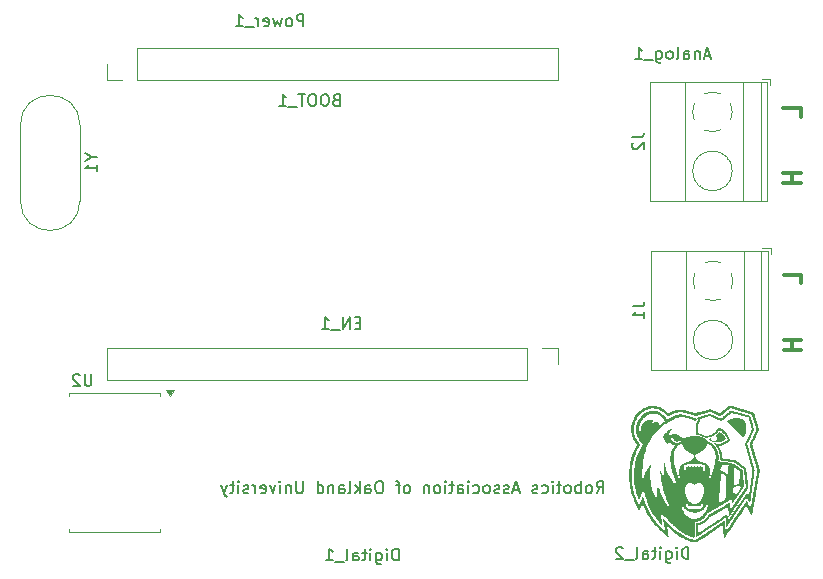
<source format=gbr>
%TF.GenerationSoftware,KiCad,Pcbnew,8.0.2-1*%
%TF.CreationDate,2024-05-16T23:29:46-04:00*%
%TF.ProjectId,ORA_Arduino_ESP_CAN_Shield_Rev_1.1,4f52415f-4172-4647-9569-6e6f5f455350,rev?*%
%TF.SameCoordinates,Original*%
%TF.FileFunction,Legend,Bot*%
%TF.FilePolarity,Positive*%
%FSLAX46Y46*%
G04 Gerber Fmt 4.6, Leading zero omitted, Abs format (unit mm)*
G04 Created by KiCad (PCBNEW 8.0.2-1) date 2024-05-16 23:29:46*
%MOMM*%
%LPD*%
G01*
G04 APERTURE LIST*
%ADD10C,0.150000*%
%ADD11C,0.300000*%
%ADD12C,0.120000*%
%ADD13C,0.000000*%
G04 APERTURE END LIST*
D10*
X74126792Y-65389819D02*
X74460125Y-64913628D01*
X74698220Y-65389819D02*
X74698220Y-64389819D01*
X74698220Y-64389819D02*
X74317268Y-64389819D01*
X74317268Y-64389819D02*
X74222030Y-64437438D01*
X74222030Y-64437438D02*
X74174411Y-64485057D01*
X74174411Y-64485057D02*
X74126792Y-64580295D01*
X74126792Y-64580295D02*
X74126792Y-64723152D01*
X74126792Y-64723152D02*
X74174411Y-64818390D01*
X74174411Y-64818390D02*
X74222030Y-64866009D01*
X74222030Y-64866009D02*
X74317268Y-64913628D01*
X74317268Y-64913628D02*
X74698220Y-64913628D01*
X73555363Y-65389819D02*
X73650601Y-65342200D01*
X73650601Y-65342200D02*
X73698220Y-65294580D01*
X73698220Y-65294580D02*
X73745839Y-65199342D01*
X73745839Y-65199342D02*
X73745839Y-64913628D01*
X73745839Y-64913628D02*
X73698220Y-64818390D01*
X73698220Y-64818390D02*
X73650601Y-64770771D01*
X73650601Y-64770771D02*
X73555363Y-64723152D01*
X73555363Y-64723152D02*
X73412506Y-64723152D01*
X73412506Y-64723152D02*
X73317268Y-64770771D01*
X73317268Y-64770771D02*
X73269649Y-64818390D01*
X73269649Y-64818390D02*
X73222030Y-64913628D01*
X73222030Y-64913628D02*
X73222030Y-65199342D01*
X73222030Y-65199342D02*
X73269649Y-65294580D01*
X73269649Y-65294580D02*
X73317268Y-65342200D01*
X73317268Y-65342200D02*
X73412506Y-65389819D01*
X73412506Y-65389819D02*
X73555363Y-65389819D01*
X72793458Y-65389819D02*
X72793458Y-64389819D01*
X72793458Y-64770771D02*
X72698220Y-64723152D01*
X72698220Y-64723152D02*
X72507744Y-64723152D01*
X72507744Y-64723152D02*
X72412506Y-64770771D01*
X72412506Y-64770771D02*
X72364887Y-64818390D01*
X72364887Y-64818390D02*
X72317268Y-64913628D01*
X72317268Y-64913628D02*
X72317268Y-65199342D01*
X72317268Y-65199342D02*
X72364887Y-65294580D01*
X72364887Y-65294580D02*
X72412506Y-65342200D01*
X72412506Y-65342200D02*
X72507744Y-65389819D01*
X72507744Y-65389819D02*
X72698220Y-65389819D01*
X72698220Y-65389819D02*
X72793458Y-65342200D01*
X71745839Y-65389819D02*
X71841077Y-65342200D01*
X71841077Y-65342200D02*
X71888696Y-65294580D01*
X71888696Y-65294580D02*
X71936315Y-65199342D01*
X71936315Y-65199342D02*
X71936315Y-64913628D01*
X71936315Y-64913628D02*
X71888696Y-64818390D01*
X71888696Y-64818390D02*
X71841077Y-64770771D01*
X71841077Y-64770771D02*
X71745839Y-64723152D01*
X71745839Y-64723152D02*
X71602982Y-64723152D01*
X71602982Y-64723152D02*
X71507744Y-64770771D01*
X71507744Y-64770771D02*
X71460125Y-64818390D01*
X71460125Y-64818390D02*
X71412506Y-64913628D01*
X71412506Y-64913628D02*
X71412506Y-65199342D01*
X71412506Y-65199342D02*
X71460125Y-65294580D01*
X71460125Y-65294580D02*
X71507744Y-65342200D01*
X71507744Y-65342200D02*
X71602982Y-65389819D01*
X71602982Y-65389819D02*
X71745839Y-65389819D01*
X71126791Y-64723152D02*
X70745839Y-64723152D01*
X70983934Y-64389819D02*
X70983934Y-65246961D01*
X70983934Y-65246961D02*
X70936315Y-65342200D01*
X70936315Y-65342200D02*
X70841077Y-65389819D01*
X70841077Y-65389819D02*
X70745839Y-65389819D01*
X70412505Y-65389819D02*
X70412505Y-64723152D01*
X70412505Y-64389819D02*
X70460124Y-64437438D01*
X70460124Y-64437438D02*
X70412505Y-64485057D01*
X70412505Y-64485057D02*
X70364886Y-64437438D01*
X70364886Y-64437438D02*
X70412505Y-64389819D01*
X70412505Y-64389819D02*
X70412505Y-64485057D01*
X69507744Y-65342200D02*
X69602982Y-65389819D01*
X69602982Y-65389819D02*
X69793458Y-65389819D01*
X69793458Y-65389819D02*
X69888696Y-65342200D01*
X69888696Y-65342200D02*
X69936315Y-65294580D01*
X69936315Y-65294580D02*
X69983934Y-65199342D01*
X69983934Y-65199342D02*
X69983934Y-64913628D01*
X69983934Y-64913628D02*
X69936315Y-64818390D01*
X69936315Y-64818390D02*
X69888696Y-64770771D01*
X69888696Y-64770771D02*
X69793458Y-64723152D01*
X69793458Y-64723152D02*
X69602982Y-64723152D01*
X69602982Y-64723152D02*
X69507744Y-64770771D01*
X69126791Y-65342200D02*
X69031553Y-65389819D01*
X69031553Y-65389819D02*
X68841077Y-65389819D01*
X68841077Y-65389819D02*
X68745839Y-65342200D01*
X68745839Y-65342200D02*
X68698220Y-65246961D01*
X68698220Y-65246961D02*
X68698220Y-65199342D01*
X68698220Y-65199342D02*
X68745839Y-65104104D01*
X68745839Y-65104104D02*
X68841077Y-65056485D01*
X68841077Y-65056485D02*
X68983934Y-65056485D01*
X68983934Y-65056485D02*
X69079172Y-65008866D01*
X69079172Y-65008866D02*
X69126791Y-64913628D01*
X69126791Y-64913628D02*
X69126791Y-64866009D01*
X69126791Y-64866009D02*
X69079172Y-64770771D01*
X69079172Y-64770771D02*
X68983934Y-64723152D01*
X68983934Y-64723152D02*
X68841077Y-64723152D01*
X68841077Y-64723152D02*
X68745839Y-64770771D01*
X67555362Y-65104104D02*
X67079172Y-65104104D01*
X67650600Y-65389819D02*
X67317267Y-64389819D01*
X67317267Y-64389819D02*
X66983934Y-65389819D01*
X66698219Y-65342200D02*
X66602981Y-65389819D01*
X66602981Y-65389819D02*
X66412505Y-65389819D01*
X66412505Y-65389819D02*
X66317267Y-65342200D01*
X66317267Y-65342200D02*
X66269648Y-65246961D01*
X66269648Y-65246961D02*
X66269648Y-65199342D01*
X66269648Y-65199342D02*
X66317267Y-65104104D01*
X66317267Y-65104104D02*
X66412505Y-65056485D01*
X66412505Y-65056485D02*
X66555362Y-65056485D01*
X66555362Y-65056485D02*
X66650600Y-65008866D01*
X66650600Y-65008866D02*
X66698219Y-64913628D01*
X66698219Y-64913628D02*
X66698219Y-64866009D01*
X66698219Y-64866009D02*
X66650600Y-64770771D01*
X66650600Y-64770771D02*
X66555362Y-64723152D01*
X66555362Y-64723152D02*
X66412505Y-64723152D01*
X66412505Y-64723152D02*
X66317267Y-64770771D01*
X65888695Y-65342200D02*
X65793457Y-65389819D01*
X65793457Y-65389819D02*
X65602981Y-65389819D01*
X65602981Y-65389819D02*
X65507743Y-65342200D01*
X65507743Y-65342200D02*
X65460124Y-65246961D01*
X65460124Y-65246961D02*
X65460124Y-65199342D01*
X65460124Y-65199342D02*
X65507743Y-65104104D01*
X65507743Y-65104104D02*
X65602981Y-65056485D01*
X65602981Y-65056485D02*
X65745838Y-65056485D01*
X65745838Y-65056485D02*
X65841076Y-65008866D01*
X65841076Y-65008866D02*
X65888695Y-64913628D01*
X65888695Y-64913628D02*
X65888695Y-64866009D01*
X65888695Y-64866009D02*
X65841076Y-64770771D01*
X65841076Y-64770771D02*
X65745838Y-64723152D01*
X65745838Y-64723152D02*
X65602981Y-64723152D01*
X65602981Y-64723152D02*
X65507743Y-64770771D01*
X64888695Y-65389819D02*
X64983933Y-65342200D01*
X64983933Y-65342200D02*
X65031552Y-65294580D01*
X65031552Y-65294580D02*
X65079171Y-65199342D01*
X65079171Y-65199342D02*
X65079171Y-64913628D01*
X65079171Y-64913628D02*
X65031552Y-64818390D01*
X65031552Y-64818390D02*
X64983933Y-64770771D01*
X64983933Y-64770771D02*
X64888695Y-64723152D01*
X64888695Y-64723152D02*
X64745838Y-64723152D01*
X64745838Y-64723152D02*
X64650600Y-64770771D01*
X64650600Y-64770771D02*
X64602981Y-64818390D01*
X64602981Y-64818390D02*
X64555362Y-64913628D01*
X64555362Y-64913628D02*
X64555362Y-65199342D01*
X64555362Y-65199342D02*
X64602981Y-65294580D01*
X64602981Y-65294580D02*
X64650600Y-65342200D01*
X64650600Y-65342200D02*
X64745838Y-65389819D01*
X64745838Y-65389819D02*
X64888695Y-65389819D01*
X63698219Y-65342200D02*
X63793457Y-65389819D01*
X63793457Y-65389819D02*
X63983933Y-65389819D01*
X63983933Y-65389819D02*
X64079171Y-65342200D01*
X64079171Y-65342200D02*
X64126790Y-65294580D01*
X64126790Y-65294580D02*
X64174409Y-65199342D01*
X64174409Y-65199342D02*
X64174409Y-64913628D01*
X64174409Y-64913628D02*
X64126790Y-64818390D01*
X64126790Y-64818390D02*
X64079171Y-64770771D01*
X64079171Y-64770771D02*
X63983933Y-64723152D01*
X63983933Y-64723152D02*
X63793457Y-64723152D01*
X63793457Y-64723152D02*
X63698219Y-64770771D01*
X63269647Y-65389819D02*
X63269647Y-64723152D01*
X63269647Y-64389819D02*
X63317266Y-64437438D01*
X63317266Y-64437438D02*
X63269647Y-64485057D01*
X63269647Y-64485057D02*
X63222028Y-64437438D01*
X63222028Y-64437438D02*
X63269647Y-64389819D01*
X63269647Y-64389819D02*
X63269647Y-64485057D01*
X62364886Y-65389819D02*
X62364886Y-64866009D01*
X62364886Y-64866009D02*
X62412505Y-64770771D01*
X62412505Y-64770771D02*
X62507743Y-64723152D01*
X62507743Y-64723152D02*
X62698219Y-64723152D01*
X62698219Y-64723152D02*
X62793457Y-64770771D01*
X62364886Y-65342200D02*
X62460124Y-65389819D01*
X62460124Y-65389819D02*
X62698219Y-65389819D01*
X62698219Y-65389819D02*
X62793457Y-65342200D01*
X62793457Y-65342200D02*
X62841076Y-65246961D01*
X62841076Y-65246961D02*
X62841076Y-65151723D01*
X62841076Y-65151723D02*
X62793457Y-65056485D01*
X62793457Y-65056485D02*
X62698219Y-65008866D01*
X62698219Y-65008866D02*
X62460124Y-65008866D01*
X62460124Y-65008866D02*
X62364886Y-64961247D01*
X62031552Y-64723152D02*
X61650600Y-64723152D01*
X61888695Y-64389819D02*
X61888695Y-65246961D01*
X61888695Y-65246961D02*
X61841076Y-65342200D01*
X61841076Y-65342200D02*
X61745838Y-65389819D01*
X61745838Y-65389819D02*
X61650600Y-65389819D01*
X61317266Y-65389819D02*
X61317266Y-64723152D01*
X61317266Y-64389819D02*
X61364885Y-64437438D01*
X61364885Y-64437438D02*
X61317266Y-64485057D01*
X61317266Y-64485057D02*
X61269647Y-64437438D01*
X61269647Y-64437438D02*
X61317266Y-64389819D01*
X61317266Y-64389819D02*
X61317266Y-64485057D01*
X60698219Y-65389819D02*
X60793457Y-65342200D01*
X60793457Y-65342200D02*
X60841076Y-65294580D01*
X60841076Y-65294580D02*
X60888695Y-65199342D01*
X60888695Y-65199342D02*
X60888695Y-64913628D01*
X60888695Y-64913628D02*
X60841076Y-64818390D01*
X60841076Y-64818390D02*
X60793457Y-64770771D01*
X60793457Y-64770771D02*
X60698219Y-64723152D01*
X60698219Y-64723152D02*
X60555362Y-64723152D01*
X60555362Y-64723152D02*
X60460124Y-64770771D01*
X60460124Y-64770771D02*
X60412505Y-64818390D01*
X60412505Y-64818390D02*
X60364886Y-64913628D01*
X60364886Y-64913628D02*
X60364886Y-65199342D01*
X60364886Y-65199342D02*
X60412505Y-65294580D01*
X60412505Y-65294580D02*
X60460124Y-65342200D01*
X60460124Y-65342200D02*
X60555362Y-65389819D01*
X60555362Y-65389819D02*
X60698219Y-65389819D01*
X59936314Y-64723152D02*
X59936314Y-65389819D01*
X59936314Y-64818390D02*
X59888695Y-64770771D01*
X59888695Y-64770771D02*
X59793457Y-64723152D01*
X59793457Y-64723152D02*
X59650600Y-64723152D01*
X59650600Y-64723152D02*
X59555362Y-64770771D01*
X59555362Y-64770771D02*
X59507743Y-64866009D01*
X59507743Y-64866009D02*
X59507743Y-65389819D01*
X58126790Y-65389819D02*
X58222028Y-65342200D01*
X58222028Y-65342200D02*
X58269647Y-65294580D01*
X58269647Y-65294580D02*
X58317266Y-65199342D01*
X58317266Y-65199342D02*
X58317266Y-64913628D01*
X58317266Y-64913628D02*
X58269647Y-64818390D01*
X58269647Y-64818390D02*
X58222028Y-64770771D01*
X58222028Y-64770771D02*
X58126790Y-64723152D01*
X58126790Y-64723152D02*
X57983933Y-64723152D01*
X57983933Y-64723152D02*
X57888695Y-64770771D01*
X57888695Y-64770771D02*
X57841076Y-64818390D01*
X57841076Y-64818390D02*
X57793457Y-64913628D01*
X57793457Y-64913628D02*
X57793457Y-65199342D01*
X57793457Y-65199342D02*
X57841076Y-65294580D01*
X57841076Y-65294580D02*
X57888695Y-65342200D01*
X57888695Y-65342200D02*
X57983933Y-65389819D01*
X57983933Y-65389819D02*
X58126790Y-65389819D01*
X57507742Y-64723152D02*
X57126790Y-64723152D01*
X57364885Y-65389819D02*
X57364885Y-64532676D01*
X57364885Y-64532676D02*
X57317266Y-64437438D01*
X57317266Y-64437438D02*
X57222028Y-64389819D01*
X57222028Y-64389819D02*
X57126790Y-64389819D01*
X55841075Y-64389819D02*
X55650599Y-64389819D01*
X55650599Y-64389819D02*
X55555361Y-64437438D01*
X55555361Y-64437438D02*
X55460123Y-64532676D01*
X55460123Y-64532676D02*
X55412504Y-64723152D01*
X55412504Y-64723152D02*
X55412504Y-65056485D01*
X55412504Y-65056485D02*
X55460123Y-65246961D01*
X55460123Y-65246961D02*
X55555361Y-65342200D01*
X55555361Y-65342200D02*
X55650599Y-65389819D01*
X55650599Y-65389819D02*
X55841075Y-65389819D01*
X55841075Y-65389819D02*
X55936313Y-65342200D01*
X55936313Y-65342200D02*
X56031551Y-65246961D01*
X56031551Y-65246961D02*
X56079170Y-65056485D01*
X56079170Y-65056485D02*
X56079170Y-64723152D01*
X56079170Y-64723152D02*
X56031551Y-64532676D01*
X56031551Y-64532676D02*
X55936313Y-64437438D01*
X55936313Y-64437438D02*
X55841075Y-64389819D01*
X54555361Y-65389819D02*
X54555361Y-64866009D01*
X54555361Y-64866009D02*
X54602980Y-64770771D01*
X54602980Y-64770771D02*
X54698218Y-64723152D01*
X54698218Y-64723152D02*
X54888694Y-64723152D01*
X54888694Y-64723152D02*
X54983932Y-64770771D01*
X54555361Y-65342200D02*
X54650599Y-65389819D01*
X54650599Y-65389819D02*
X54888694Y-65389819D01*
X54888694Y-65389819D02*
X54983932Y-65342200D01*
X54983932Y-65342200D02*
X55031551Y-65246961D01*
X55031551Y-65246961D02*
X55031551Y-65151723D01*
X55031551Y-65151723D02*
X54983932Y-65056485D01*
X54983932Y-65056485D02*
X54888694Y-65008866D01*
X54888694Y-65008866D02*
X54650599Y-65008866D01*
X54650599Y-65008866D02*
X54555361Y-64961247D01*
X54079170Y-65389819D02*
X54079170Y-64389819D01*
X53983932Y-65008866D02*
X53698218Y-65389819D01*
X53698218Y-64723152D02*
X54079170Y-65104104D01*
X53126789Y-65389819D02*
X53222027Y-65342200D01*
X53222027Y-65342200D02*
X53269646Y-65246961D01*
X53269646Y-65246961D02*
X53269646Y-64389819D01*
X52317265Y-65389819D02*
X52317265Y-64866009D01*
X52317265Y-64866009D02*
X52364884Y-64770771D01*
X52364884Y-64770771D02*
X52460122Y-64723152D01*
X52460122Y-64723152D02*
X52650598Y-64723152D01*
X52650598Y-64723152D02*
X52745836Y-64770771D01*
X52317265Y-65342200D02*
X52412503Y-65389819D01*
X52412503Y-65389819D02*
X52650598Y-65389819D01*
X52650598Y-65389819D02*
X52745836Y-65342200D01*
X52745836Y-65342200D02*
X52793455Y-65246961D01*
X52793455Y-65246961D02*
X52793455Y-65151723D01*
X52793455Y-65151723D02*
X52745836Y-65056485D01*
X52745836Y-65056485D02*
X52650598Y-65008866D01*
X52650598Y-65008866D02*
X52412503Y-65008866D01*
X52412503Y-65008866D02*
X52317265Y-64961247D01*
X51841074Y-64723152D02*
X51841074Y-65389819D01*
X51841074Y-64818390D02*
X51793455Y-64770771D01*
X51793455Y-64770771D02*
X51698217Y-64723152D01*
X51698217Y-64723152D02*
X51555360Y-64723152D01*
X51555360Y-64723152D02*
X51460122Y-64770771D01*
X51460122Y-64770771D02*
X51412503Y-64866009D01*
X51412503Y-64866009D02*
X51412503Y-65389819D01*
X50507741Y-65389819D02*
X50507741Y-64389819D01*
X50507741Y-65342200D02*
X50602979Y-65389819D01*
X50602979Y-65389819D02*
X50793455Y-65389819D01*
X50793455Y-65389819D02*
X50888693Y-65342200D01*
X50888693Y-65342200D02*
X50936312Y-65294580D01*
X50936312Y-65294580D02*
X50983931Y-65199342D01*
X50983931Y-65199342D02*
X50983931Y-64913628D01*
X50983931Y-64913628D02*
X50936312Y-64818390D01*
X50936312Y-64818390D02*
X50888693Y-64770771D01*
X50888693Y-64770771D02*
X50793455Y-64723152D01*
X50793455Y-64723152D02*
X50602979Y-64723152D01*
X50602979Y-64723152D02*
X50507741Y-64770771D01*
X49269645Y-64389819D02*
X49269645Y-65199342D01*
X49269645Y-65199342D02*
X49222026Y-65294580D01*
X49222026Y-65294580D02*
X49174407Y-65342200D01*
X49174407Y-65342200D02*
X49079169Y-65389819D01*
X49079169Y-65389819D02*
X48888693Y-65389819D01*
X48888693Y-65389819D02*
X48793455Y-65342200D01*
X48793455Y-65342200D02*
X48745836Y-65294580D01*
X48745836Y-65294580D02*
X48698217Y-65199342D01*
X48698217Y-65199342D02*
X48698217Y-64389819D01*
X48222026Y-64723152D02*
X48222026Y-65389819D01*
X48222026Y-64818390D02*
X48174407Y-64770771D01*
X48174407Y-64770771D02*
X48079169Y-64723152D01*
X48079169Y-64723152D02*
X47936312Y-64723152D01*
X47936312Y-64723152D02*
X47841074Y-64770771D01*
X47841074Y-64770771D02*
X47793455Y-64866009D01*
X47793455Y-64866009D02*
X47793455Y-65389819D01*
X47317264Y-65389819D02*
X47317264Y-64723152D01*
X47317264Y-64389819D02*
X47364883Y-64437438D01*
X47364883Y-64437438D02*
X47317264Y-64485057D01*
X47317264Y-64485057D02*
X47269645Y-64437438D01*
X47269645Y-64437438D02*
X47317264Y-64389819D01*
X47317264Y-64389819D02*
X47317264Y-64485057D01*
X46936312Y-64723152D02*
X46698217Y-65389819D01*
X46698217Y-65389819D02*
X46460122Y-64723152D01*
X45698217Y-65342200D02*
X45793455Y-65389819D01*
X45793455Y-65389819D02*
X45983931Y-65389819D01*
X45983931Y-65389819D02*
X46079169Y-65342200D01*
X46079169Y-65342200D02*
X46126788Y-65246961D01*
X46126788Y-65246961D02*
X46126788Y-64866009D01*
X46126788Y-64866009D02*
X46079169Y-64770771D01*
X46079169Y-64770771D02*
X45983931Y-64723152D01*
X45983931Y-64723152D02*
X45793455Y-64723152D01*
X45793455Y-64723152D02*
X45698217Y-64770771D01*
X45698217Y-64770771D02*
X45650598Y-64866009D01*
X45650598Y-64866009D02*
X45650598Y-64961247D01*
X45650598Y-64961247D02*
X46126788Y-65056485D01*
X45222026Y-65389819D02*
X45222026Y-64723152D01*
X45222026Y-64913628D02*
X45174407Y-64818390D01*
X45174407Y-64818390D02*
X45126788Y-64770771D01*
X45126788Y-64770771D02*
X45031550Y-64723152D01*
X45031550Y-64723152D02*
X44936312Y-64723152D01*
X44650597Y-65342200D02*
X44555359Y-65389819D01*
X44555359Y-65389819D02*
X44364883Y-65389819D01*
X44364883Y-65389819D02*
X44269645Y-65342200D01*
X44269645Y-65342200D02*
X44222026Y-65246961D01*
X44222026Y-65246961D02*
X44222026Y-65199342D01*
X44222026Y-65199342D02*
X44269645Y-65104104D01*
X44269645Y-65104104D02*
X44364883Y-65056485D01*
X44364883Y-65056485D02*
X44507740Y-65056485D01*
X44507740Y-65056485D02*
X44602978Y-65008866D01*
X44602978Y-65008866D02*
X44650597Y-64913628D01*
X44650597Y-64913628D02*
X44650597Y-64866009D01*
X44650597Y-64866009D02*
X44602978Y-64770771D01*
X44602978Y-64770771D02*
X44507740Y-64723152D01*
X44507740Y-64723152D02*
X44364883Y-64723152D01*
X44364883Y-64723152D02*
X44269645Y-64770771D01*
X43793454Y-65389819D02*
X43793454Y-64723152D01*
X43793454Y-64389819D02*
X43841073Y-64437438D01*
X43841073Y-64437438D02*
X43793454Y-64485057D01*
X43793454Y-64485057D02*
X43745835Y-64437438D01*
X43745835Y-64437438D02*
X43793454Y-64389819D01*
X43793454Y-64389819D02*
X43793454Y-64485057D01*
X43460121Y-64723152D02*
X43079169Y-64723152D01*
X43317264Y-64389819D02*
X43317264Y-65246961D01*
X43317264Y-65246961D02*
X43269645Y-65342200D01*
X43269645Y-65342200D02*
X43174407Y-65389819D01*
X43174407Y-65389819D02*
X43079169Y-65389819D01*
X42841073Y-64723152D02*
X42602978Y-65389819D01*
X42364883Y-64723152D02*
X42602978Y-65389819D01*
X42602978Y-65389819D02*
X42698216Y-65627914D01*
X42698216Y-65627914D02*
X42745835Y-65675533D01*
X42745835Y-65675533D02*
X42841073Y-65723152D01*
D11*
X91440828Y-38304510D02*
X89940828Y-38304510D01*
X90655114Y-38304510D02*
X90655114Y-39161653D01*
X91440828Y-39161653D02*
X89940828Y-39161653D01*
X91470828Y-47608796D02*
X91470828Y-46894510D01*
X91470828Y-46894510D02*
X89970828Y-46894510D01*
X91470828Y-52394510D02*
X89970828Y-52394510D01*
X90685114Y-52394510D02*
X90685114Y-53251653D01*
X91470828Y-53251653D02*
X89970828Y-53251653D01*
X91440828Y-33518796D02*
X91440828Y-32804510D01*
X91440828Y-32804510D02*
X89940828Y-32804510D01*
D10*
X57367618Y-71084819D02*
X57367618Y-70084819D01*
X57367618Y-70084819D02*
X57129523Y-70084819D01*
X57129523Y-70084819D02*
X56986666Y-70132438D01*
X56986666Y-70132438D02*
X56891428Y-70227676D01*
X56891428Y-70227676D02*
X56843809Y-70322914D01*
X56843809Y-70322914D02*
X56796190Y-70513390D01*
X56796190Y-70513390D02*
X56796190Y-70656247D01*
X56796190Y-70656247D02*
X56843809Y-70846723D01*
X56843809Y-70846723D02*
X56891428Y-70941961D01*
X56891428Y-70941961D02*
X56986666Y-71037200D01*
X56986666Y-71037200D02*
X57129523Y-71084819D01*
X57129523Y-71084819D02*
X57367618Y-71084819D01*
X56367618Y-71084819D02*
X56367618Y-70418152D01*
X56367618Y-70084819D02*
X56415237Y-70132438D01*
X56415237Y-70132438D02*
X56367618Y-70180057D01*
X56367618Y-70180057D02*
X56319999Y-70132438D01*
X56319999Y-70132438D02*
X56367618Y-70084819D01*
X56367618Y-70084819D02*
X56367618Y-70180057D01*
X55462857Y-70418152D02*
X55462857Y-71227676D01*
X55462857Y-71227676D02*
X55510476Y-71322914D01*
X55510476Y-71322914D02*
X55558095Y-71370533D01*
X55558095Y-71370533D02*
X55653333Y-71418152D01*
X55653333Y-71418152D02*
X55796190Y-71418152D01*
X55796190Y-71418152D02*
X55891428Y-71370533D01*
X55462857Y-71037200D02*
X55558095Y-71084819D01*
X55558095Y-71084819D02*
X55748571Y-71084819D01*
X55748571Y-71084819D02*
X55843809Y-71037200D01*
X55843809Y-71037200D02*
X55891428Y-70989580D01*
X55891428Y-70989580D02*
X55939047Y-70894342D01*
X55939047Y-70894342D02*
X55939047Y-70608628D01*
X55939047Y-70608628D02*
X55891428Y-70513390D01*
X55891428Y-70513390D02*
X55843809Y-70465771D01*
X55843809Y-70465771D02*
X55748571Y-70418152D01*
X55748571Y-70418152D02*
X55558095Y-70418152D01*
X55558095Y-70418152D02*
X55462857Y-70465771D01*
X54986666Y-71084819D02*
X54986666Y-70418152D01*
X54986666Y-70084819D02*
X55034285Y-70132438D01*
X55034285Y-70132438D02*
X54986666Y-70180057D01*
X54986666Y-70180057D02*
X54939047Y-70132438D01*
X54939047Y-70132438D02*
X54986666Y-70084819D01*
X54986666Y-70084819D02*
X54986666Y-70180057D01*
X54653333Y-70418152D02*
X54272381Y-70418152D01*
X54510476Y-70084819D02*
X54510476Y-70941961D01*
X54510476Y-70941961D02*
X54462857Y-71037200D01*
X54462857Y-71037200D02*
X54367619Y-71084819D01*
X54367619Y-71084819D02*
X54272381Y-71084819D01*
X53510476Y-71084819D02*
X53510476Y-70561009D01*
X53510476Y-70561009D02*
X53558095Y-70465771D01*
X53558095Y-70465771D02*
X53653333Y-70418152D01*
X53653333Y-70418152D02*
X53843809Y-70418152D01*
X53843809Y-70418152D02*
X53939047Y-70465771D01*
X53510476Y-71037200D02*
X53605714Y-71084819D01*
X53605714Y-71084819D02*
X53843809Y-71084819D01*
X53843809Y-71084819D02*
X53939047Y-71037200D01*
X53939047Y-71037200D02*
X53986666Y-70941961D01*
X53986666Y-70941961D02*
X53986666Y-70846723D01*
X53986666Y-70846723D02*
X53939047Y-70751485D01*
X53939047Y-70751485D02*
X53843809Y-70703866D01*
X53843809Y-70703866D02*
X53605714Y-70703866D01*
X53605714Y-70703866D02*
X53510476Y-70656247D01*
X52891428Y-71084819D02*
X52986666Y-71037200D01*
X52986666Y-71037200D02*
X53034285Y-70941961D01*
X53034285Y-70941961D02*
X53034285Y-70084819D01*
X52748571Y-71180057D02*
X51986666Y-71180057D01*
X51224761Y-71084819D02*
X51796189Y-71084819D01*
X51510475Y-71084819D02*
X51510475Y-70084819D01*
X51510475Y-70084819D02*
X51605713Y-70227676D01*
X51605713Y-70227676D02*
X51700951Y-70322914D01*
X51700951Y-70322914D02*
X51796189Y-70370533D01*
X49303333Y-25854819D02*
X49303333Y-24854819D01*
X49303333Y-24854819D02*
X48922381Y-24854819D01*
X48922381Y-24854819D02*
X48827143Y-24902438D01*
X48827143Y-24902438D02*
X48779524Y-24950057D01*
X48779524Y-24950057D02*
X48731905Y-25045295D01*
X48731905Y-25045295D02*
X48731905Y-25188152D01*
X48731905Y-25188152D02*
X48779524Y-25283390D01*
X48779524Y-25283390D02*
X48827143Y-25331009D01*
X48827143Y-25331009D02*
X48922381Y-25378628D01*
X48922381Y-25378628D02*
X49303333Y-25378628D01*
X48160476Y-25854819D02*
X48255714Y-25807200D01*
X48255714Y-25807200D02*
X48303333Y-25759580D01*
X48303333Y-25759580D02*
X48350952Y-25664342D01*
X48350952Y-25664342D02*
X48350952Y-25378628D01*
X48350952Y-25378628D02*
X48303333Y-25283390D01*
X48303333Y-25283390D02*
X48255714Y-25235771D01*
X48255714Y-25235771D02*
X48160476Y-25188152D01*
X48160476Y-25188152D02*
X48017619Y-25188152D01*
X48017619Y-25188152D02*
X47922381Y-25235771D01*
X47922381Y-25235771D02*
X47874762Y-25283390D01*
X47874762Y-25283390D02*
X47827143Y-25378628D01*
X47827143Y-25378628D02*
X47827143Y-25664342D01*
X47827143Y-25664342D02*
X47874762Y-25759580D01*
X47874762Y-25759580D02*
X47922381Y-25807200D01*
X47922381Y-25807200D02*
X48017619Y-25854819D01*
X48017619Y-25854819D02*
X48160476Y-25854819D01*
X47493809Y-25188152D02*
X47303333Y-25854819D01*
X47303333Y-25854819D02*
X47112857Y-25378628D01*
X47112857Y-25378628D02*
X46922381Y-25854819D01*
X46922381Y-25854819D02*
X46731905Y-25188152D01*
X45970000Y-25807200D02*
X46065238Y-25854819D01*
X46065238Y-25854819D02*
X46255714Y-25854819D01*
X46255714Y-25854819D02*
X46350952Y-25807200D01*
X46350952Y-25807200D02*
X46398571Y-25711961D01*
X46398571Y-25711961D02*
X46398571Y-25331009D01*
X46398571Y-25331009D02*
X46350952Y-25235771D01*
X46350952Y-25235771D02*
X46255714Y-25188152D01*
X46255714Y-25188152D02*
X46065238Y-25188152D01*
X46065238Y-25188152D02*
X45970000Y-25235771D01*
X45970000Y-25235771D02*
X45922381Y-25331009D01*
X45922381Y-25331009D02*
X45922381Y-25426247D01*
X45922381Y-25426247D02*
X46398571Y-25521485D01*
X45493809Y-25854819D02*
X45493809Y-25188152D01*
X45493809Y-25378628D02*
X45446190Y-25283390D01*
X45446190Y-25283390D02*
X45398571Y-25235771D01*
X45398571Y-25235771D02*
X45303333Y-25188152D01*
X45303333Y-25188152D02*
X45208095Y-25188152D01*
X45112857Y-25950057D02*
X44350952Y-25950057D01*
X43589047Y-25854819D02*
X44160475Y-25854819D01*
X43874761Y-25854819D02*
X43874761Y-24854819D01*
X43874761Y-24854819D02*
X43969999Y-24997676D01*
X43969999Y-24997676D02*
X44065237Y-25092914D01*
X44065237Y-25092914D02*
X44160475Y-25140533D01*
X83756666Y-28349104D02*
X83280476Y-28349104D01*
X83851904Y-28634819D02*
X83518571Y-27634819D01*
X83518571Y-27634819D02*
X83185238Y-28634819D01*
X82851904Y-27968152D02*
X82851904Y-28634819D01*
X82851904Y-28063390D02*
X82804285Y-28015771D01*
X82804285Y-28015771D02*
X82709047Y-27968152D01*
X82709047Y-27968152D02*
X82566190Y-27968152D01*
X82566190Y-27968152D02*
X82470952Y-28015771D01*
X82470952Y-28015771D02*
X82423333Y-28111009D01*
X82423333Y-28111009D02*
X82423333Y-28634819D01*
X81518571Y-28634819D02*
X81518571Y-28111009D01*
X81518571Y-28111009D02*
X81566190Y-28015771D01*
X81566190Y-28015771D02*
X81661428Y-27968152D01*
X81661428Y-27968152D02*
X81851904Y-27968152D01*
X81851904Y-27968152D02*
X81947142Y-28015771D01*
X81518571Y-28587200D02*
X81613809Y-28634819D01*
X81613809Y-28634819D02*
X81851904Y-28634819D01*
X81851904Y-28634819D02*
X81947142Y-28587200D01*
X81947142Y-28587200D02*
X81994761Y-28491961D01*
X81994761Y-28491961D02*
X81994761Y-28396723D01*
X81994761Y-28396723D02*
X81947142Y-28301485D01*
X81947142Y-28301485D02*
X81851904Y-28253866D01*
X81851904Y-28253866D02*
X81613809Y-28253866D01*
X81613809Y-28253866D02*
X81518571Y-28206247D01*
X80899523Y-28634819D02*
X80994761Y-28587200D01*
X80994761Y-28587200D02*
X81042380Y-28491961D01*
X81042380Y-28491961D02*
X81042380Y-27634819D01*
X80375713Y-28634819D02*
X80470951Y-28587200D01*
X80470951Y-28587200D02*
X80518570Y-28539580D01*
X80518570Y-28539580D02*
X80566189Y-28444342D01*
X80566189Y-28444342D02*
X80566189Y-28158628D01*
X80566189Y-28158628D02*
X80518570Y-28063390D01*
X80518570Y-28063390D02*
X80470951Y-28015771D01*
X80470951Y-28015771D02*
X80375713Y-27968152D01*
X80375713Y-27968152D02*
X80232856Y-27968152D01*
X80232856Y-27968152D02*
X80137618Y-28015771D01*
X80137618Y-28015771D02*
X80089999Y-28063390D01*
X80089999Y-28063390D02*
X80042380Y-28158628D01*
X80042380Y-28158628D02*
X80042380Y-28444342D01*
X80042380Y-28444342D02*
X80089999Y-28539580D01*
X80089999Y-28539580D02*
X80137618Y-28587200D01*
X80137618Y-28587200D02*
X80232856Y-28634819D01*
X80232856Y-28634819D02*
X80375713Y-28634819D01*
X79185237Y-27968152D02*
X79185237Y-28777676D01*
X79185237Y-28777676D02*
X79232856Y-28872914D01*
X79232856Y-28872914D02*
X79280475Y-28920533D01*
X79280475Y-28920533D02*
X79375713Y-28968152D01*
X79375713Y-28968152D02*
X79518570Y-28968152D01*
X79518570Y-28968152D02*
X79613808Y-28920533D01*
X79185237Y-28587200D02*
X79280475Y-28634819D01*
X79280475Y-28634819D02*
X79470951Y-28634819D01*
X79470951Y-28634819D02*
X79566189Y-28587200D01*
X79566189Y-28587200D02*
X79613808Y-28539580D01*
X79613808Y-28539580D02*
X79661427Y-28444342D01*
X79661427Y-28444342D02*
X79661427Y-28158628D01*
X79661427Y-28158628D02*
X79613808Y-28063390D01*
X79613808Y-28063390D02*
X79566189Y-28015771D01*
X79566189Y-28015771D02*
X79470951Y-27968152D01*
X79470951Y-27968152D02*
X79280475Y-27968152D01*
X79280475Y-27968152D02*
X79185237Y-28015771D01*
X78947142Y-28730057D02*
X78185237Y-28730057D01*
X77423332Y-28634819D02*
X77994760Y-28634819D01*
X77709046Y-28634819D02*
X77709046Y-27634819D01*
X77709046Y-27634819D02*
X77804284Y-27777676D01*
X77804284Y-27777676D02*
X77899522Y-27872914D01*
X77899522Y-27872914D02*
X77994760Y-27920533D01*
X81907618Y-70954819D02*
X81907618Y-69954819D01*
X81907618Y-69954819D02*
X81669523Y-69954819D01*
X81669523Y-69954819D02*
X81526666Y-70002438D01*
X81526666Y-70002438D02*
X81431428Y-70097676D01*
X81431428Y-70097676D02*
X81383809Y-70192914D01*
X81383809Y-70192914D02*
X81336190Y-70383390D01*
X81336190Y-70383390D02*
X81336190Y-70526247D01*
X81336190Y-70526247D02*
X81383809Y-70716723D01*
X81383809Y-70716723D02*
X81431428Y-70811961D01*
X81431428Y-70811961D02*
X81526666Y-70907200D01*
X81526666Y-70907200D02*
X81669523Y-70954819D01*
X81669523Y-70954819D02*
X81907618Y-70954819D01*
X80907618Y-70954819D02*
X80907618Y-70288152D01*
X80907618Y-69954819D02*
X80955237Y-70002438D01*
X80955237Y-70002438D02*
X80907618Y-70050057D01*
X80907618Y-70050057D02*
X80859999Y-70002438D01*
X80859999Y-70002438D02*
X80907618Y-69954819D01*
X80907618Y-69954819D02*
X80907618Y-70050057D01*
X80002857Y-70288152D02*
X80002857Y-71097676D01*
X80002857Y-71097676D02*
X80050476Y-71192914D01*
X80050476Y-71192914D02*
X80098095Y-71240533D01*
X80098095Y-71240533D02*
X80193333Y-71288152D01*
X80193333Y-71288152D02*
X80336190Y-71288152D01*
X80336190Y-71288152D02*
X80431428Y-71240533D01*
X80002857Y-70907200D02*
X80098095Y-70954819D01*
X80098095Y-70954819D02*
X80288571Y-70954819D01*
X80288571Y-70954819D02*
X80383809Y-70907200D01*
X80383809Y-70907200D02*
X80431428Y-70859580D01*
X80431428Y-70859580D02*
X80479047Y-70764342D01*
X80479047Y-70764342D02*
X80479047Y-70478628D01*
X80479047Y-70478628D02*
X80431428Y-70383390D01*
X80431428Y-70383390D02*
X80383809Y-70335771D01*
X80383809Y-70335771D02*
X80288571Y-70288152D01*
X80288571Y-70288152D02*
X80098095Y-70288152D01*
X80098095Y-70288152D02*
X80002857Y-70335771D01*
X79526666Y-70954819D02*
X79526666Y-70288152D01*
X79526666Y-69954819D02*
X79574285Y-70002438D01*
X79574285Y-70002438D02*
X79526666Y-70050057D01*
X79526666Y-70050057D02*
X79479047Y-70002438D01*
X79479047Y-70002438D02*
X79526666Y-69954819D01*
X79526666Y-69954819D02*
X79526666Y-70050057D01*
X79193333Y-70288152D02*
X78812381Y-70288152D01*
X79050476Y-69954819D02*
X79050476Y-70811961D01*
X79050476Y-70811961D02*
X79002857Y-70907200D01*
X79002857Y-70907200D02*
X78907619Y-70954819D01*
X78907619Y-70954819D02*
X78812381Y-70954819D01*
X78050476Y-70954819D02*
X78050476Y-70431009D01*
X78050476Y-70431009D02*
X78098095Y-70335771D01*
X78098095Y-70335771D02*
X78193333Y-70288152D01*
X78193333Y-70288152D02*
X78383809Y-70288152D01*
X78383809Y-70288152D02*
X78479047Y-70335771D01*
X78050476Y-70907200D02*
X78145714Y-70954819D01*
X78145714Y-70954819D02*
X78383809Y-70954819D01*
X78383809Y-70954819D02*
X78479047Y-70907200D01*
X78479047Y-70907200D02*
X78526666Y-70811961D01*
X78526666Y-70811961D02*
X78526666Y-70716723D01*
X78526666Y-70716723D02*
X78479047Y-70621485D01*
X78479047Y-70621485D02*
X78383809Y-70573866D01*
X78383809Y-70573866D02*
X78145714Y-70573866D01*
X78145714Y-70573866D02*
X78050476Y-70526247D01*
X77431428Y-70954819D02*
X77526666Y-70907200D01*
X77526666Y-70907200D02*
X77574285Y-70811961D01*
X77574285Y-70811961D02*
X77574285Y-69954819D01*
X77288571Y-71050057D02*
X76526666Y-71050057D01*
X76336189Y-70050057D02*
X76288570Y-70002438D01*
X76288570Y-70002438D02*
X76193332Y-69954819D01*
X76193332Y-69954819D02*
X75955237Y-69954819D01*
X75955237Y-69954819D02*
X75859999Y-70002438D01*
X75859999Y-70002438D02*
X75812380Y-70050057D01*
X75812380Y-70050057D02*
X75764761Y-70145295D01*
X75764761Y-70145295D02*
X75764761Y-70240533D01*
X75764761Y-70240533D02*
X75812380Y-70383390D01*
X75812380Y-70383390D02*
X76383808Y-70954819D01*
X76383808Y-70954819D02*
X75764761Y-70954819D01*
X31351904Y-55314819D02*
X31351904Y-56124342D01*
X31351904Y-56124342D02*
X31304285Y-56219580D01*
X31304285Y-56219580D02*
X31256666Y-56267200D01*
X31256666Y-56267200D02*
X31161428Y-56314819D01*
X31161428Y-56314819D02*
X30970952Y-56314819D01*
X30970952Y-56314819D02*
X30875714Y-56267200D01*
X30875714Y-56267200D02*
X30828095Y-56219580D01*
X30828095Y-56219580D02*
X30780476Y-56124342D01*
X30780476Y-56124342D02*
X30780476Y-55314819D01*
X30351904Y-55410057D02*
X30304285Y-55362438D01*
X30304285Y-55362438D02*
X30209047Y-55314819D01*
X30209047Y-55314819D02*
X29970952Y-55314819D01*
X29970952Y-55314819D02*
X29875714Y-55362438D01*
X29875714Y-55362438D02*
X29828095Y-55410057D01*
X29828095Y-55410057D02*
X29780476Y-55505295D01*
X29780476Y-55505295D02*
X29780476Y-55600533D01*
X29780476Y-55600533D02*
X29828095Y-55743390D01*
X29828095Y-55743390D02*
X30399523Y-56314819D01*
X30399523Y-56314819D02*
X29780476Y-56314819D01*
X54125237Y-50961009D02*
X53791904Y-50961009D01*
X53649047Y-51484819D02*
X54125237Y-51484819D01*
X54125237Y-51484819D02*
X54125237Y-50484819D01*
X54125237Y-50484819D02*
X53649047Y-50484819D01*
X53220475Y-51484819D02*
X53220475Y-50484819D01*
X53220475Y-50484819D02*
X52649047Y-51484819D01*
X52649047Y-51484819D02*
X52649047Y-50484819D01*
X52410952Y-51580057D02*
X51649047Y-51580057D01*
X50887142Y-51484819D02*
X51458570Y-51484819D01*
X51172856Y-51484819D02*
X51172856Y-50484819D01*
X51172856Y-50484819D02*
X51268094Y-50627676D01*
X51268094Y-50627676D02*
X51363332Y-50722914D01*
X51363332Y-50722914D02*
X51458570Y-50770533D01*
X77184819Y-49586666D02*
X77899104Y-49586666D01*
X77899104Y-49586666D02*
X78041961Y-49539047D01*
X78041961Y-49539047D02*
X78137200Y-49443809D01*
X78137200Y-49443809D02*
X78184819Y-49300952D01*
X78184819Y-49300952D02*
X78184819Y-49205714D01*
X78184819Y-50586666D02*
X78184819Y-50015238D01*
X78184819Y-50300952D02*
X77184819Y-50300952D01*
X77184819Y-50300952D02*
X77327676Y-50205714D01*
X77327676Y-50205714D02*
X77422914Y-50110476D01*
X77422914Y-50110476D02*
X77470533Y-50015238D01*
X77134819Y-35276666D02*
X77849104Y-35276666D01*
X77849104Y-35276666D02*
X77991961Y-35229047D01*
X77991961Y-35229047D02*
X78087200Y-35133809D01*
X78087200Y-35133809D02*
X78134819Y-34990952D01*
X78134819Y-34990952D02*
X78134819Y-34895714D01*
X77230057Y-35705238D02*
X77182438Y-35752857D01*
X77182438Y-35752857D02*
X77134819Y-35848095D01*
X77134819Y-35848095D02*
X77134819Y-36086190D01*
X77134819Y-36086190D02*
X77182438Y-36181428D01*
X77182438Y-36181428D02*
X77230057Y-36229047D01*
X77230057Y-36229047D02*
X77325295Y-36276666D01*
X77325295Y-36276666D02*
X77420533Y-36276666D01*
X77420533Y-36276666D02*
X77563390Y-36229047D01*
X77563390Y-36229047D02*
X78134819Y-35657619D01*
X78134819Y-35657619D02*
X78134819Y-36276666D01*
X52069285Y-32071009D02*
X51926428Y-32118628D01*
X51926428Y-32118628D02*
X51878809Y-32166247D01*
X51878809Y-32166247D02*
X51831190Y-32261485D01*
X51831190Y-32261485D02*
X51831190Y-32404342D01*
X51831190Y-32404342D02*
X51878809Y-32499580D01*
X51878809Y-32499580D02*
X51926428Y-32547200D01*
X51926428Y-32547200D02*
X52021666Y-32594819D01*
X52021666Y-32594819D02*
X52402618Y-32594819D01*
X52402618Y-32594819D02*
X52402618Y-31594819D01*
X52402618Y-31594819D02*
X52069285Y-31594819D01*
X52069285Y-31594819D02*
X51974047Y-31642438D01*
X51974047Y-31642438D02*
X51926428Y-31690057D01*
X51926428Y-31690057D02*
X51878809Y-31785295D01*
X51878809Y-31785295D02*
X51878809Y-31880533D01*
X51878809Y-31880533D02*
X51926428Y-31975771D01*
X51926428Y-31975771D02*
X51974047Y-32023390D01*
X51974047Y-32023390D02*
X52069285Y-32071009D01*
X52069285Y-32071009D02*
X52402618Y-32071009D01*
X51212142Y-31594819D02*
X51021666Y-31594819D01*
X51021666Y-31594819D02*
X50926428Y-31642438D01*
X50926428Y-31642438D02*
X50831190Y-31737676D01*
X50831190Y-31737676D02*
X50783571Y-31928152D01*
X50783571Y-31928152D02*
X50783571Y-32261485D01*
X50783571Y-32261485D02*
X50831190Y-32451961D01*
X50831190Y-32451961D02*
X50926428Y-32547200D01*
X50926428Y-32547200D02*
X51021666Y-32594819D01*
X51021666Y-32594819D02*
X51212142Y-32594819D01*
X51212142Y-32594819D02*
X51307380Y-32547200D01*
X51307380Y-32547200D02*
X51402618Y-32451961D01*
X51402618Y-32451961D02*
X51450237Y-32261485D01*
X51450237Y-32261485D02*
X51450237Y-31928152D01*
X51450237Y-31928152D02*
X51402618Y-31737676D01*
X51402618Y-31737676D02*
X51307380Y-31642438D01*
X51307380Y-31642438D02*
X51212142Y-31594819D01*
X50164523Y-31594819D02*
X49974047Y-31594819D01*
X49974047Y-31594819D02*
X49878809Y-31642438D01*
X49878809Y-31642438D02*
X49783571Y-31737676D01*
X49783571Y-31737676D02*
X49735952Y-31928152D01*
X49735952Y-31928152D02*
X49735952Y-32261485D01*
X49735952Y-32261485D02*
X49783571Y-32451961D01*
X49783571Y-32451961D02*
X49878809Y-32547200D01*
X49878809Y-32547200D02*
X49974047Y-32594819D01*
X49974047Y-32594819D02*
X50164523Y-32594819D01*
X50164523Y-32594819D02*
X50259761Y-32547200D01*
X50259761Y-32547200D02*
X50354999Y-32451961D01*
X50354999Y-32451961D02*
X50402618Y-32261485D01*
X50402618Y-32261485D02*
X50402618Y-31928152D01*
X50402618Y-31928152D02*
X50354999Y-31737676D01*
X50354999Y-31737676D02*
X50259761Y-31642438D01*
X50259761Y-31642438D02*
X50164523Y-31594819D01*
X49450237Y-31594819D02*
X48878809Y-31594819D01*
X49164523Y-32594819D02*
X49164523Y-31594819D01*
X48783571Y-32690057D02*
X48021666Y-32690057D01*
X47259761Y-32594819D02*
X47831189Y-32594819D01*
X47545475Y-32594819D02*
X47545475Y-31594819D01*
X47545475Y-31594819D02*
X47640713Y-31737676D01*
X47640713Y-31737676D02*
X47735951Y-31832914D01*
X47735951Y-31832914D02*
X47831189Y-31880533D01*
X31368628Y-36953809D02*
X31844819Y-36953809D01*
X30844819Y-36620476D02*
X31368628Y-36953809D01*
X31368628Y-36953809D02*
X30844819Y-37287142D01*
X31844819Y-38144285D02*
X31844819Y-37572857D01*
X31844819Y-37858571D02*
X30844819Y-37858571D01*
X30844819Y-37858571D02*
X30987676Y-37763333D01*
X30987676Y-37763333D02*
X31082914Y-37668095D01*
X31082914Y-37668095D02*
X31130533Y-37572857D01*
D12*
%TO.C,U2*%
X29465000Y-56925000D02*
X33325000Y-56925000D01*
X29465000Y-57170000D02*
X29465000Y-56925000D01*
X29465000Y-68450000D02*
X29465000Y-68695000D01*
X29465000Y-68695000D02*
X33325000Y-68695000D01*
X37185000Y-56925000D02*
X33325000Y-56925000D01*
X37185000Y-57170000D02*
X37185000Y-56925000D01*
X37185000Y-68450000D02*
X37185000Y-68695000D01*
X37185000Y-68695000D02*
X33325000Y-68695000D01*
X38037500Y-57170000D02*
X37697500Y-56700000D01*
X38377500Y-56700000D01*
X38037500Y-57170000D01*
G36*
X38037500Y-57170000D02*
G01*
X37697500Y-56700000D01*
X38377500Y-56700000D01*
X38037500Y-57170000D01*
G37*
D13*
%TO.C,G\u002A\u002A\u002A*%
G36*
X84572975Y-60216768D02*
G01*
X84618875Y-60234102D01*
X84687550Y-60266799D01*
X84751775Y-60305921D01*
X84811195Y-60351153D01*
X84865454Y-60402185D01*
X84914196Y-60458701D01*
X84957065Y-60520390D01*
X84993706Y-60586938D01*
X85003755Y-60608895D01*
X85015371Y-60637343D01*
X85026271Y-60667161D01*
X85036204Y-60697372D01*
X85044921Y-60726998D01*
X85052172Y-60755059D01*
X85057708Y-60780580D01*
X85061279Y-60802580D01*
X85062635Y-60820082D01*
X85061526Y-60832109D01*
X85057704Y-60837681D01*
X85056834Y-60838117D01*
X85050078Y-60842022D01*
X85037548Y-60849523D01*
X85019998Y-60860160D01*
X84998182Y-60873474D01*
X84972854Y-60889005D01*
X84944770Y-60906293D01*
X84914682Y-60924879D01*
X84911786Y-60926670D01*
X84859681Y-60958903D01*
X84813998Y-60987149D01*
X84774382Y-61011626D01*
X84740476Y-61032554D01*
X84711922Y-61050153D01*
X84688363Y-61064643D01*
X84669444Y-61076243D01*
X84654806Y-61085172D01*
X84644093Y-61091650D01*
X84636948Y-61095897D01*
X84633014Y-61098131D01*
X84632085Y-61098543D01*
X84623101Y-61100385D01*
X84609210Y-61101472D01*
X84593008Y-61101579D01*
X84590058Y-61101505D01*
X84577540Y-61101241D01*
X84558092Y-61100869D01*
X84532474Y-61100402D01*
X84501445Y-61099854D01*
X84465765Y-61099237D01*
X84426192Y-61098565D01*
X84383487Y-61097851D01*
X84338410Y-61097108D01*
X84291718Y-61096350D01*
X84022294Y-61092004D01*
X83849222Y-61004087D01*
X83676150Y-60916170D01*
X83640735Y-60871294D01*
X83637822Y-60867604D01*
X83623766Y-60849820D01*
X83610557Y-60833142D01*
X83599564Y-60819295D01*
X83592155Y-60810006D01*
X83578991Y-60793594D01*
X83637999Y-60778501D01*
X83656956Y-60773423D01*
X83681373Y-60766455D01*
X83707937Y-60758538D01*
X83735006Y-60750187D01*
X83760938Y-60741918D01*
X83784089Y-60734248D01*
X83802817Y-60727691D01*
X83815480Y-60722765D01*
X83817709Y-60722224D01*
X83820048Y-60723979D01*
X83821664Y-60729865D01*
X83822858Y-60741172D01*
X83823928Y-60759189D01*
X83824935Y-60772486D01*
X83832915Y-60814061D01*
X83848240Y-60852729D01*
X83871169Y-60889201D01*
X83883996Y-60904913D01*
X83915290Y-60934491D01*
X83950663Y-60957306D01*
X83989695Y-60973167D01*
X84031969Y-60981883D01*
X84077066Y-60983262D01*
X84116616Y-60978143D01*
X84157528Y-60965648D01*
X84194855Y-60946449D01*
X84227969Y-60921037D01*
X84256243Y-60889902D01*
X84279053Y-60853531D01*
X84295769Y-60812416D01*
X84302970Y-60779438D01*
X84305375Y-60741060D01*
X84302255Y-60702630D01*
X84293654Y-60667082D01*
X84284449Y-60643618D01*
X84263418Y-60605503D01*
X84236848Y-60572887D01*
X84205019Y-60546151D01*
X84194099Y-60538304D01*
X84186187Y-60531982D01*
X84183215Y-60528707D01*
X84184714Y-60526949D01*
X84191460Y-60521190D01*
X84202381Y-60512629D01*
X84216100Y-60502368D01*
X84226055Y-60494969D01*
X84268744Y-60461192D01*
X84313445Y-60422876D01*
X84358673Y-60381455D01*
X84402945Y-60338363D01*
X84444775Y-60295033D01*
X84482682Y-60252900D01*
X84515180Y-60213396D01*
X84525224Y-60200469D01*
X84572975Y-60216768D01*
G37*
G36*
X86007327Y-59030836D02*
G01*
X86049207Y-59032180D01*
X86087195Y-59034365D01*
X86119388Y-59037392D01*
X86189609Y-59047216D01*
X86282807Y-59064969D01*
X86373931Y-59088112D01*
X86464982Y-59117173D01*
X86557963Y-59152677D01*
X86564317Y-59155292D01*
X86582781Y-59163044D01*
X86595756Y-59169062D01*
X86604746Y-59174346D01*
X86611254Y-59179895D01*
X86616784Y-59186707D01*
X86622839Y-59195781D01*
X86640239Y-59224703D01*
X86660208Y-59261992D01*
X86680765Y-59304092D01*
X86701243Y-59349462D01*
X86720974Y-59396562D01*
X86739289Y-59443852D01*
X86755521Y-59489791D01*
X86769002Y-59532840D01*
X86785203Y-59592423D01*
X86798216Y-59649112D01*
X86808069Y-59704125D01*
X86815123Y-59759836D01*
X86819740Y-59818617D01*
X86822280Y-59882841D01*
X86822677Y-59947076D01*
X86819380Y-60028119D01*
X86811457Y-60105705D01*
X86798630Y-60181772D01*
X86780621Y-60258256D01*
X86757153Y-60337096D01*
X86739545Y-60387068D01*
X86718671Y-60439369D01*
X86695431Y-60492030D01*
X86670616Y-60543411D01*
X86645020Y-60591872D01*
X86619434Y-60635773D01*
X86594652Y-60673474D01*
X86586804Y-60684554D01*
X86574131Y-60674090D01*
X86573634Y-60673674D01*
X86566303Y-60667102D01*
X86554502Y-60656095D01*
X86539343Y-60641706D01*
X86521937Y-60624990D01*
X86503396Y-60607000D01*
X86493876Y-60597719D01*
X86472477Y-60576874D01*
X86449914Y-60554923D01*
X86425859Y-60531548D01*
X86399984Y-60506432D01*
X86371962Y-60479257D01*
X86341462Y-60449704D01*
X86308158Y-60417458D01*
X86271720Y-60382198D01*
X86231822Y-60343609D01*
X86188133Y-60301372D01*
X86140326Y-60255170D01*
X86088073Y-60204684D01*
X86031046Y-60149597D01*
X85968915Y-60089592D01*
X85901354Y-60024350D01*
X85898399Y-60021497D01*
X85864165Y-59988439D01*
X85830266Y-59955701D01*
X85797380Y-59923940D01*
X85766186Y-59893809D01*
X85737359Y-59865963D01*
X85711578Y-59841056D01*
X85689521Y-59819743D01*
X85671865Y-59802679D01*
X85659287Y-59790518D01*
X85658447Y-59789705D01*
X85646331Y-59777987D01*
X85629094Y-59761317D01*
X85607315Y-59740256D01*
X85581571Y-59715363D01*
X85552442Y-59687195D01*
X85520505Y-59656314D01*
X85486338Y-59623277D01*
X85450520Y-59588644D01*
X85413628Y-59552974D01*
X85376243Y-59516827D01*
X85363026Y-59504046D01*
X85327856Y-59470017D01*
X85294554Y-59437769D01*
X85263553Y-59407722D01*
X85235285Y-59380295D01*
X85210180Y-59355908D01*
X85188671Y-59334981D01*
X85171191Y-59317933D01*
X85158170Y-59305184D01*
X85150041Y-59297154D01*
X85147235Y-59294263D01*
X85147272Y-59294138D01*
X85151166Y-59290816D01*
X85160686Y-59284152D01*
X85174713Y-59274846D01*
X85192130Y-59263603D01*
X85211821Y-59251126D01*
X85232667Y-59238117D01*
X85253551Y-59225281D01*
X85273356Y-59213319D01*
X85290965Y-59202935D01*
X85305260Y-59194832D01*
X85315045Y-59189520D01*
X85404741Y-59145778D01*
X85498723Y-59108483D01*
X85596300Y-59077857D01*
X85696782Y-59054118D01*
X85799480Y-59037486D01*
X85806087Y-59036705D01*
X85838909Y-59033854D01*
X85877345Y-59031842D01*
X85919494Y-59030667D01*
X85963455Y-59030332D01*
X86007327Y-59030836D01*
G37*
G36*
X87514182Y-63454340D02*
G01*
X87512191Y-63471130D01*
X87509667Y-63489717D01*
X87509232Y-63492765D01*
X87507506Y-63505078D01*
X87504792Y-63524592D01*
X87501160Y-63550804D01*
X87496678Y-63583213D01*
X87491416Y-63621317D01*
X87485443Y-63664613D01*
X87478828Y-63712601D01*
X87471641Y-63764777D01*
X87463951Y-63820641D01*
X87455826Y-63879690D01*
X87447336Y-63941422D01*
X87438550Y-64005336D01*
X87429538Y-64070930D01*
X87427309Y-64087159D01*
X87418098Y-64154204D01*
X87408998Y-64220422D01*
X87400091Y-64285221D01*
X87391458Y-64348011D01*
X87383181Y-64408198D01*
X87375342Y-64465193D01*
X87368020Y-64518401D01*
X87361299Y-64567234D01*
X87355258Y-64611097D01*
X87349981Y-64649400D01*
X87345547Y-64681552D01*
X87342040Y-64706960D01*
X87339539Y-64725033D01*
X87338305Y-64733931D01*
X87332911Y-64772891D01*
X87326911Y-64816311D01*
X87320445Y-64863159D01*
X87313655Y-64912403D01*
X87306685Y-64963012D01*
X87299674Y-65013953D01*
X87292767Y-65064193D01*
X87286104Y-65112700D01*
X87279827Y-65158443D01*
X87274078Y-65200389D01*
X87269000Y-65237505D01*
X87264734Y-65268761D01*
X87261422Y-65293122D01*
X87258565Y-65314097D01*
X87255113Y-65339187D01*
X87251943Y-65361975D01*
X87249314Y-65380583D01*
X87247490Y-65393138D01*
X87247252Y-65394743D01*
X87245691Y-65405666D01*
X87243198Y-65423429D01*
X87239893Y-65447165D01*
X87235895Y-65476010D01*
X87231325Y-65509098D01*
X87226302Y-65545565D01*
X87220946Y-65584546D01*
X87215376Y-65625174D01*
X87215047Y-65627577D01*
X87202874Y-65716429D01*
X87191746Y-65797544D01*
X87181636Y-65871111D01*
X87172519Y-65937319D01*
X87164368Y-65996354D01*
X87157158Y-66048406D01*
X87150861Y-66093663D01*
X87145451Y-66132312D01*
X87140903Y-66164542D01*
X87137190Y-66190541D01*
X87134286Y-66210496D01*
X87132165Y-66224597D01*
X87130800Y-66233031D01*
X87130164Y-66235987D01*
X87129171Y-66234638D01*
X87124628Y-66227159D01*
X87116705Y-66213626D01*
X87105721Y-66194597D01*
X87091995Y-66170630D01*
X87075845Y-66142283D01*
X87057589Y-66110116D01*
X87037546Y-66074685D01*
X87016035Y-66036549D01*
X86993373Y-65996267D01*
X86986120Y-65983355D01*
X86958864Y-65934832D01*
X86935208Y-65892729D01*
X86914887Y-65856602D01*
X86897636Y-65826011D01*
X86883190Y-65800512D01*
X86871285Y-65779665D01*
X86861655Y-65763025D01*
X86854035Y-65750152D01*
X86848161Y-65740603D01*
X86843768Y-65733936D01*
X86840591Y-65729709D01*
X86838364Y-65727480D01*
X86836823Y-65726806D01*
X86835704Y-65727246D01*
X86834741Y-65728356D01*
X86833669Y-65729696D01*
X86833136Y-65730348D01*
X86828610Y-65736600D01*
X86820276Y-65748525D01*
X86808643Y-65765380D01*
X86794222Y-65786420D01*
X86777523Y-65810901D01*
X86759057Y-65838080D01*
X86739333Y-65867213D01*
X86736363Y-65871607D01*
X86715884Y-65901889D01*
X86696085Y-65931138D01*
X86677598Y-65958422D01*
X86661056Y-65982807D01*
X86647093Y-66003360D01*
X86636341Y-66019148D01*
X86629434Y-66029238D01*
X86626344Y-66033747D01*
X86618313Y-66045520D01*
X86606352Y-66063087D01*
X86590794Y-66085959D01*
X86571971Y-66113648D01*
X86550214Y-66145664D01*
X86525855Y-66181521D01*
X86499226Y-66220728D01*
X86470659Y-66262798D01*
X86440487Y-66307242D01*
X86409040Y-66353571D01*
X86376652Y-66401297D01*
X86354758Y-66433560D01*
X86315054Y-66492066D01*
X86272883Y-66554204D01*
X86229016Y-66618837D01*
X86184227Y-66684825D01*
X86139291Y-66751029D01*
X86094979Y-66816308D01*
X86052067Y-66879525D01*
X86011326Y-66939538D01*
X85973531Y-66995209D01*
X85939454Y-67045398D01*
X85924971Y-67066729D01*
X85893678Y-67112819D01*
X85858721Y-67164308D01*
X85820648Y-67220389D01*
X85780007Y-67280254D01*
X85737346Y-67343096D01*
X85693213Y-67408108D01*
X85648155Y-67474484D01*
X85602721Y-67541415D01*
X85557458Y-67608096D01*
X85512914Y-67673718D01*
X85469638Y-67737476D01*
X85428176Y-67798561D01*
X85407300Y-67829310D01*
X85371256Y-67882365D01*
X85336595Y-67933337D01*
X85303577Y-67981848D01*
X85272460Y-68027519D01*
X85243502Y-68069972D01*
X85216964Y-68108828D01*
X85193102Y-68143710D01*
X85172177Y-68174239D01*
X85154447Y-68200035D01*
X85140170Y-68220722D01*
X85129605Y-68235920D01*
X85123011Y-68245252D01*
X85120648Y-68248338D01*
X85120496Y-68247525D01*
X85119634Y-68240181D01*
X85118101Y-68225649D01*
X85115950Y-68204474D01*
X85113235Y-68177200D01*
X85110009Y-68144371D01*
X85106324Y-68106531D01*
X85102235Y-68064226D01*
X85097793Y-68017999D01*
X85093053Y-67968395D01*
X85088066Y-67915958D01*
X85082887Y-67861232D01*
X85080642Y-67837486D01*
X85075537Y-67783670D01*
X85070645Y-67732374D01*
X85066019Y-67684142D01*
X85061712Y-67639519D01*
X85057779Y-67599049D01*
X85054272Y-67563277D01*
X85051245Y-67532748D01*
X85048750Y-67508006D01*
X85046842Y-67489597D01*
X85045573Y-67478065D01*
X85044997Y-67473954D01*
X85044866Y-67473840D01*
X85044470Y-67473733D01*
X85043698Y-67473900D01*
X85042324Y-67474490D01*
X85040123Y-67475651D01*
X85036871Y-67477531D01*
X85032344Y-67480276D01*
X85026315Y-67484037D01*
X85018561Y-67488960D01*
X85008857Y-67495193D01*
X84996977Y-67502885D01*
X84982698Y-67512183D01*
X84965793Y-67523235D01*
X84946039Y-67536190D01*
X84923211Y-67551195D01*
X84897083Y-67568398D01*
X84867432Y-67587947D01*
X84834031Y-67609990D01*
X84796657Y-67634675D01*
X84755085Y-67662150D01*
X84709089Y-67692563D01*
X84658446Y-67726062D01*
X84602929Y-67762795D01*
X84542315Y-67802910D01*
X84476378Y-67846554D01*
X84404895Y-67893877D01*
X84327639Y-67945024D01*
X84244386Y-68000146D01*
X84154912Y-68059389D01*
X84058991Y-68122902D01*
X84035996Y-68138126D01*
X84001587Y-68160901D01*
X83962225Y-68186949D01*
X83918874Y-68215633D01*
X83872497Y-68246316D01*
X83824056Y-68278361D01*
X83774515Y-68311131D01*
X83724837Y-68343988D01*
X83675986Y-68376296D01*
X83628923Y-68407417D01*
X83586136Y-68435710D01*
X83532745Y-68471019D01*
X83475036Y-68509188D01*
X83414256Y-68549391D01*
X83351651Y-68590803D01*
X83288470Y-68632600D01*
X83225957Y-68673956D01*
X83165361Y-68714048D01*
X83107928Y-68752050D01*
X83054905Y-68787137D01*
X83027333Y-68805383D01*
X82979475Y-68837051D01*
X82931652Y-68868692D01*
X82884602Y-68899819D01*
X82839063Y-68929944D01*
X82795772Y-68958579D01*
X82755465Y-68985236D01*
X82718882Y-69009428D01*
X82686758Y-69030667D01*
X82659831Y-69048465D01*
X82638840Y-69062334D01*
X82617560Y-69076379D01*
X82592341Y-69092993D01*
X82569930Y-69107724D01*
X82551100Y-69120065D01*
X82536623Y-69129510D01*
X82527272Y-69135552D01*
X82523822Y-69137686D01*
X82523796Y-69137486D01*
X82523682Y-69131827D01*
X82523572Y-69118701D01*
X82523467Y-69098548D01*
X82523367Y-69071805D01*
X82523273Y-69038908D01*
X82523186Y-69000295D01*
X82523107Y-68956404D01*
X82523036Y-68907672D01*
X82522973Y-68854537D01*
X82522921Y-68797436D01*
X82522878Y-68736806D01*
X82522847Y-68673086D01*
X82522828Y-68606712D01*
X82522822Y-68538122D01*
X82522822Y-67938517D01*
X82555827Y-67933576D01*
X82608701Y-67924726D01*
X82697651Y-67905756D01*
X82785525Y-67882050D01*
X82870713Y-67854108D01*
X82951604Y-67822429D01*
X83026587Y-67787514D01*
X83073063Y-67762064D01*
X83139688Y-67719487D01*
X83206684Y-67669710D01*
X83273589Y-67613153D01*
X83339943Y-67550237D01*
X83405282Y-67481383D01*
X83469147Y-67407010D01*
X83531076Y-67327541D01*
X83538399Y-67317647D01*
X83552223Y-67298792D01*
X83564644Y-67281633D01*
X83574531Y-67267737D01*
X83580752Y-67258675D01*
X83583290Y-67255122D01*
X83588334Y-67249515D01*
X83595428Y-67243331D01*
X83605392Y-67236015D01*
X83619048Y-67227009D01*
X83637217Y-67215755D01*
X83660719Y-67201696D01*
X83690376Y-67184275D01*
X83713322Y-67170864D01*
X83743707Y-67153097D01*
X83773967Y-67135397D01*
X83802404Y-67118756D01*
X83827324Y-67104165D01*
X83847030Y-67092616D01*
X83847425Y-67092385D01*
X83861438Y-67084171D01*
X83878421Y-67074222D01*
X83898703Y-67062346D01*
X83922611Y-67048352D01*
X83950473Y-67032046D01*
X83982619Y-67013238D01*
X84019375Y-66991736D01*
X84061070Y-66967346D01*
X84108031Y-66939878D01*
X84160588Y-66909140D01*
X84219068Y-66874939D01*
X84283800Y-66837084D01*
X84355110Y-66795383D01*
X84399070Y-66769674D01*
X84458574Y-66734870D01*
X84523008Y-66697178D01*
X84591282Y-66657234D01*
X84662307Y-66615678D01*
X84734994Y-66573145D01*
X84808253Y-66530274D01*
X84880995Y-66487702D01*
X84952131Y-66446067D01*
X85020571Y-66406005D01*
X85085225Y-66368155D01*
X85122296Y-66346454D01*
X85174491Y-66315912D01*
X85220439Y-66289045D01*
X85260538Y-66265628D01*
X85295185Y-66245433D01*
X85324779Y-66228232D01*
X85349716Y-66213798D01*
X85370394Y-66201903D01*
X85387212Y-66192321D01*
X85400567Y-66184823D01*
X85410856Y-66179183D01*
X85418477Y-66175172D01*
X85423828Y-66172565D01*
X85427306Y-66171133D01*
X85429310Y-66170648D01*
X85430237Y-66170884D01*
X85430822Y-66174815D01*
X85431783Y-66186149D01*
X85433061Y-66204243D01*
X85434620Y-66228466D01*
X85436421Y-66258186D01*
X85438427Y-66292772D01*
X85440601Y-66331592D01*
X85442906Y-66374014D01*
X85445305Y-66419406D01*
X85447759Y-66467139D01*
X85450024Y-66511607D01*
X85452385Y-66557526D01*
X85454624Y-66600651D01*
X85456706Y-66640332D01*
X85458598Y-66675920D01*
X85460263Y-66706765D01*
X85461667Y-66732218D01*
X85462776Y-66751628D01*
X85463555Y-66764346D01*
X85463968Y-66769723D01*
X85465319Y-66772046D01*
X85468641Y-66770261D01*
X85474474Y-66763589D01*
X85483379Y-66751387D01*
X85495914Y-66733012D01*
X85498099Y-66729767D01*
X85506132Y-66717913D01*
X85518064Y-66700366D01*
X85533464Y-66677759D01*
X85551899Y-66650722D01*
X85572937Y-66619887D01*
X85596147Y-66585887D01*
X85621096Y-66549353D01*
X85647354Y-66510917D01*
X85674488Y-66471210D01*
X85702066Y-66430864D01*
X85729656Y-66390511D01*
X85756827Y-66350783D01*
X85783146Y-66312311D01*
X85808183Y-66275728D01*
X85831504Y-66241664D01*
X85852678Y-66210752D01*
X85871274Y-66183623D01*
X85886859Y-66160909D01*
X85899002Y-66143242D01*
X85907270Y-66131254D01*
X85909265Y-66128359D01*
X85916158Y-66118315D01*
X85927067Y-66102394D01*
X85941670Y-66081066D01*
X85959650Y-66054796D01*
X85980687Y-66024051D01*
X86004461Y-65989300D01*
X86030652Y-65951009D01*
X86058942Y-65909646D01*
X86089012Y-65865677D01*
X86120540Y-65819570D01*
X86153209Y-65771793D01*
X86186699Y-65722812D01*
X86220690Y-65673094D01*
X86254862Y-65623107D01*
X86288897Y-65573318D01*
X86322476Y-65524195D01*
X86355277Y-65476203D01*
X86386983Y-65429812D01*
X86417274Y-65385487D01*
X86445830Y-65343696D01*
X86472331Y-65304907D01*
X86496459Y-65269586D01*
X86517895Y-65238200D01*
X86536317Y-65211218D01*
X86551408Y-65189106D01*
X86554346Y-65184800D01*
X86577213Y-65151314D01*
X86602154Y-65114832D01*
X86627852Y-65077276D01*
X86652994Y-65040567D01*
X86676263Y-65006628D01*
X86696343Y-64977381D01*
X86703086Y-64967579D01*
X86721221Y-64941225D01*
X86735484Y-64920164D01*
X86746286Y-64903352D01*
X86754040Y-64889748D01*
X86759157Y-64878307D01*
X86762047Y-64867986D01*
X86763123Y-64857743D01*
X86762795Y-64846534D01*
X86761475Y-64833317D01*
X86759575Y-64817047D01*
X86758985Y-64811776D01*
X86757240Y-64795882D01*
X86754856Y-64773934D01*
X86751971Y-64747204D01*
X86748722Y-64716962D01*
X86745246Y-64684477D01*
X86741679Y-64651021D01*
X86740263Y-64637712D01*
X86737594Y-64612630D01*
X86734185Y-64580589D01*
X86730098Y-64542173D01*
X86725394Y-64497964D01*
X86720135Y-64448545D01*
X86714384Y-64394498D01*
X86708203Y-64336406D01*
X86701653Y-64274853D01*
X86694797Y-64210419D01*
X86687697Y-64143689D01*
X86680414Y-64075245D01*
X86673010Y-64005669D01*
X86665548Y-63935545D01*
X86665172Y-63932005D01*
X86657995Y-63864503D01*
X86651056Y-63799144D01*
X86644402Y-63736376D01*
X86638080Y-63676644D01*
X86632138Y-63620397D01*
X86626621Y-63568081D01*
X86621577Y-63520145D01*
X86617054Y-63477034D01*
X86613097Y-63439197D01*
X86609755Y-63407079D01*
X86607073Y-63381129D01*
X86605099Y-63361794D01*
X86603881Y-63349521D01*
X86603464Y-63344756D01*
X86601583Y-63341853D01*
X86594707Y-63335569D01*
X86582560Y-63325949D01*
X86564905Y-63312820D01*
X86541503Y-63296009D01*
X86512117Y-63275342D01*
X86476508Y-63250647D01*
X86434438Y-63221750D01*
X86400478Y-63198510D01*
X86360953Y-63171460D01*
X86317154Y-63141485D01*
X86270247Y-63109382D01*
X86221400Y-63075951D01*
X86171780Y-63041991D01*
X86122553Y-63008299D01*
X86074886Y-62975674D01*
X86029945Y-62944916D01*
X85999098Y-62923827D01*
X85961540Y-62898221D01*
X85926240Y-62874232D01*
X85893741Y-62852223D01*
X85864584Y-62832559D01*
X85839312Y-62815605D01*
X85818466Y-62801725D01*
X85802589Y-62791283D01*
X85792222Y-62784645D01*
X85787907Y-62782173D01*
X85787439Y-62782087D01*
X85780794Y-62781061D01*
X85766780Y-62778981D01*
X85745836Y-62775910D01*
X85718399Y-62771911D01*
X85684907Y-62767048D01*
X85645798Y-62761383D01*
X85601509Y-62754979D01*
X85552479Y-62747901D01*
X85499145Y-62740212D01*
X85441945Y-62731974D01*
X85381317Y-62723250D01*
X85317698Y-62714105D01*
X85251527Y-62704602D01*
X85183241Y-62694803D01*
X85167976Y-62692613D01*
X85099783Y-62682830D01*
X85033623Y-62673337D01*
X84969949Y-62664199D01*
X84909215Y-62655481D01*
X84851872Y-62647248D01*
X84798374Y-62639565D01*
X84749174Y-62632497D01*
X84704724Y-62626109D01*
X84665477Y-62620467D01*
X84631887Y-62615635D01*
X84604405Y-62611679D01*
X84583486Y-62608662D01*
X84569581Y-62606652D01*
X84563143Y-62605712D01*
X84552836Y-62603811D01*
X84544165Y-62600631D01*
X84541878Y-62596554D01*
X84545442Y-62565388D01*
X84550635Y-62505020D01*
X84554215Y-62440977D01*
X84556160Y-62375172D01*
X84556447Y-62309521D01*
X84555056Y-62245937D01*
X84551964Y-62186333D01*
X84547150Y-62132624D01*
X84539681Y-62074573D01*
X84520636Y-61966266D01*
X84495431Y-61862854D01*
X84463971Y-61764090D01*
X84426164Y-61669723D01*
X84381913Y-61579504D01*
X84331125Y-61493183D01*
X84273705Y-61410511D01*
X84245052Y-61374087D01*
X84210090Y-61333361D01*
X84169999Y-61290085D01*
X84123979Y-61243368D01*
X84064229Y-61184242D01*
X84136658Y-61186603D01*
X84142282Y-61186783D01*
X84163009Y-61187404D01*
X84190291Y-61188181D01*
X84223066Y-61189085D01*
X84260271Y-61190088D01*
X84300844Y-61191161D01*
X84343721Y-61192276D01*
X84387840Y-61193405D01*
X84432138Y-61194518D01*
X84655190Y-61200070D01*
X84700181Y-61174729D01*
X84704606Y-61172240D01*
X84718851Y-61164254D01*
X84739042Y-61152953D01*
X84764468Y-61138736D01*
X84794420Y-61121998D01*
X84828188Y-61103136D01*
X84865060Y-61082547D01*
X84904328Y-61060628D01*
X84945282Y-61037775D01*
X84987210Y-61014385D01*
X85014343Y-60999249D01*
X85053476Y-60977413D01*
X85090144Y-60956945D01*
X85123780Y-60938163D01*
X85153820Y-60921380D01*
X85179697Y-60906915D01*
X85200848Y-60895082D01*
X85216705Y-60886198D01*
X85226705Y-60880578D01*
X85230282Y-60878538D01*
X85229920Y-60875877D01*
X85227705Y-60866929D01*
X85223935Y-60853225D01*
X85219038Y-60836367D01*
X85215154Y-60823555D01*
X85187678Y-60744280D01*
X85154958Y-60666571D01*
X85117748Y-60591958D01*
X85076800Y-60521971D01*
X85032867Y-60458138D01*
X85000928Y-60417263D01*
X84935297Y-60342760D01*
X84864756Y-60274377D01*
X84789555Y-60212316D01*
X84709948Y-60156775D01*
X84626185Y-60107953D01*
X84538517Y-60066051D01*
X84507891Y-60052924D01*
X84490119Y-60079615D01*
X84482159Y-60091158D01*
X84469544Y-60108673D01*
X84455277Y-60127885D01*
X84441181Y-60146312D01*
X84382957Y-60216362D01*
X84310154Y-60292672D01*
X84232406Y-60363014D01*
X84150084Y-60427180D01*
X84063560Y-60484962D01*
X83973205Y-60536153D01*
X83879390Y-60580544D01*
X83782488Y-60617927D01*
X83682870Y-60648095D01*
X83580908Y-60670839D01*
X83476972Y-60685952D01*
X83476592Y-60685992D01*
X83444044Y-60689111D01*
X83413491Y-60691355D01*
X83386117Y-60692682D01*
X83363111Y-60693055D01*
X83345660Y-60692431D01*
X83334949Y-60690771D01*
X83333829Y-60690369D01*
X83325578Y-60686822D01*
X83311731Y-60680451D01*
X83293521Y-60671836D01*
X83272179Y-60661560D01*
X83248936Y-60650201D01*
X83239635Y-60645650D01*
X83160028Y-60608951D01*
X83082134Y-60577363D01*
X83004633Y-60550545D01*
X82926205Y-60528153D01*
X82845531Y-60509846D01*
X82761290Y-60495281D01*
X82672163Y-60484117D01*
X82576830Y-60476012D01*
X82558917Y-60474782D01*
X82538891Y-60473360D01*
X82522936Y-60472171D01*
X82512356Y-60471314D01*
X82508457Y-60470886D01*
X82508451Y-60470816D01*
X82508425Y-60465861D01*
X82508427Y-60453439D01*
X82508457Y-60434024D01*
X82508513Y-60408092D01*
X82508594Y-60376117D01*
X82508698Y-60338574D01*
X82508824Y-60295938D01*
X82508971Y-60248683D01*
X82509138Y-60197284D01*
X82509322Y-60142216D01*
X82509522Y-60083953D01*
X82509738Y-60022971D01*
X82509967Y-59959744D01*
X82511544Y-59529633D01*
X82694849Y-59529633D01*
X82694849Y-59928805D01*
X82694849Y-60327978D01*
X82707851Y-60329913D01*
X82713179Y-60330638D01*
X82726503Y-60332278D01*
X82743860Y-60334294D01*
X82762859Y-60336404D01*
X82854462Y-60349543D01*
X82954980Y-60371130D01*
X83055138Y-60399973D01*
X83153972Y-60435757D01*
X83250518Y-60478165D01*
X83343812Y-60526883D01*
X83352584Y-60531784D01*
X83365963Y-60538547D01*
X83376774Y-60542330D01*
X83387798Y-60543968D01*
X83401821Y-60544296D01*
X83423977Y-60543375D01*
X83453228Y-60540628D01*
X83485836Y-60536353D01*
X83519538Y-60530849D01*
X83552071Y-60524416D01*
X83556479Y-60523443D01*
X83636918Y-60501537D01*
X83717643Y-60471715D01*
X83798537Y-60434048D01*
X83879483Y-60388606D01*
X83960366Y-60335460D01*
X84041068Y-60274680D01*
X84121472Y-60206338D01*
X84201463Y-60130505D01*
X84233935Y-60097623D01*
X84269022Y-60060557D01*
X84298928Y-60026852D01*
X84324298Y-59995668D01*
X84345773Y-59966164D01*
X84363996Y-59937497D01*
X84379609Y-59908827D01*
X84393254Y-59879311D01*
X84393487Y-59878765D01*
X84401072Y-59861213D01*
X84407657Y-59846408D01*
X84412545Y-59835892D01*
X84415035Y-59831211D01*
X84418988Y-59831318D01*
X84429369Y-59833769D01*
X84444930Y-59838251D01*
X84464470Y-59844361D01*
X84486791Y-59851696D01*
X84510691Y-59859854D01*
X84534971Y-59868431D01*
X84558432Y-59877025D01*
X84579872Y-59885234D01*
X84598093Y-59892654D01*
X84630203Y-59906719D01*
X84722398Y-59952169D01*
X84809069Y-60002934D01*
X84890956Y-60059511D01*
X84968797Y-60122397D01*
X85043334Y-60192091D01*
X85066520Y-60215706D01*
X85106778Y-60259104D01*
X85143004Y-60301839D01*
X85177067Y-60346169D01*
X85210836Y-60394351D01*
X85246644Y-60450352D01*
X85293892Y-60534388D01*
X85335195Y-60620794D01*
X85369926Y-60708223D01*
X85397459Y-60795328D01*
X85400514Y-60806762D01*
X85406116Y-60828927D01*
X85411986Y-60853374D01*
X85417808Y-60878669D01*
X85423270Y-60903375D01*
X85428055Y-60926058D01*
X85431851Y-60945283D01*
X85434341Y-60959613D01*
X85435212Y-60967615D01*
X85432218Y-60972690D01*
X85422339Y-60980477D01*
X85406208Y-60990018D01*
X85396468Y-60995337D01*
X85380161Y-61004343D01*
X85358054Y-61016611D01*
X85330743Y-61031808D01*
X85298823Y-61049600D01*
X85262890Y-61069655D01*
X85223540Y-61091640D01*
X85181368Y-61115222D01*
X85136970Y-61140067D01*
X85090941Y-61165842D01*
X85043878Y-61192215D01*
X84996376Y-61218852D01*
X84949030Y-61245420D01*
X84902436Y-61271586D01*
X84857189Y-61297018D01*
X84705165Y-61382506D01*
X84580144Y-61382506D01*
X84564652Y-61382527D01*
X84535177Y-61382687D01*
X84508913Y-61382989D01*
X84486817Y-61383412D01*
X84469849Y-61383935D01*
X84458965Y-61384538D01*
X84455125Y-61385200D01*
X84455257Y-61385798D01*
X84458545Y-61391309D01*
X84464869Y-61399473D01*
X84465322Y-61400018D01*
X84471728Y-61408296D01*
X84481329Y-61421299D01*
X84492903Y-61437353D01*
X84505228Y-61454783D01*
X84517028Y-61471947D01*
X84569149Y-61556039D01*
X84615701Y-61645507D01*
X84656565Y-61739931D01*
X84691616Y-61838891D01*
X84720735Y-61941967D01*
X84743798Y-62048739D01*
X84760685Y-62158786D01*
X84771274Y-62271689D01*
X84775442Y-62387028D01*
X84775563Y-62397502D01*
X84776033Y-62417746D01*
X84776736Y-62434519D01*
X84777598Y-62446311D01*
X84778547Y-62451610D01*
X84778906Y-62451819D01*
X84784590Y-62453147D01*
X84797183Y-62455352D01*
X84816755Y-62458444D01*
X84843373Y-62462433D01*
X84877106Y-62467327D01*
X84918023Y-62473137D01*
X84966191Y-62479871D01*
X85021679Y-62487539D01*
X85084557Y-62496151D01*
X85154891Y-62505716D01*
X85232751Y-62516243D01*
X85318204Y-62527742D01*
X85411321Y-62540222D01*
X85512168Y-62553693D01*
X85620814Y-62568164D01*
X85737328Y-62583645D01*
X85877350Y-62602228D01*
X86329421Y-62922055D01*
X86365461Y-62947552D01*
X86418094Y-62984790D01*
X86468668Y-63020572D01*
X86516811Y-63054635D01*
X86562148Y-63086714D01*
X86604308Y-63116546D01*
X86642918Y-63143867D01*
X86677605Y-63168414D01*
X86707997Y-63189922D01*
X86733720Y-63208128D01*
X86754402Y-63222768D01*
X86769670Y-63233579D01*
X86779151Y-63240296D01*
X86782474Y-63242656D01*
X86782888Y-63245137D01*
X86784207Y-63254906D01*
X86786339Y-63271491D01*
X86789205Y-63294256D01*
X86792726Y-63322568D01*
X86796825Y-63355794D01*
X86801423Y-63393300D01*
X86806442Y-63434452D01*
X86811802Y-63478616D01*
X86817427Y-63525159D01*
X86817501Y-63525774D01*
X86822286Y-63565452D01*
X86827930Y-63612258D01*
X86834336Y-63665389D01*
X86841409Y-63724042D01*
X86849051Y-63787416D01*
X86857166Y-63854706D01*
X86865656Y-63925113D01*
X86874425Y-63997831D01*
X86883376Y-64072060D01*
X86892413Y-64146997D01*
X86901438Y-64221838D01*
X86910355Y-64295783D01*
X86919067Y-64368028D01*
X86986737Y-64929168D01*
X86887943Y-65076139D01*
X86835639Y-65153953D01*
X86778453Y-65239035D01*
X86725406Y-65317968D01*
X86676319Y-65391015D01*
X86631017Y-65458439D01*
X86589321Y-65520504D01*
X86551056Y-65577474D01*
X86516043Y-65629613D01*
X86484106Y-65677183D01*
X86463709Y-65707555D01*
X86440895Y-65741500D01*
X86418152Y-65775316D01*
X86396357Y-65807698D01*
X86376388Y-65837344D01*
X86359120Y-65862951D01*
X86345432Y-65883215D01*
X86341116Y-65889602D01*
X86328619Y-65908133D01*
X86312415Y-65932196D01*
X86293019Y-65961027D01*
X86270944Y-65993860D01*
X86246706Y-66029930D01*
X86220819Y-66068470D01*
X86193797Y-66108716D01*
X86166155Y-66149903D01*
X86138407Y-66191264D01*
X86135540Y-66195539D01*
X86104360Y-66242015D01*
X86069726Y-66293623D01*
X86032561Y-66348991D01*
X85993784Y-66406747D01*
X85954318Y-66465520D01*
X85915083Y-66523937D01*
X85877000Y-66580627D01*
X85840991Y-66634219D01*
X85807976Y-66683341D01*
X85802311Y-66691767D01*
X85769238Y-66740972D01*
X85733695Y-66793855D01*
X85696550Y-66849127D01*
X85658669Y-66905498D01*
X85620919Y-66961677D01*
X85584167Y-67016376D01*
X85549279Y-67068304D01*
X85517122Y-67116172D01*
X85488563Y-67158690D01*
X85341265Y-67377998D01*
X85338559Y-67362722D01*
X85338112Y-67358945D01*
X85337025Y-67347315D01*
X85335418Y-67328669D01*
X85333334Y-67303562D01*
X85330818Y-67272546D01*
X85327913Y-67236172D01*
X85324663Y-67194995D01*
X85321112Y-67149565D01*
X85317303Y-67100436D01*
X85313282Y-67048161D01*
X85309090Y-66993292D01*
X85304772Y-66936381D01*
X85301348Y-66891337D01*
X85297137Y-66836583D01*
X85293079Y-66784547D01*
X85289220Y-66735753D01*
X85285601Y-66690730D01*
X85282268Y-66650002D01*
X85279263Y-66614096D01*
X85276631Y-66583539D01*
X85274415Y-66558856D01*
X85272658Y-66540573D01*
X85271404Y-66529218D01*
X85270697Y-66525316D01*
X85269842Y-66525604D01*
X85267200Y-66526904D01*
X85262517Y-66529424D01*
X85255469Y-66533354D01*
X85245731Y-66538881D01*
X85232981Y-66546194D01*
X85216893Y-66555482D01*
X85197144Y-66566934D01*
X85173410Y-66580736D01*
X85145366Y-66597079D01*
X85112690Y-66616150D01*
X85075055Y-66638139D01*
X85032139Y-66663233D01*
X84983618Y-66691621D01*
X84929167Y-66723492D01*
X84868463Y-66759034D01*
X84801180Y-66798436D01*
X84800692Y-66798721D01*
X84776043Y-66813155D01*
X84745511Y-66831029D01*
X84710097Y-66851758D01*
X84670801Y-66874756D01*
X84628625Y-66899438D01*
X84584568Y-66925218D01*
X84539632Y-66951511D01*
X84494818Y-66977730D01*
X84451125Y-67003291D01*
X84427589Y-67017059D01*
X84360436Y-67056345D01*
X84294295Y-67095042D01*
X84229588Y-67132904D01*
X84166735Y-67169684D01*
X84106158Y-67205136D01*
X84048277Y-67239013D01*
X83993514Y-67271068D01*
X83942290Y-67301056D01*
X83895025Y-67328729D01*
X83852141Y-67353842D01*
X83814058Y-67376147D01*
X83781199Y-67395399D01*
X83753982Y-67411351D01*
X83732831Y-67423756D01*
X83718165Y-67432368D01*
X83716421Y-67433394D01*
X83696792Y-67445100D01*
X83682685Y-67454073D01*
X83672756Y-67461426D01*
X83665658Y-67468268D01*
X83660045Y-67475712D01*
X83654570Y-67484869D01*
X83646545Y-67498723D01*
X83612723Y-67550941D01*
X83573476Y-67603371D01*
X83530422Y-67653951D01*
X83485180Y-67700620D01*
X83484158Y-67701602D01*
X83424567Y-67754367D01*
X83357918Y-67805443D01*
X83285038Y-67854394D01*
X83206757Y-67900787D01*
X83123904Y-67944185D01*
X83037307Y-67984156D01*
X82947797Y-68020262D01*
X82856200Y-68052071D01*
X82763348Y-68079147D01*
X82757157Y-68080786D01*
X82738395Y-68085851D01*
X82723036Y-68090143D01*
X82712528Y-68093250D01*
X82708317Y-68094764D01*
X82708129Y-68097955D01*
X82707943Y-68108610D01*
X82707790Y-68126188D01*
X82707670Y-68150114D01*
X82707584Y-68179813D01*
X82707533Y-68214709D01*
X82707517Y-68254226D01*
X82707538Y-68297790D01*
X82707597Y-68344825D01*
X82707693Y-68394756D01*
X82707829Y-68447008D01*
X82708851Y-68797742D01*
X82722853Y-68788000D01*
X82722908Y-68787962D01*
X82728625Y-68784102D01*
X82740449Y-68776206D01*
X82757824Y-68764642D01*
X82780196Y-68749778D01*
X82807008Y-68731981D01*
X82837704Y-68711620D01*
X82871731Y-68689063D01*
X82908532Y-68664677D01*
X82947552Y-68638830D01*
X82988235Y-68611891D01*
X83030026Y-68584227D01*
X83072370Y-68556206D01*
X83114711Y-68528196D01*
X83156494Y-68500564D01*
X83197163Y-68473680D01*
X83236164Y-68447910D01*
X83272940Y-68423623D01*
X83283841Y-68416425D01*
X83306293Y-68401597D01*
X83330534Y-68385581D01*
X83357008Y-68368086D01*
X83386160Y-68348816D01*
X83418433Y-68327478D01*
X83454270Y-68303779D01*
X83494117Y-68277426D01*
X83538416Y-68248124D01*
X83587612Y-68215580D01*
X83642148Y-68179501D01*
X83702469Y-68139592D01*
X83769018Y-68095562D01*
X83786986Y-68083674D01*
X83825331Y-68058306D01*
X83866648Y-68030975D01*
X83909008Y-68002957D01*
X83950482Y-67975526D01*
X83989142Y-67949959D01*
X84023058Y-67927532D01*
X84033221Y-67920812D01*
X84150608Y-67843191D01*
X84262420Y-67769249D01*
X84369675Y-67698313D01*
X84473390Y-67629710D01*
X84574582Y-67562767D01*
X84674268Y-67496812D01*
X84773465Y-67431170D01*
X84873192Y-67365170D01*
X84876032Y-67363291D01*
X84911106Y-67340078D01*
X84947802Y-67315794D01*
X84984737Y-67291353D01*
X85020530Y-67267670D01*
X85053798Y-67245660D01*
X85083158Y-67226237D01*
X85107229Y-67210316D01*
X85197243Y-67150783D01*
X85199954Y-67165101D01*
X85200286Y-67167383D01*
X85201451Y-67177526D01*
X85203239Y-67194589D01*
X85205583Y-67217878D01*
X85208416Y-67246699D01*
X85211669Y-67280356D01*
X85215277Y-67318155D01*
X85219170Y-67359402D01*
X85223283Y-67403402D01*
X85227547Y-67449462D01*
X85229913Y-67475032D01*
X85234074Y-67519492D01*
X85238041Y-67561239D01*
X85241749Y-67599616D01*
X85245131Y-67633967D01*
X85248122Y-67663634D01*
X85250657Y-67687960D01*
X85252668Y-67706288D01*
X85254091Y-67717962D01*
X85254860Y-67722324D01*
X85257214Y-67719690D01*
X85263775Y-67710858D01*
X85274237Y-67696235D01*
X85288306Y-67676246D01*
X85305687Y-67651320D01*
X85326085Y-67621883D01*
X85349205Y-67588361D01*
X85374752Y-67551182D01*
X85402430Y-67510772D01*
X85431946Y-67467558D01*
X85463004Y-67421967D01*
X85495309Y-67374425D01*
X85505668Y-67359160D01*
X85541304Y-67306651D01*
X85577596Y-67253173D01*
X85614029Y-67199486D01*
X85650089Y-67146349D01*
X85685260Y-67094520D01*
X85719028Y-67044759D01*
X85750878Y-66997824D01*
X85780294Y-66954474D01*
X85806761Y-66915469D01*
X85829766Y-66881565D01*
X85848792Y-66853524D01*
X85872758Y-66818206D01*
X85896798Y-66782788D01*
X85920199Y-66748322D01*
X85942319Y-66715751D01*
X85962516Y-66686022D01*
X85980148Y-66660078D01*
X85994572Y-66638867D01*
X86005148Y-66623332D01*
X86006796Y-66620912D01*
X86016543Y-66606590D01*
X86030241Y-66586444D01*
X86047451Y-66561122D01*
X86067734Y-66531271D01*
X86090650Y-66497537D01*
X86115759Y-66460568D01*
X86142622Y-66421011D01*
X86170800Y-66379512D01*
X86199853Y-66336719D01*
X86229342Y-66293280D01*
X86236198Y-66283178D01*
X86265622Y-66239832D01*
X86294507Y-66197283D01*
X86322413Y-66156177D01*
X86348900Y-66117163D01*
X86373530Y-66080888D01*
X86395863Y-66047997D01*
X86415460Y-66019139D01*
X86431881Y-65994960D01*
X86444688Y-65976107D01*
X86453440Y-65963228D01*
X86486831Y-65914104D01*
X86526667Y-65855473D01*
X86566030Y-65797511D01*
X86605745Y-65739000D01*
X86646637Y-65678726D01*
X86689531Y-65615470D01*
X86735253Y-65548017D01*
X86784628Y-65475151D01*
X86799889Y-65452698D01*
X86814834Y-65430855D01*
X86827894Y-65411917D01*
X86838424Y-65396816D01*
X86845776Y-65386485D01*
X86849304Y-65381857D01*
X86849969Y-65381335D01*
X86852656Y-65381654D01*
X86856660Y-65385459D01*
X86862467Y-65393467D01*
X86870566Y-65406394D01*
X86881442Y-65424955D01*
X86895584Y-65449867D01*
X86898959Y-65455867D01*
X86911312Y-65477843D01*
X86922367Y-65497535D01*
X86931466Y-65513770D01*
X86937952Y-65525376D01*
X86941169Y-65531183D01*
X86960291Y-65566092D01*
X86978081Y-65597742D01*
X86993282Y-65623857D01*
X87005696Y-65644112D01*
X87015124Y-65658185D01*
X87021366Y-65665751D01*
X87024224Y-65666487D01*
X87024238Y-65666451D01*
X87025533Y-65660541D01*
X87027689Y-65647826D01*
X87030539Y-65629419D01*
X87033916Y-65606432D01*
X87037652Y-65579976D01*
X87041580Y-65551163D01*
X87044653Y-65528279D01*
X87049070Y-65495513D01*
X87053421Y-65463395D01*
X87057456Y-65433746D01*
X87060929Y-65408386D01*
X87063593Y-65389137D01*
X87063812Y-65387564D01*
X87066828Y-65365874D01*
X87070587Y-65338719D01*
X87074777Y-65308365D01*
X87079085Y-65277076D01*
X87083199Y-65247115D01*
X87086017Y-65226583D01*
X87090592Y-65193304D01*
X87095722Y-65156040D01*
X87101093Y-65117065D01*
X87106392Y-65078655D01*
X87111306Y-65043083D01*
X87111427Y-65042205D01*
X87114633Y-65018997D01*
X87118797Y-64988811D01*
X87123794Y-64952554D01*
X87129501Y-64911135D01*
X87135791Y-64865460D01*
X87142540Y-64816437D01*
X87149623Y-64764973D01*
X87156915Y-64711976D01*
X87164291Y-64658354D01*
X87171626Y-64605014D01*
X87178022Y-64558510D01*
X87186085Y-64499910D01*
X87194928Y-64435664D01*
X87204385Y-64366979D01*
X87214290Y-64295060D01*
X87224476Y-64221113D01*
X87234778Y-64146344D01*
X87245029Y-64071959D01*
X87255064Y-63999162D01*
X87264716Y-63929162D01*
X87273820Y-63863162D01*
X87275144Y-63853566D01*
X87284218Y-63787740D01*
X87292256Y-63729311D01*
X87299312Y-63677816D01*
X87305441Y-63632792D01*
X87310698Y-63593772D01*
X87315139Y-63560295D01*
X87318818Y-63531896D01*
X87321790Y-63508110D01*
X87324112Y-63488474D01*
X87325837Y-63472524D01*
X87327021Y-63459795D01*
X87327719Y-63449824D01*
X87327987Y-63442147D01*
X87327878Y-63436299D01*
X87327449Y-63431817D01*
X87326755Y-63428236D01*
X87325850Y-63425093D01*
X87325002Y-63422315D01*
X87321889Y-63411754D01*
X87316827Y-63394364D01*
X87309971Y-63370690D01*
X87301480Y-63341281D01*
X87291510Y-63306683D01*
X87280221Y-63267444D01*
X87267768Y-63224109D01*
X87254309Y-63177227D01*
X87240002Y-63127344D01*
X87225003Y-63075008D01*
X87209472Y-63020764D01*
X87198985Y-62984126D01*
X87180395Y-62919188D01*
X87160893Y-62851071D01*
X87140823Y-62780983D01*
X87120533Y-62710133D01*
X87100367Y-62639728D01*
X87080673Y-62570976D01*
X87061795Y-62505085D01*
X87044081Y-62443263D01*
X87027875Y-62386717D01*
X87013525Y-62336657D01*
X87002355Y-62297695D01*
X86971115Y-62188721D01*
X86941993Y-62087118D01*
X86914921Y-61992647D01*
X86889832Y-61905070D01*
X86866656Y-61824149D01*
X86845328Y-61749644D01*
X86825778Y-61681319D01*
X86807938Y-61618933D01*
X86791742Y-61562251D01*
X86777120Y-61511031D01*
X86764006Y-61465038D01*
X86752331Y-61424031D01*
X86742027Y-61387774D01*
X86733027Y-61356026D01*
X86725262Y-61328551D01*
X86718665Y-61305110D01*
X86713167Y-61285464D01*
X86708702Y-61269375D01*
X86705201Y-61256605D01*
X86702596Y-61246916D01*
X86700819Y-61240068D01*
X86699803Y-61235825D01*
X86699479Y-61233947D01*
X86699564Y-61233443D01*
X86700663Y-61230262D01*
X86703115Y-61224231D01*
X86707027Y-61215120D01*
X86712507Y-61202695D01*
X86719661Y-61186726D01*
X86728596Y-61166981D01*
X86739418Y-61143229D01*
X86752235Y-61115237D01*
X86767154Y-61082774D01*
X86784280Y-61045609D01*
X86803722Y-61003509D01*
X86825586Y-60956243D01*
X86849978Y-60903580D01*
X86877006Y-60845287D01*
X86906776Y-60781134D01*
X86939395Y-60710888D01*
X86974971Y-60634318D01*
X87013609Y-60551192D01*
X87055417Y-60461278D01*
X87100501Y-60364346D01*
X87105758Y-60353043D01*
X87125447Y-60310695D01*
X87145442Y-60267665D01*
X87165217Y-60225086D01*
X87184245Y-60184092D01*
X87202000Y-60145817D01*
X87217956Y-60111394D01*
X87231588Y-60081958D01*
X87242369Y-60058642D01*
X87288397Y-59958971D01*
X87245476Y-59812603D01*
X87236287Y-59781259D01*
X87225934Y-59745925D01*
X87215968Y-59711887D01*
X87206761Y-59680423D01*
X87198686Y-59652807D01*
X87192118Y-59630317D01*
X87187429Y-59614228D01*
X87185307Y-59606942D01*
X87180302Y-59589795D01*
X87173417Y-59566233D01*
X87164875Y-59537023D01*
X87154903Y-59502934D01*
X87143724Y-59464733D01*
X87131563Y-59423189D01*
X87118646Y-59379069D01*
X87105197Y-59333142D01*
X87091440Y-59286176D01*
X87080686Y-59249462D01*
X87067760Y-59205328D01*
X87055575Y-59163713D01*
X87044319Y-59125263D01*
X87034182Y-59090622D01*
X87025350Y-59060436D01*
X87018014Y-59035349D01*
X87012362Y-59016006D01*
X87008582Y-59003051D01*
X87006863Y-58997131D01*
X87006514Y-58995977D01*
X87002478Y-58987572D01*
X86998038Y-58984129D01*
X86993325Y-58983129D01*
X86981654Y-58980231D01*
X86963810Y-58975638D01*
X86940570Y-58969556D01*
X86912712Y-58962187D01*
X86881012Y-58953738D01*
X86846247Y-58944413D01*
X86809196Y-58934416D01*
X86765861Y-58922691D01*
X86644051Y-58889735D01*
X86529722Y-58858807D01*
X86422692Y-58829857D01*
X86322780Y-58802838D01*
X86229806Y-58777700D01*
X86143590Y-58754395D01*
X86063949Y-58732873D01*
X85990704Y-58713087D01*
X85923674Y-58694987D01*
X85862678Y-58678525D01*
X85807535Y-58663651D01*
X85758064Y-58650318D01*
X85714085Y-58638476D01*
X85675417Y-58628076D01*
X85641879Y-58619071D01*
X85613290Y-58611411D01*
X85589470Y-58605047D01*
X85570238Y-58599931D01*
X85555412Y-58596013D01*
X85544812Y-58593246D01*
X85538258Y-58591580D01*
X85535569Y-58590967D01*
X85534866Y-58591097D01*
X85528561Y-58594771D01*
X85516750Y-58603201D01*
X85499883Y-58616035D01*
X85478409Y-58632920D01*
X85452778Y-58653504D01*
X85423440Y-58677434D01*
X85390844Y-58704359D01*
X85345351Y-58742146D01*
X85265701Y-58808293D01*
X85186810Y-58873797D01*
X85109576Y-58937912D01*
X85034898Y-58999891D01*
X84963675Y-59058990D01*
X84896805Y-59114462D01*
X84835186Y-59165561D01*
X84821241Y-59177126D01*
X84793939Y-59199790D01*
X84768644Y-59220814D01*
X84746049Y-59239622D01*
X84726846Y-59255635D01*
X84711727Y-59268277D01*
X84701386Y-59276970D01*
X84696515Y-59281138D01*
X84687865Y-59288911D01*
X84512486Y-59210902D01*
X84484299Y-59198361D01*
X84443098Y-59180017D01*
X84396934Y-59159455D01*
X84347118Y-59137258D01*
X84294959Y-59114009D01*
X84241765Y-59090291D01*
X84188845Y-59066689D01*
X84137510Y-59043787D01*
X84089068Y-59022166D01*
X84075889Y-59016283D01*
X84031969Y-58996685D01*
X83988851Y-58977455D01*
X83947348Y-58958954D01*
X83908272Y-58941545D01*
X83872438Y-58925589D01*
X83840657Y-58911449D01*
X83813743Y-58899487D01*
X83792508Y-58890065D01*
X83777766Y-58883544D01*
X83714502Y-58855650D01*
X83581735Y-58897470D01*
X83566727Y-58902195D01*
X83536162Y-58911812D01*
X83499568Y-58923320D01*
X83457949Y-58936404D01*
X83412309Y-58950747D01*
X83363651Y-58966034D01*
X83312980Y-58981951D01*
X83261299Y-58998181D01*
X83209611Y-59014409D01*
X83158922Y-59030320D01*
X83153038Y-59032166D01*
X83106957Y-59046634D01*
X83063213Y-59060375D01*
X83022396Y-59073203D01*
X82985094Y-59084935D01*
X82951895Y-59095385D01*
X82923388Y-59104366D01*
X82900162Y-59111695D01*
X82882805Y-59117185D01*
X82871905Y-59120651D01*
X82868051Y-59121908D01*
X82868536Y-59123889D01*
X82871240Y-59132414D01*
X82875994Y-59146715D01*
X82882447Y-59165757D01*
X82890250Y-59188503D01*
X82899056Y-59213919D01*
X82905228Y-59231748D01*
X82913495Y-59255951D01*
X82920558Y-59277016D01*
X82926053Y-59293841D01*
X82929617Y-59305323D01*
X82930886Y-59310361D01*
X82930016Y-59312787D01*
X82924605Y-59319862D01*
X82915883Y-59328362D01*
X82905719Y-59337323D01*
X82892154Y-59349499D01*
X82878666Y-59361782D01*
X82870949Y-59368856D01*
X82857590Y-59381079D01*
X82840320Y-59396866D01*
X82820199Y-59415246D01*
X82798289Y-59435251D01*
X82775650Y-59455912D01*
X82694849Y-59529633D01*
X82511544Y-59529633D01*
X82511839Y-59449125D01*
X82611912Y-59357649D01*
X82629790Y-59341336D01*
X82652303Y-59320880D01*
X82672464Y-59302660D01*
X82689564Y-59287311D01*
X82702895Y-59275468D01*
X82711750Y-59267765D01*
X82715419Y-59264839D01*
X82716754Y-59263884D01*
X82718852Y-59257991D01*
X82718464Y-59256124D01*
X82715873Y-59247384D01*
X82711120Y-59232561D01*
X82704519Y-59212602D01*
X82696384Y-59188453D01*
X82687031Y-59161062D01*
X82676774Y-59131377D01*
X82671001Y-59114673D01*
X82661328Y-59086240D01*
X82652819Y-59060667D01*
X82645776Y-59038893D01*
X82640498Y-59021852D01*
X82637288Y-59010482D01*
X82636444Y-59005719D01*
X82640764Y-59001823D01*
X82649518Y-58998388D01*
X82653033Y-58997398D01*
X82663975Y-58994111D01*
X82681128Y-58988855D01*
X82703660Y-58981889D01*
X82730734Y-58973471D01*
X82761517Y-58963861D01*
X82795174Y-58953318D01*
X82830870Y-58942100D01*
X82851628Y-58935567D01*
X82886396Y-58924625D01*
X82927234Y-58911774D01*
X82973235Y-58897300D01*
X83023491Y-58881487D01*
X83077094Y-58864621D01*
X83133135Y-58846989D01*
X83190707Y-58828876D01*
X83248902Y-58810567D01*
X83306811Y-58792349D01*
X83363527Y-58774506D01*
X83726156Y-58660428D01*
X83953620Y-58761763D01*
X83962067Y-58765527D01*
X84011812Y-58787695D01*
X84065935Y-58811823D01*
X84122767Y-58837166D01*
X84180637Y-58862979D01*
X84237877Y-58888517D01*
X84292817Y-58913035D01*
X84343786Y-58935789D01*
X84389115Y-58956033D01*
X84413845Y-58967078D01*
X84452476Y-58984320D01*
X84489268Y-59000728D01*
X84523441Y-59015954D01*
X84554214Y-59029652D01*
X84580807Y-59041474D01*
X84602438Y-59051072D01*
X84618326Y-59058098D01*
X84627691Y-59062206D01*
X84658233Y-59075444D01*
X84793773Y-58962776D01*
X84809841Y-58949420D01*
X84839007Y-58925179D01*
X84867869Y-58901196D01*
X84896964Y-58877024D01*
X84926831Y-58852215D01*
X84958009Y-58826322D01*
X84991037Y-58798898D01*
X85026453Y-58769497D01*
X85064796Y-58737669D01*
X85106604Y-58702970D01*
X85152416Y-58664951D01*
X85202771Y-58623165D01*
X85258206Y-58577165D01*
X85319262Y-58526504D01*
X85324784Y-58521922D01*
X85354936Y-58496901D01*
X85383247Y-58473403D01*
X85409101Y-58451940D01*
X85431881Y-58433024D01*
X85450970Y-58417168D01*
X85465751Y-58404884D01*
X85475607Y-58396684D01*
X85479922Y-58393080D01*
X85482592Y-58391421D01*
X85487327Y-58390514D01*
X85494790Y-58391070D01*
X85506220Y-58393284D01*
X85522855Y-58397349D01*
X85545933Y-58403462D01*
X85549632Y-58404459D01*
X85573473Y-58410891D01*
X85604174Y-58419179D01*
X85641007Y-58429126D01*
X85683246Y-58440537D01*
X85730165Y-58453214D01*
X85781037Y-58466961D01*
X85835136Y-58481582D01*
X85891735Y-58496881D01*
X85950109Y-58512661D01*
X86009529Y-58528725D01*
X86069272Y-58544878D01*
X86128608Y-58560923D01*
X86186813Y-58576664D01*
X86243160Y-58591904D01*
X86296922Y-58606446D01*
X86347374Y-58620096D01*
X86393788Y-58632655D01*
X86435438Y-58643928D01*
X86438096Y-58644648D01*
X86490768Y-58658903D01*
X86549145Y-58674699D01*
X86611313Y-58691517D01*
X86675355Y-58708840D01*
X86739356Y-58726148D01*
X86801402Y-58742924D01*
X86859576Y-58758651D01*
X86911965Y-58772809D01*
X87150455Y-58837253D01*
X87178709Y-58933695D01*
X87181543Y-58943367D01*
X87189702Y-58971222D01*
X87199521Y-59004754D01*
X87210589Y-59042549D01*
X87222491Y-59083199D01*
X87234814Y-59125292D01*
X87247146Y-59167417D01*
X87259073Y-59208164D01*
X87263360Y-59222809D01*
X87274423Y-59260599D01*
X87287238Y-59304369D01*
X87301460Y-59352944D01*
X87316746Y-59405151D01*
X87332753Y-59459815D01*
X87349136Y-59515761D01*
X87365552Y-59571817D01*
X87381656Y-59626807D01*
X87397106Y-59679558D01*
X87483028Y-59972924D01*
X87461811Y-60019611D01*
X87461192Y-60020971D01*
X87455581Y-60033205D01*
X87446955Y-60051913D01*
X87435624Y-60076425D01*
X87421898Y-60106073D01*
X87406089Y-60140188D01*
X87388505Y-60178100D01*
X87369456Y-60219141D01*
X87349254Y-60262641D01*
X87328208Y-60307932D01*
X87306629Y-60354344D01*
X87296489Y-60376148D01*
X87270244Y-60432589D01*
X87241608Y-60494179D01*
X87211271Y-60559437D01*
X87179922Y-60626877D01*
X87148251Y-60695017D01*
X87116948Y-60762372D01*
X87086703Y-60827459D01*
X87058204Y-60888794D01*
X87032142Y-60944894D01*
X86891621Y-61247398D01*
X87007789Y-61653006D01*
X87012135Y-61668177D01*
X87035372Y-61749309D01*
X87059364Y-61833072D01*
X87083963Y-61918949D01*
X87109021Y-62006426D01*
X87134390Y-62094984D01*
X87159922Y-62184109D01*
X87185470Y-62273285D01*
X87210884Y-62361994D01*
X87236018Y-62449721D01*
X87260724Y-62535950D01*
X87284854Y-62620164D01*
X87308259Y-62701848D01*
X87330792Y-62780486D01*
X87352306Y-62855560D01*
X87372651Y-62926556D01*
X87391681Y-62992956D01*
X87409247Y-63054245D01*
X87425201Y-63109907D01*
X87439397Y-63159425D01*
X87451684Y-63202283D01*
X87461917Y-63237966D01*
X87462514Y-63240047D01*
X87473196Y-63277551D01*
X87483153Y-63312967D01*
X87492171Y-63345498D01*
X87500033Y-63374343D01*
X87506523Y-63398702D01*
X87511426Y-63417777D01*
X87514527Y-63430769D01*
X87515608Y-63436876D01*
X87515379Y-63441674D01*
X87515334Y-63442147D01*
X87514182Y-63454340D01*
G37*
G36*
X87945181Y-63470835D02*
G01*
X87945164Y-63480004D01*
X87945051Y-63497294D01*
X87944724Y-63512529D01*
X87944052Y-63526813D01*
X87942902Y-63541250D01*
X87941142Y-63556943D01*
X87938638Y-63574995D01*
X87935260Y-63596511D01*
X87930874Y-63622593D01*
X87925348Y-63654345D01*
X87918549Y-63692870D01*
X87916494Y-63704495D01*
X87910606Y-63737847D01*
X87904178Y-63774320D01*
X87897142Y-63814311D01*
X87889427Y-63858217D01*
X87880965Y-63906434D01*
X87871686Y-63959359D01*
X87861520Y-64017389D01*
X87850398Y-64080921D01*
X87838250Y-64150352D01*
X87825007Y-64226078D01*
X87810599Y-64308496D01*
X87794957Y-64398004D01*
X87778011Y-64494996D01*
X87770096Y-64540337D01*
X87746374Y-64676632D01*
X87723756Y-64807251D01*
X87701957Y-64933850D01*
X87680696Y-65058083D01*
X87659687Y-65181607D01*
X87638648Y-65306075D01*
X87617295Y-65433144D01*
X87615541Y-65443611D01*
X87600743Y-65531874D01*
X87587138Y-65612942D01*
X87574619Y-65687441D01*
X87563076Y-65755998D01*
X87552402Y-65819239D01*
X87542488Y-65877790D01*
X87533227Y-65932279D01*
X87524510Y-65983332D01*
X87516230Y-66031575D01*
X87508277Y-66077635D01*
X87500544Y-66122139D01*
X87492923Y-66165712D01*
X87485306Y-66208982D01*
X87477584Y-66252575D01*
X87469649Y-66297117D01*
X87461393Y-66343236D01*
X87452709Y-66391556D01*
X87443487Y-66442706D01*
X87433621Y-66497312D01*
X87429266Y-66521418D01*
X87422013Y-66561644D01*
X87413708Y-66607782D01*
X87404558Y-66658677D01*
X87394769Y-66713176D01*
X87384550Y-66770124D01*
X87374106Y-66828367D01*
X87363647Y-66886752D01*
X87353377Y-66944123D01*
X87343506Y-66999326D01*
X87339910Y-67019441D01*
X87331268Y-67067720D01*
X87323070Y-67113437D01*
X87315422Y-67156002D01*
X87308431Y-67194824D01*
X87302204Y-67229312D01*
X87296848Y-67258877D01*
X87292469Y-67282926D01*
X87289174Y-67300871D01*
X87287071Y-67312119D01*
X87286264Y-67316082D01*
X87285394Y-67314773D01*
X87282098Y-67309047D01*
X87276265Y-67298618D01*
X87267804Y-67283321D01*
X87256624Y-67262990D01*
X87242633Y-67237456D01*
X87225741Y-67206554D01*
X87205858Y-67170116D01*
X87182891Y-67127976D01*
X87156751Y-67079968D01*
X87127347Y-67025924D01*
X87094586Y-66965678D01*
X87058379Y-66899063D01*
X87018635Y-66825913D01*
X86975263Y-66746059D01*
X86928171Y-66659337D01*
X86923952Y-66651567D01*
X86904756Y-66616238D01*
X86886498Y-66582667D01*
X86869588Y-66551608D01*
X86854439Y-66523815D01*
X86841460Y-66500042D01*
X86831062Y-66481042D01*
X86823658Y-66467567D01*
X86819657Y-66460373D01*
X86808890Y-66441438D01*
X86741183Y-66541481D01*
X86722998Y-66568350D01*
X86686320Y-66622539D01*
X86645892Y-66682263D01*
X86602191Y-66746817D01*
X86555696Y-66815495D01*
X86506884Y-66887591D01*
X86456233Y-66962401D01*
X86404220Y-67039217D01*
X86351324Y-67117335D01*
X86327794Y-67152085D01*
X86294311Y-67201534D01*
X86264617Y-67245394D01*
X86238284Y-67284294D01*
X86214883Y-67318868D01*
X86193990Y-67349747D01*
X86175175Y-67377561D01*
X86158013Y-67402943D01*
X86142075Y-67426525D01*
X86126936Y-67448937D01*
X86112167Y-67470811D01*
X86097341Y-67492779D01*
X86082031Y-67515472D01*
X86079906Y-67518622D01*
X86060615Y-67547192D01*
X86039442Y-67578511D01*
X86017974Y-67610232D01*
X85997799Y-67640009D01*
X85980506Y-67665496D01*
X85979780Y-67666563D01*
X85968646Y-67682971D01*
X85953621Y-67705132D01*
X85935252Y-67732239D01*
X85914086Y-67763486D01*
X85890669Y-67798063D01*
X85865548Y-67835165D01*
X85839271Y-67873984D01*
X85812383Y-67913712D01*
X85785432Y-67953541D01*
X85742930Y-68016359D01*
X85693999Y-68088675D01*
X85646260Y-68159226D01*
X85599949Y-68227663D01*
X85555301Y-68293639D01*
X85512551Y-68356807D01*
X85471934Y-68416820D01*
X85433684Y-68473331D01*
X85398038Y-68525993D01*
X85365229Y-68574457D01*
X85335493Y-68618378D01*
X85309066Y-68657407D01*
X85286181Y-68691198D01*
X85267074Y-68719403D01*
X85251980Y-68741676D01*
X85241135Y-68757668D01*
X85230330Y-68773603D01*
X85215259Y-68795854D01*
X85197011Y-68822811D01*
X85176253Y-68853488D01*
X85153651Y-68886902D01*
X85129872Y-68922066D01*
X85105583Y-68957995D01*
X85081450Y-68993705D01*
X85077887Y-68998977D01*
X85054900Y-69032996D01*
X85032715Y-69065826D01*
X85011858Y-69096691D01*
X84992855Y-69124811D01*
X84976230Y-69149411D01*
X84962510Y-69169713D01*
X84952218Y-69184940D01*
X84945880Y-69194314D01*
X84940872Y-69201641D01*
X84932582Y-69213368D01*
X84926635Y-69221242D01*
X84924069Y-69223855D01*
X84923739Y-69222443D01*
X84922925Y-69217133D01*
X84921637Y-69207649D01*
X84919844Y-69193737D01*
X84917515Y-69175147D01*
X84914621Y-69151627D01*
X84911132Y-69122926D01*
X84907017Y-69088793D01*
X84902247Y-69048975D01*
X84896790Y-69003222D01*
X84890618Y-68951281D01*
X84883700Y-68892902D01*
X84876005Y-68827833D01*
X84867505Y-68755822D01*
X84858168Y-68676619D01*
X84847965Y-68589971D01*
X84836865Y-68495626D01*
X84832548Y-68458956D01*
X84826151Y-68404704D01*
X84820047Y-68353075D01*
X84814302Y-68304600D01*
X84808979Y-68259813D01*
X84804141Y-68219246D01*
X84799853Y-68183432D01*
X84796177Y-68152902D01*
X84793178Y-68128189D01*
X84790919Y-68109825D01*
X84789464Y-68098344D01*
X84788876Y-68094277D01*
X84788832Y-68094254D01*
X84787918Y-68094584D01*
X84785724Y-68095785D01*
X84782051Y-68097989D01*
X84776699Y-68101327D01*
X84769470Y-68105933D01*
X84760164Y-68111937D01*
X84748582Y-68119474D01*
X84734525Y-68128673D01*
X84717794Y-68139669D01*
X84698190Y-68152592D01*
X84675513Y-68167576D01*
X84649566Y-68184752D01*
X84620147Y-68204253D01*
X84587059Y-68226210D01*
X84550102Y-68250757D01*
X84509077Y-68278024D01*
X84463785Y-68308145D01*
X84414027Y-68341251D01*
X84359603Y-68377475D01*
X84300315Y-68416949D01*
X84235964Y-68459805D01*
X84166349Y-68506175D01*
X84091273Y-68556192D01*
X84010536Y-68609987D01*
X83923939Y-68667693D01*
X83831282Y-68729443D01*
X83732368Y-68795367D01*
X83626995Y-68865599D01*
X83547833Y-68918351D01*
X83448649Y-68984406D01*
X83355933Y-69046108D01*
X83269586Y-69103520D01*
X83189511Y-69156708D01*
X83115610Y-69205734D01*
X83047786Y-69250664D01*
X82985941Y-69291563D01*
X82929977Y-69328493D01*
X82879797Y-69361520D01*
X82835302Y-69390709D01*
X82796396Y-69416122D01*
X82762981Y-69437826D01*
X82734958Y-69455883D01*
X82712231Y-69470359D01*
X82694702Y-69481318D01*
X82682272Y-69488823D01*
X82674846Y-69492940D01*
X82637351Y-69509791D01*
X82578590Y-69530646D01*
X82518169Y-69546021D01*
X82458812Y-69555131D01*
X82456070Y-69555391D01*
X82414709Y-69557163D01*
X82369374Y-69555637D01*
X82323065Y-69551009D01*
X82278783Y-69543472D01*
X82273357Y-69542274D01*
X82251600Y-69536847D01*
X82224179Y-69529317D01*
X82192524Y-69520122D01*
X82158063Y-69509698D01*
X82122226Y-69498485D01*
X82086441Y-69486918D01*
X82052137Y-69475435D01*
X82020743Y-69464474D01*
X81925221Y-69428867D01*
X81809496Y-69381790D01*
X81695214Y-69330778D01*
X81581438Y-69275352D01*
X81467227Y-69215031D01*
X81351643Y-69149334D01*
X81233747Y-69077781D01*
X81112600Y-68999892D01*
X81098280Y-68990414D01*
X80982807Y-68911749D01*
X80869676Y-68830566D01*
X80758062Y-68746192D01*
X80647137Y-68657956D01*
X80536074Y-68565185D01*
X80424048Y-68467208D01*
X80310232Y-68363352D01*
X80193799Y-68252946D01*
X80178681Y-68238375D01*
X80157065Y-68217619D01*
X80137765Y-68199178D01*
X80121467Y-68183702D01*
X80108857Y-68171842D01*
X80100621Y-68164249D01*
X80097446Y-68161574D01*
X80097406Y-68162837D01*
X80098435Y-68170601D01*
X80100697Y-68184493D01*
X80104003Y-68203417D01*
X80108164Y-68226278D01*
X80112993Y-68251979D01*
X80115867Y-68267117D01*
X80119925Y-68288785D01*
X80123743Y-68309651D01*
X80127414Y-68330339D01*
X80131033Y-68351471D01*
X80134693Y-68373673D01*
X80138488Y-68397567D01*
X80142512Y-68423776D01*
X80146858Y-68452926D01*
X80151622Y-68485639D01*
X80156895Y-68522539D01*
X80162773Y-68564250D01*
X80169349Y-68611395D01*
X80176717Y-68664598D01*
X80184970Y-68724483D01*
X80194203Y-68791673D01*
X80196920Y-68811459D01*
X80203686Y-68860719D01*
X80210138Y-68907671D01*
X80216190Y-68951690D01*
X80221756Y-68992153D01*
X80226751Y-69028434D01*
X80231087Y-69059909D01*
X80234681Y-69085955D01*
X80237444Y-69105946D01*
X80239292Y-69119259D01*
X80240139Y-69125270D01*
X80242136Y-69138816D01*
X80233298Y-69130858D01*
X80233055Y-69130640D01*
X80226900Y-69125245D01*
X80215858Y-69115673D01*
X80201033Y-69102877D01*
X80183529Y-69087810D01*
X80164450Y-69071426D01*
X80129355Y-69041289D01*
X80084748Y-69002897D01*
X80038990Y-68963429D01*
X79992638Y-68923368D01*
X79946246Y-68883197D01*
X79900370Y-68843401D01*
X79855566Y-68804464D01*
X79812389Y-68766868D01*
X79771394Y-68731098D01*
X79733137Y-68697638D01*
X79698173Y-68666971D01*
X79667058Y-68639581D01*
X79640348Y-68615953D01*
X79618597Y-68596568D01*
X79602362Y-68581912D01*
X79456102Y-68443902D01*
X79305124Y-68291521D01*
X79158789Y-68133404D01*
X79017909Y-67970403D01*
X78901608Y-67826500D01*
X78774301Y-67657327D01*
X78654041Y-67484380D01*
X78540784Y-67307585D01*
X78434487Y-67126868D01*
X78335106Y-66942154D01*
X78242599Y-66753370D01*
X78156921Y-66560440D01*
X78078028Y-66363291D01*
X78078010Y-66363241D01*
X78069175Y-66339940D01*
X78061031Y-66318484D01*
X78054113Y-66300282D01*
X78048956Y-66286743D01*
X78046096Y-66279277D01*
X78045359Y-66277413D01*
X78043494Y-66273842D01*
X78041462Y-66273332D01*
X78038703Y-66276756D01*
X78034660Y-66284990D01*
X78028773Y-66298908D01*
X78020484Y-66319385D01*
X78011492Y-66341081D01*
X77999755Y-66368171D01*
X77987774Y-66394776D01*
X77977098Y-66417401D01*
X77975108Y-66421375D01*
X77968666Y-66433854D01*
X77959056Y-66452201D01*
X77946691Y-66475645D01*
X77931979Y-66503419D01*
X77915334Y-66534754D01*
X77897165Y-66568881D01*
X77877884Y-66605032D01*
X77857903Y-66642437D01*
X77837631Y-66680328D01*
X77817481Y-66717937D01*
X77797862Y-66754494D01*
X77779188Y-66789231D01*
X77761867Y-66821380D01*
X77746312Y-66850171D01*
X77732934Y-66874836D01*
X77722143Y-66894606D01*
X77714351Y-66908713D01*
X77712389Y-66908605D01*
X77707579Y-66902078D01*
X77700405Y-66888659D01*
X77691073Y-66868706D01*
X77687099Y-66859852D01*
X77679743Y-66843496D01*
X77669615Y-66820999D01*
X77656991Y-66792972D01*
X77642146Y-66760027D01*
X77625357Y-66722775D01*
X77606897Y-66681827D01*
X77587044Y-66637795D01*
X77566072Y-66591291D01*
X77544258Y-66542926D01*
X77521876Y-66493311D01*
X77492493Y-66428179D01*
X77463950Y-66364900D01*
X77438324Y-66308070D01*
X77415420Y-66257253D01*
X77395046Y-66212010D01*
X77377008Y-66171906D01*
X77361112Y-66136503D01*
X77347165Y-66105363D01*
X77334972Y-66078051D01*
X77324341Y-66054129D01*
X77315077Y-66033160D01*
X77306987Y-66014707D01*
X77299878Y-65998333D01*
X77293555Y-65983601D01*
X77287825Y-65970074D01*
X77282495Y-65957315D01*
X77277370Y-65944887D01*
X77272258Y-65932353D01*
X77266964Y-65919276D01*
X77261295Y-65905219D01*
X77194317Y-65730181D01*
X77128960Y-65538276D01*
X77071427Y-65344775D01*
X77021689Y-65149553D01*
X76979717Y-64952485D01*
X76945482Y-64753449D01*
X76918957Y-64552320D01*
X76900111Y-64348973D01*
X76896380Y-64295098D01*
X76892610Y-64231192D01*
X76889652Y-64167757D01*
X76887450Y-64103101D01*
X76885947Y-64035533D01*
X76885089Y-63963363D01*
X76884961Y-63926306D01*
X77099593Y-63926306D01*
X77103819Y-64129015D01*
X77115043Y-64328194D01*
X77133287Y-64524023D01*
X77158572Y-64716680D01*
X77190920Y-64906342D01*
X77230353Y-65093189D01*
X77276893Y-65277398D01*
X77330561Y-65459148D01*
X77332189Y-65464277D01*
X77356978Y-65540540D01*
X77381913Y-65613590D01*
X77407553Y-65684870D01*
X77434460Y-65755825D01*
X77463192Y-65827896D01*
X77494312Y-65902528D01*
X77528380Y-65981162D01*
X77565955Y-66065244D01*
X77581874Y-66100442D01*
X77600495Y-66141682D01*
X77620105Y-66185169D01*
X77639631Y-66228520D01*
X77657998Y-66269352D01*
X77674132Y-66305282D01*
X77681909Y-66322606D01*
X77694169Y-66349863D01*
X77705138Y-66374180D01*
X77714420Y-66394684D01*
X77721619Y-66410502D01*
X77726341Y-66420761D01*
X77728190Y-66424590D01*
X77728674Y-66424422D01*
X77732123Y-66419498D01*
X77738206Y-66408956D01*
X77746322Y-66393967D01*
X77755872Y-66375706D01*
X77766254Y-66355344D01*
X77776868Y-66334054D01*
X77787113Y-66313010D01*
X77796389Y-66293383D01*
X77804096Y-66276348D01*
X77806813Y-66269854D01*
X77812826Y-66254784D01*
X77821137Y-66233469D01*
X77831470Y-66206646D01*
X77843547Y-66175054D01*
X77857092Y-66139431D01*
X77871827Y-66100514D01*
X77887475Y-66059041D01*
X77903760Y-66015750D01*
X77920404Y-65971378D01*
X77937130Y-65926665D01*
X77953661Y-65882347D01*
X77969721Y-65839163D01*
X77985031Y-65797850D01*
X77999315Y-65759146D01*
X78012297Y-65723790D01*
X78023698Y-65692518D01*
X78033242Y-65666069D01*
X78034031Y-65663894D01*
X78039547Y-65650381D01*
X78043874Y-65642811D01*
X78046525Y-65642065D01*
X78047019Y-65643120D01*
X78048539Y-65646884D01*
X78051068Y-65653513D01*
X78054736Y-65663367D01*
X78059672Y-65676803D01*
X78066007Y-65694182D01*
X78073869Y-65715862D01*
X78083390Y-65742202D01*
X78094697Y-65773563D01*
X78107922Y-65810302D01*
X78123194Y-65852778D01*
X78140643Y-65901352D01*
X78160398Y-65956382D01*
X78182589Y-66018228D01*
X78207346Y-66087247D01*
X78217093Y-66114372D01*
X78240991Y-66180353D01*
X78262971Y-66240143D01*
X78283439Y-66294766D01*
X78302803Y-66345244D01*
X78321469Y-66392603D01*
X78339844Y-66437864D01*
X78358336Y-66482053D01*
X78377351Y-66526192D01*
X78397297Y-66571306D01*
X78418581Y-66618417D01*
X78451856Y-66690053D01*
X78538364Y-66864671D01*
X78630655Y-67035014D01*
X78729037Y-67201552D01*
X78833818Y-67364753D01*
X78945306Y-67525084D01*
X79063809Y-67683015D01*
X79189635Y-67839013D01*
X79323092Y-67993547D01*
X79327362Y-67998322D01*
X79366042Y-68040726D01*
X79409454Y-68087007D01*
X79456492Y-68136062D01*
X79506050Y-68186786D01*
X79557022Y-68238074D01*
X79608302Y-68288821D01*
X79658785Y-68337924D01*
X79707365Y-68384276D01*
X79752936Y-68426775D01*
X79794392Y-68464315D01*
X79807887Y-68476303D01*
X79845046Y-68509214D01*
X79876387Y-68536808D01*
X79901977Y-68559144D01*
X79921884Y-68576280D01*
X79936176Y-68588276D01*
X79944921Y-68595189D01*
X79948188Y-68597079D01*
X79948325Y-68594905D01*
X79947657Y-68586213D01*
X79946117Y-68572541D01*
X79943885Y-68555636D01*
X79940205Y-68529724D01*
X79935395Y-68496902D01*
X79930495Y-68464858D01*
X79925337Y-68432632D01*
X79919755Y-68399269D01*
X79913581Y-68363809D01*
X79906648Y-68325297D01*
X79898787Y-68282774D01*
X79889832Y-68235283D01*
X79879615Y-68181867D01*
X79867969Y-68121568D01*
X79867529Y-68119296D01*
X79859815Y-68079490D01*
X79851286Y-68035470D01*
X79842410Y-67989650D01*
X79833655Y-67944444D01*
X79825488Y-67902265D01*
X79818377Y-67865527D01*
X79812839Y-67836932D01*
X79804762Y-67795269D01*
X79796195Y-67751122D01*
X79787640Y-67707075D01*
X79779599Y-67665714D01*
X79772573Y-67629623D01*
X79771206Y-67622600D01*
X79765646Y-67593871D01*
X79760665Y-67567891D01*
X79756456Y-67545681D01*
X79753211Y-67528261D01*
X79751124Y-67516651D01*
X79750385Y-67511872D01*
X79753058Y-67514020D01*
X79761030Y-67521456D01*
X79773936Y-67533831D01*
X79791407Y-67550782D01*
X79813076Y-67571949D01*
X79838575Y-67596970D01*
X79867537Y-67625484D01*
X79899595Y-67657130D01*
X79934381Y-67691547D01*
X79971528Y-67728372D01*
X80010667Y-67767246D01*
X80051432Y-67807807D01*
X80054019Y-67810383D01*
X80113408Y-67869483D01*
X80167623Y-67923336D01*
X80217103Y-67972360D01*
X80262286Y-68016974D01*
X80303614Y-68057596D01*
X80341524Y-68094644D01*
X80376457Y-68128537D01*
X80408852Y-68159694D01*
X80439148Y-68188532D01*
X80467785Y-68215471D01*
X80495203Y-68240928D01*
X80521840Y-68265321D01*
X80548137Y-68289070D01*
X80574532Y-68312593D01*
X80601466Y-68336308D01*
X80629377Y-68360633D01*
X80658705Y-68385988D01*
X80791273Y-68496880D01*
X80925741Y-68602793D01*
X81061505Y-68703315D01*
X81198060Y-68798118D01*
X81334902Y-68886875D01*
X81471527Y-68969258D01*
X81607430Y-69044941D01*
X81742106Y-69113596D01*
X81875050Y-69174896D01*
X81900155Y-69185682D01*
X81958299Y-69209592D01*
X82019099Y-69233274D01*
X82080929Y-69256149D01*
X82142164Y-69277640D01*
X82201179Y-69297170D01*
X82256348Y-69314161D01*
X82306044Y-69328036D01*
X82333834Y-69333812D01*
X82366869Y-69338044D01*
X82400959Y-69340205D01*
X82433231Y-69340117D01*
X82460812Y-69337604D01*
X82488928Y-69331904D01*
X82530952Y-69319234D01*
X82572829Y-69302046D01*
X82574593Y-69301116D01*
X82583640Y-69295694D01*
X82599102Y-69285971D01*
X82620813Y-69272059D01*
X82648605Y-69254065D01*
X82682313Y-69232101D01*
X82721769Y-69206277D01*
X82766807Y-69176702D01*
X82817261Y-69143487D01*
X82872964Y-69106741D01*
X82933749Y-69066574D01*
X82999450Y-69023097D01*
X83069899Y-68976418D01*
X83144931Y-68926649D01*
X83224379Y-68873900D01*
X83308076Y-68818279D01*
X83395856Y-68759898D01*
X83487552Y-68698866D01*
X83582997Y-68635293D01*
X83636473Y-68599664D01*
X83717564Y-68545645D01*
X83797447Y-68492442D01*
X83875818Y-68440256D01*
X83952374Y-68389288D01*
X84026814Y-68339739D01*
X84098834Y-68291811D01*
X84168131Y-68245705D01*
X84234403Y-68201623D01*
X84297348Y-68159764D01*
X84356662Y-68120332D01*
X84412042Y-68083526D01*
X84463187Y-68049549D01*
X84509793Y-68018601D01*
X84551558Y-67990884D01*
X84588179Y-67966599D01*
X84619354Y-67945947D01*
X84644778Y-67929129D01*
X84664151Y-67916348D01*
X84677169Y-67907803D01*
X84688271Y-67900555D01*
X84720272Y-67879669D01*
X84753155Y-67858214D01*
X84785405Y-67837178D01*
X84815505Y-67817551D01*
X84841939Y-67800321D01*
X84863190Y-67786478D01*
X84867364Y-67783759D01*
X84889174Y-67769518D01*
X84909326Y-67756302D01*
X84926557Y-67744944D01*
X84939604Y-67736276D01*
X84947203Y-67731131D01*
X84961206Y-67721367D01*
X84964111Y-67738438D01*
X84964405Y-67740272D01*
X84965964Y-67751326D01*
X84968197Y-67768445D01*
X84970920Y-67790162D01*
X84973948Y-67815011D01*
X84977097Y-67841523D01*
X84978388Y-67852527D01*
X84981266Y-67877008D01*
X84984883Y-67907741D01*
X84989113Y-67943657D01*
X84993832Y-67983687D01*
X84998912Y-68026762D01*
X85004228Y-68071814D01*
X85009653Y-68117775D01*
X85015062Y-68163574D01*
X85017666Y-68185619D01*
X85023272Y-68233102D01*
X85028927Y-68281021D01*
X85034489Y-68328177D01*
X85039817Y-68373375D01*
X85044770Y-68415417D01*
X85049207Y-68453104D01*
X85052986Y-68485241D01*
X85055968Y-68510629D01*
X85056460Y-68514816D01*
X85059889Y-68543258D01*
X85063106Y-68568776D01*
X85065973Y-68590366D01*
X85068354Y-68607021D01*
X85070111Y-68617737D01*
X85071106Y-68621507D01*
X85071296Y-68621413D01*
X85074808Y-68617272D01*
X85081678Y-68607903D01*
X85091009Y-68594561D01*
X85101901Y-68578500D01*
X85103507Y-68576103D01*
X85111563Y-68564128D01*
X85123577Y-68546312D01*
X85139143Y-68523256D01*
X85157855Y-68495561D01*
X85179308Y-68463827D01*
X85203095Y-68428654D01*
X85228811Y-68390644D01*
X85256048Y-68350396D01*
X85284402Y-68308511D01*
X85313466Y-68265590D01*
X85335453Y-68233125D01*
X85390137Y-68152375D01*
X85440676Y-68077741D01*
X85487315Y-68008856D01*
X85530305Y-67945353D01*
X85569893Y-67886866D01*
X85606328Y-67833026D01*
X85639858Y-67783469D01*
X85670731Y-67737825D01*
X85699195Y-67695729D01*
X85725500Y-67656813D01*
X85749892Y-67620711D01*
X85772621Y-67587055D01*
X85793934Y-67555478D01*
X85794459Y-67554700D01*
X85807504Y-67535383D01*
X85824165Y-67510730D01*
X85843610Y-67481971D01*
X85865008Y-67450337D01*
X85887526Y-67417055D01*
X85910334Y-67383356D01*
X85932600Y-67350469D01*
X85953107Y-67320186D01*
X85977883Y-67283596D01*
X86005358Y-67243019D01*
X86034623Y-67199797D01*
X86064768Y-67155275D01*
X86094884Y-67110794D01*
X86124062Y-67067697D01*
X86151393Y-67027327D01*
X86176706Y-66989938D01*
X86206252Y-66946298D01*
X86236999Y-66900887D01*
X86267998Y-66855105D01*
X86298302Y-66810350D01*
X86326963Y-66768024D01*
X86353033Y-66729524D01*
X86375567Y-66696251D01*
X86382376Y-66686195D01*
X86403288Y-66655309D01*
X86427748Y-66619171D01*
X86455080Y-66578784D01*
X86484606Y-66535148D01*
X86515649Y-66489265D01*
X86547532Y-66442136D01*
X86579577Y-66394761D01*
X86611108Y-66348143D01*
X86641445Y-66303281D01*
X86668337Y-66263523D01*
X86694541Y-66224803D01*
X86719269Y-66188284D01*
X86742148Y-66154517D01*
X86762801Y-66124058D01*
X86780853Y-66097459D01*
X86795927Y-66075275D01*
X86807649Y-66058060D01*
X86815642Y-66046366D01*
X86819532Y-66040749D01*
X86829893Y-66026255D01*
X86909465Y-66172769D01*
X86913667Y-66180506D01*
X86939849Y-66228703D01*
X86966092Y-66276996D01*
X86992072Y-66324789D01*
X87017465Y-66371490D01*
X87041949Y-66416504D01*
X87065201Y-66459238D01*
X87086896Y-66499097D01*
X87106713Y-66535489D01*
X87124327Y-66567818D01*
X87139416Y-66595491D01*
X87151656Y-66617915D01*
X87160724Y-66634495D01*
X87166297Y-66644637D01*
X87167259Y-66646368D01*
X87174104Y-66658065D01*
X87179317Y-66665947D01*
X87181837Y-66668391D01*
X87182156Y-66667693D01*
X87183959Y-66660512D01*
X87186994Y-66645999D01*
X87191189Y-66624571D01*
X87196470Y-66596645D01*
X87202765Y-66562637D01*
X87210000Y-66522963D01*
X87218101Y-66478040D01*
X87226996Y-66428283D01*
X87236612Y-66374111D01*
X87246876Y-66315939D01*
X87257714Y-66254183D01*
X87269052Y-66189261D01*
X87280819Y-66121588D01*
X87292941Y-66051581D01*
X87305345Y-65979656D01*
X87317957Y-65906230D01*
X87330705Y-65831719D01*
X87343515Y-65756541D01*
X87356314Y-65681110D01*
X87369029Y-65605844D01*
X87381587Y-65531160D01*
X87387174Y-65497866D01*
X87401614Y-65411984D01*
X87416189Y-65325521D01*
X87430755Y-65239323D01*
X87445167Y-65154239D01*
X87459281Y-65071117D01*
X87472953Y-64990802D01*
X87486039Y-64914144D01*
X87498395Y-64841989D01*
X87509876Y-64775186D01*
X87520339Y-64714581D01*
X87529638Y-64661023D01*
X87536413Y-64622157D01*
X87544843Y-64573841D01*
X87553121Y-64526441D01*
X87561389Y-64479157D01*
X87569788Y-64431190D01*
X87578456Y-64381740D01*
X87587535Y-64330007D01*
X87597166Y-64275192D01*
X87607487Y-64216496D01*
X87618640Y-64153119D01*
X87630765Y-64084262D01*
X87644003Y-64009124D01*
X87658493Y-63926907D01*
X87661070Y-63912284D01*
X87672232Y-63848930D01*
X87682099Y-63792827D01*
X87690752Y-63743455D01*
X87698270Y-63700295D01*
X87704733Y-63662831D01*
X87710220Y-63630544D01*
X87714812Y-63602915D01*
X87718589Y-63579427D01*
X87721630Y-63559560D01*
X87724015Y-63542797D01*
X87725824Y-63528620D01*
X87727137Y-63516511D01*
X87728033Y-63505950D01*
X87728593Y-63496420D01*
X87728896Y-63487404D01*
X87729022Y-63478381D01*
X87729050Y-63468835D01*
X87728941Y-63453783D01*
X87728122Y-63430609D01*
X87726285Y-63408555D01*
X87723175Y-63386389D01*
X87718536Y-63362882D01*
X87712112Y-63336803D01*
X87703647Y-63306923D01*
X87692886Y-63272011D01*
X87679573Y-63230837D01*
X87677051Y-63223122D01*
X87666121Y-63189171D01*
X87654494Y-63152347D01*
X87642983Y-63115262D01*
X87632401Y-63080531D01*
X87623561Y-63050769D01*
X87619813Y-63037933D01*
X87609657Y-63003369D01*
X87599102Y-62967785D01*
X87587897Y-62930354D01*
X87575792Y-62890248D01*
X87562534Y-62846643D01*
X87547874Y-62798712D01*
X87531561Y-62745629D01*
X87513343Y-62686568D01*
X87492970Y-62620701D01*
X87491441Y-62615761D01*
X87482796Y-62587803D01*
X87474052Y-62559456D01*
X87465070Y-62530266D01*
X87455711Y-62499779D01*
X87445839Y-62467539D01*
X87435314Y-62433093D01*
X87423998Y-62395986D01*
X87411754Y-62355764D01*
X87398443Y-62311971D01*
X87383926Y-62264154D01*
X87368067Y-62211857D01*
X87350726Y-62154627D01*
X87331765Y-62092010D01*
X87311047Y-62023549D01*
X87288433Y-61948792D01*
X87263785Y-61867283D01*
X87236964Y-61778569D01*
X87228922Y-61751980D01*
X87215381Y-61707280D01*
X87201435Y-61661311D01*
X87187535Y-61615561D01*
X87174134Y-61571518D01*
X87161686Y-61530672D01*
X87150642Y-61494509D01*
X87141455Y-61464519D01*
X87139283Y-61457435D01*
X87126540Y-61415329D01*
X87116147Y-61379742D01*
X87107907Y-61349760D01*
X87101625Y-61324465D01*
X87097107Y-61302942D01*
X87094155Y-61284276D01*
X87092576Y-61267550D01*
X87092174Y-61251849D01*
X87092752Y-61236256D01*
X87093161Y-61230184D01*
X87094410Y-61215997D01*
X87096230Y-61202633D01*
X87098931Y-61189299D01*
X87102822Y-61175199D01*
X87108212Y-61159542D01*
X87115411Y-61141534D01*
X87124728Y-61120380D01*
X87136471Y-61095288D01*
X87150952Y-61065463D01*
X87168479Y-61030113D01*
X87189360Y-60988444D01*
X87196342Y-60974541D01*
X87242322Y-60882373D01*
X87289711Y-60786349D01*
X87338937Y-60685590D01*
X87390429Y-60579220D01*
X87444616Y-60466362D01*
X87451193Y-60452613D01*
X87465305Y-60423113D01*
X87479469Y-60393504D01*
X87492810Y-60365617D01*
X87504450Y-60341285D01*
X87513514Y-60322339D01*
X87513657Y-60322040D01*
X87522166Y-60304312D01*
X87533411Y-60280961D01*
X87546649Y-60253528D01*
X87561135Y-60223554D01*
X87576126Y-60192581D01*
X87590876Y-60162149D01*
X87594235Y-60155200D01*
X87607583Y-60127099D01*
X87619831Y-60100569D01*
X87630484Y-60076728D01*
X87639050Y-60056695D01*
X87645037Y-60041589D01*
X87647952Y-60032527D01*
X87648623Y-60029240D01*
X87651497Y-60005298D01*
X87651065Y-59978989D01*
X87647185Y-59949153D01*
X87639715Y-59914632D01*
X87628512Y-59874269D01*
X87625408Y-59863907D01*
X87618924Y-59842187D01*
X87610486Y-59813851D01*
X87600280Y-59779535D01*
X87588497Y-59739876D01*
X87575325Y-59695513D01*
X87560953Y-59647082D01*
X87545570Y-59595220D01*
X87529366Y-59540565D01*
X87512528Y-59483755D01*
X87495246Y-59425426D01*
X87477708Y-59366216D01*
X87460104Y-59306761D01*
X87442623Y-59247700D01*
X87425453Y-59189670D01*
X87408783Y-59133307D01*
X87392803Y-59079250D01*
X87377701Y-59028136D01*
X87375051Y-59019179D01*
X87363445Y-58980276D01*
X87352225Y-58943176D01*
X87341655Y-58908720D01*
X87331998Y-58877748D01*
X87323519Y-58851100D01*
X87316482Y-58829615D01*
X87311150Y-58814133D01*
X87307786Y-58805495D01*
X87292512Y-58779800D01*
X87270499Y-58756084D01*
X87244279Y-58738452D01*
X87237075Y-58735429D01*
X87222695Y-58730198D01*
X87202580Y-58723319D01*
X87177748Y-58715126D01*
X87149216Y-58705954D01*
X87118000Y-58696138D01*
X87085117Y-58686014D01*
X87068877Y-58681065D01*
X87037558Y-58671508D01*
X87006192Y-58661919D01*
X86974238Y-58652130D01*
X86941152Y-58641973D01*
X86906392Y-58631281D01*
X86869416Y-58619886D01*
X86829682Y-58607621D01*
X86786647Y-58594318D01*
X86739768Y-58579809D01*
X86688505Y-58563927D01*
X86632314Y-58546504D01*
X86570652Y-58527372D01*
X86502978Y-58506365D01*
X86428750Y-58483314D01*
X86347424Y-58458052D01*
X86328598Y-58452204D01*
X86276413Y-58436000D01*
X86224630Y-58419932D01*
X86174054Y-58404246D01*
X86125488Y-58389194D01*
X86079738Y-58375023D01*
X86037606Y-58361982D01*
X85999898Y-58350321D01*
X85967418Y-58340290D01*
X85940969Y-58332135D01*
X85921357Y-58326108D01*
X85904336Y-58320882D01*
X85872034Y-58310926D01*
X85834990Y-58299473D01*
X85794983Y-58287073D01*
X85753789Y-58274280D01*
X85713189Y-58261643D01*
X85674960Y-58249715D01*
X85666318Y-58247016D01*
X85624956Y-58234171D01*
X85590316Y-58223583D01*
X85561655Y-58215067D01*
X85538228Y-58208438D01*
X85519290Y-58203514D01*
X85504096Y-58200109D01*
X85491901Y-58198039D01*
X85481960Y-58197120D01*
X85473530Y-58197169D01*
X85465864Y-58198000D01*
X85465016Y-58198131D01*
X85448346Y-58201292D01*
X85432998Y-58205649D01*
X85417956Y-58211818D01*
X85402201Y-58220416D01*
X85384717Y-58232060D01*
X85364487Y-58247366D01*
X85340492Y-58266952D01*
X85311715Y-58291433D01*
X85306375Y-58296025D01*
X85285171Y-58314162D01*
X85260214Y-58335395D01*
X85233346Y-58358163D01*
X85206407Y-58380905D01*
X85181240Y-58402059D01*
X85156738Y-58422613D01*
X85123413Y-58450598D01*
X85087254Y-58480993D01*
X85048951Y-58513217D01*
X85009191Y-58546689D01*
X84968665Y-58580826D01*
X84928061Y-58615048D01*
X84888069Y-58648773D01*
X84849379Y-58681420D01*
X84812679Y-58712409D01*
X84778659Y-58741156D01*
X84748008Y-58767082D01*
X84721415Y-58789605D01*
X84699570Y-58808144D01*
X84683162Y-58822117D01*
X84675648Y-58828527D01*
X84656600Y-58844707D01*
X84639796Y-58858884D01*
X84626193Y-58870256D01*
X84616748Y-58878020D01*
X84612418Y-58881375D01*
X84611795Y-58881523D01*
X84609528Y-58881208D01*
X84605503Y-58880028D01*
X84599394Y-58877838D01*
X84590876Y-58874494D01*
X84579626Y-58869852D01*
X84565317Y-58863768D01*
X84547626Y-58856097D01*
X84526227Y-58846695D01*
X84500795Y-58835418D01*
X84471007Y-58822121D01*
X84436535Y-58806661D01*
X84397057Y-58788892D01*
X84352247Y-58768672D01*
X84301781Y-58745854D01*
X84245333Y-58720296D01*
X84182578Y-58691853D01*
X84113193Y-58660380D01*
X84036851Y-58625733D01*
X84028952Y-58622151D01*
X83988108Y-58603720D01*
X83949043Y-58586246D01*
X83912443Y-58570025D01*
X83878995Y-58555354D01*
X83849385Y-58542533D01*
X83824300Y-58531858D01*
X83804427Y-58523628D01*
X83790453Y-58518139D01*
X83783064Y-58515690D01*
X83775690Y-58514430D01*
X83756811Y-58512935D01*
X83739124Y-58513412D01*
X83737719Y-58513598D01*
X83727274Y-58515694D01*
X83710354Y-58519711D01*
X83687936Y-58525393D01*
X83660998Y-58532482D01*
X83630518Y-58540722D01*
X83597474Y-58549858D01*
X83562844Y-58559632D01*
X83548296Y-58563777D01*
X83514427Y-58573414D01*
X83474500Y-58584758D01*
X83429606Y-58597500D01*
X83380832Y-58611333D01*
X83329270Y-58625947D01*
X83276008Y-58641034D01*
X83222135Y-58656284D01*
X83168741Y-58671390D01*
X83116915Y-58686041D01*
X83096630Y-58691774D01*
X83042632Y-58707042D01*
X82986704Y-58722863D01*
X82930051Y-58738897D01*
X82873874Y-58754803D01*
X82819379Y-58770240D01*
X82767770Y-58784867D01*
X82720249Y-58798343D01*
X82678021Y-58810327D01*
X82642289Y-58820477D01*
X82459710Y-58872384D01*
X82314238Y-58814642D01*
X82277373Y-58800032D01*
X82232780Y-58782448D01*
X82193624Y-58767145D01*
X82158769Y-58753696D01*
X82127077Y-58741676D01*
X82097410Y-58730660D01*
X82068632Y-58720220D01*
X82039605Y-58709932D01*
X82009192Y-58699370D01*
X81976255Y-58688108D01*
X81872566Y-58654516D01*
X81750233Y-58619443D01*
X81632259Y-58590813D01*
X81518475Y-58568593D01*
X81408714Y-58552753D01*
X81302808Y-58543260D01*
X81200589Y-58540081D01*
X81134870Y-58541881D01*
X81063579Y-58548178D01*
X80991772Y-58559230D01*
X80918177Y-58575278D01*
X80841525Y-58596561D01*
X80760544Y-58623321D01*
X80722017Y-58637399D01*
X80669645Y-58657614D01*
X80612982Y-58680489D01*
X80553530Y-58705374D01*
X80492789Y-58731619D01*
X80432261Y-58758571D01*
X80373449Y-58785582D01*
X80317852Y-58811999D01*
X80266973Y-58837174D01*
X80248066Y-58846695D01*
X80221216Y-58859990D01*
X80197202Y-58871615D01*
X80176879Y-58881170D01*
X80161102Y-58888256D01*
X80150725Y-58892473D01*
X80146604Y-58893421D01*
X80146356Y-58893131D01*
X80142212Y-58888205D01*
X80133742Y-58878105D01*
X80121621Y-58863639D01*
X80106525Y-58845612D01*
X80089129Y-58824830D01*
X80070108Y-58802100D01*
X80024083Y-58748430D01*
X79967266Y-58686214D01*
X79911639Y-58630073D01*
X79856351Y-58579196D01*
X79800550Y-58532768D01*
X79743386Y-58489977D01*
X79684816Y-58450554D01*
X79592392Y-58396264D01*
X79495864Y-58348655D01*
X79395696Y-58307926D01*
X79292352Y-58274281D01*
X79186296Y-58247921D01*
X79087155Y-58230552D01*
X78983171Y-58220055D01*
X78879608Y-58217545D01*
X78776484Y-58223020D01*
X78673821Y-58236476D01*
X78571636Y-58257912D01*
X78469950Y-58287325D01*
X78368782Y-58324711D01*
X78268152Y-58370070D01*
X78266214Y-58371024D01*
X78161891Y-58426834D01*
X78062114Y-58489043D01*
X77967154Y-58557393D01*
X77877282Y-58631630D01*
X77792769Y-58711497D01*
X77713887Y-58796737D01*
X77640906Y-58887096D01*
X77574099Y-58982317D01*
X77513736Y-59082144D01*
X77465212Y-59175792D01*
X77419241Y-59279988D01*
X77379112Y-59388479D01*
X77345085Y-59500409D01*
X77317418Y-59614920D01*
X77296370Y-59731157D01*
X77282200Y-59848265D01*
X77280793Y-59868155D01*
X77279538Y-59897012D01*
X77278683Y-59930431D01*
X77278229Y-59966617D01*
X77278178Y-60003778D01*
X77278530Y-60040121D01*
X77279286Y-60073852D01*
X77280449Y-60103179D01*
X77282018Y-60126308D01*
X77291230Y-60206757D01*
X77310286Y-60317413D01*
X77336626Y-60425956D01*
X77370369Y-60532714D01*
X77411634Y-60638013D01*
X77460541Y-60742182D01*
X77517210Y-60845548D01*
X77581758Y-60948438D01*
X77588985Y-60959209D01*
X77610666Y-60990688D01*
X77633230Y-61022118D01*
X77657580Y-61054691D01*
X77684618Y-61089599D01*
X77715246Y-61128033D01*
X77750366Y-61171184D01*
X77769719Y-61194847D01*
X77785733Y-61214687D01*
X77797620Y-61229857D01*
X77805901Y-61241108D01*
X77811099Y-61249192D01*
X77813736Y-61254862D01*
X77814333Y-61258868D01*
X77813413Y-61261963D01*
X77810647Y-61266977D01*
X77804342Y-61278151D01*
X77795161Y-61294307D01*
X77783681Y-61314428D01*
X77770483Y-61337499D01*
X77756144Y-61362503D01*
X77727060Y-61413561D01*
X77689475Y-61481046D01*
X77655192Y-61544651D01*
X77623432Y-61605922D01*
X77593416Y-61666404D01*
X77564363Y-61727644D01*
X77535495Y-61791188D01*
X77506032Y-61858581D01*
X77491801Y-61892087D01*
X77428612Y-62051349D01*
X77370334Y-62215988D01*
X77317179Y-62385072D01*
X77269359Y-62557669D01*
X77227085Y-62732848D01*
X77190571Y-62909677D01*
X77160028Y-63087224D01*
X77135668Y-63264558D01*
X77117703Y-63440746D01*
X77106345Y-63614858D01*
X77102343Y-63719889D01*
X77099593Y-63926306D01*
X76884961Y-63926306D01*
X76884819Y-63884900D01*
X76885031Y-63828747D01*
X76887246Y-63699999D01*
X76891978Y-63576594D01*
X76899359Y-63456905D01*
X76909521Y-63339304D01*
X76922595Y-63222164D01*
X76938714Y-63103858D01*
X76958010Y-62982758D01*
X76991627Y-62801771D01*
X77035364Y-62602953D01*
X77085427Y-62408806D01*
X77141797Y-62219389D01*
X77204454Y-62034757D01*
X77273380Y-61854967D01*
X77348553Y-61680076D01*
X77429956Y-61510141D01*
X77517569Y-61345219D01*
X77517612Y-61345142D01*
X77529095Y-61324425D01*
X77539091Y-61306093D01*
X77546988Y-61291291D01*
X77552174Y-61281164D01*
X77554039Y-61276860D01*
X77552583Y-61274022D01*
X77547027Y-61265935D01*
X77538286Y-61254164D01*
X77527394Y-61240135D01*
X77499967Y-61204931D01*
X77422244Y-61098183D01*
X77352352Y-60990890D01*
X77290165Y-60882764D01*
X77235555Y-60773516D01*
X77188397Y-60662856D01*
X77148562Y-60550496D01*
X77115926Y-60436146D01*
X77090360Y-60319517D01*
X77071739Y-60200320D01*
X77070970Y-60193717D01*
X77068734Y-60168179D01*
X77066803Y-60136641D01*
X77065203Y-60100620D01*
X77063962Y-60061630D01*
X77063105Y-60021189D01*
X77062661Y-59980812D01*
X77062655Y-59942015D01*
X77063115Y-59906314D01*
X77064068Y-59875225D01*
X77065539Y-59850265D01*
X77069429Y-59807456D01*
X77086079Y-59678704D01*
X77109911Y-59551979D01*
X77140778Y-59427723D01*
X77178533Y-59306376D01*
X77223029Y-59188379D01*
X77274121Y-59074173D01*
X77331660Y-58964197D01*
X77395501Y-58858894D01*
X77418383Y-58824634D01*
X77486707Y-58731428D01*
X77561144Y-58642135D01*
X77641179Y-58557126D01*
X77726296Y-58476771D01*
X77815977Y-58401440D01*
X77909707Y-58331505D01*
X78006969Y-58267336D01*
X78107248Y-58209303D01*
X78210025Y-58157777D01*
X78314786Y-58113130D01*
X78421014Y-58075730D01*
X78528193Y-58045949D01*
X78574848Y-58035368D01*
X78654815Y-58020519D01*
X78733943Y-58010306D01*
X78814874Y-58004421D01*
X78900251Y-58002557D01*
X78913842Y-58002608D01*
X79001736Y-58005318D01*
X79086104Y-58012358D01*
X79168746Y-58024028D01*
X79251464Y-58040628D01*
X79336059Y-58062457D01*
X79424334Y-58089816D01*
X79425511Y-58090209D01*
X79533551Y-58130136D01*
X79637049Y-58176313D01*
X79736291Y-58228929D01*
X79831559Y-58288176D01*
X79923140Y-58354244D01*
X80011318Y-58427325D01*
X80096377Y-58507608D01*
X80178602Y-58595284D01*
X80204456Y-58624506D01*
X80250778Y-58602634D01*
X80268542Y-58594377D01*
X80299336Y-58580451D01*
X80335095Y-58564625D01*
X80374458Y-58547477D01*
X80416063Y-58529585D01*
X80458548Y-58511526D01*
X80500552Y-58493878D01*
X80540713Y-58477219D01*
X80577670Y-58462127D01*
X80610061Y-58449179D01*
X80636525Y-58438953D01*
X80683545Y-58421724D01*
X80770318Y-58392708D01*
X80853276Y-58369003D01*
X80933700Y-58350448D01*
X81012869Y-58336881D01*
X81092061Y-58328140D01*
X81172557Y-58324065D01*
X81255634Y-58324493D01*
X81342572Y-58329264D01*
X81434650Y-58338216D01*
X81487893Y-58344965D01*
X81563368Y-58356607D01*
X81639872Y-58370896D01*
X81718042Y-58388013D01*
X81798515Y-58408138D01*
X81881928Y-58431454D01*
X81968919Y-58458139D01*
X82060125Y-58488375D01*
X82156183Y-58522344D01*
X82257730Y-58560224D01*
X82365405Y-58602198D01*
X82471239Y-58644246D01*
X82812080Y-58547699D01*
X82844344Y-58538561D01*
X82897243Y-58523580D01*
X82949265Y-58508850D01*
X82999653Y-58494586D01*
X83047648Y-58481002D01*
X83092493Y-58468313D01*
X83133430Y-58456732D01*
X83169701Y-58446475D01*
X83200547Y-58437756D01*
X83225211Y-58430789D01*
X83242935Y-58425789D01*
X83247724Y-58424439D01*
X83273415Y-58417183D01*
X83305038Y-58408234D01*
X83341151Y-58398002D01*
X83380311Y-58386895D01*
X83421079Y-58375322D01*
X83462012Y-58363692D01*
X83501669Y-58352413D01*
X83510845Y-58349809D01*
X83549894Y-58338880D01*
X83586718Y-58328817D01*
X83620411Y-58319854D01*
X83650063Y-58312225D01*
X83674767Y-58306166D01*
X83693616Y-58301910D01*
X83705701Y-58299692D01*
X83713650Y-58298731D01*
X83765325Y-58297116D01*
X83818526Y-58303304D01*
X83873138Y-58317275D01*
X83929043Y-58339007D01*
X83932546Y-58340596D01*
X83949309Y-58348215D01*
X83971612Y-58358372D01*
X83998097Y-58370446D01*
X84027406Y-58383820D01*
X84058182Y-58397873D01*
X84089068Y-58411987D01*
X84112607Y-58422735D01*
X84140729Y-58435552D01*
X84172487Y-58450009D01*
X84207101Y-58465752D01*
X84243791Y-58482426D01*
X84281777Y-58499679D01*
X84320280Y-58517156D01*
X84358518Y-58534504D01*
X84395713Y-58551368D01*
X84431085Y-58567397D01*
X84463853Y-58582234D01*
X84493237Y-58595528D01*
X84518458Y-58606923D01*
X84538736Y-58616067D01*
X84553291Y-58622605D01*
X84561342Y-58626185D01*
X84573543Y-58631511D01*
X84661357Y-58557383D01*
X84675924Y-58545091D01*
X84706777Y-58519078D01*
X84740066Y-58491033D01*
X84773655Y-58462757D01*
X84805407Y-58436047D01*
X84833185Y-58412704D01*
X84835618Y-58410661D01*
X84856313Y-58393259D01*
X84881994Y-58371633D01*
X84911679Y-58346614D01*
X84944385Y-58319031D01*
X84979127Y-58289715D01*
X85014922Y-58259493D01*
X85050787Y-58229197D01*
X85085737Y-58199657D01*
X85101413Y-58186431D01*
X85133561Y-58159481D01*
X85164400Y-58133851D01*
X85193249Y-58110096D01*
X85219426Y-58088768D01*
X85242249Y-58070422D01*
X85261035Y-58055612D01*
X85275102Y-58044891D01*
X85283769Y-58038815D01*
X85329462Y-58014169D01*
X85376931Y-57996560D01*
X85426457Y-57986235D01*
X85479287Y-57982837D01*
X85483157Y-57982839D01*
X85501137Y-57983083D01*
X85517493Y-57983896D01*
X85533378Y-57985524D01*
X85549944Y-57988209D01*
X85568343Y-57992195D01*
X85589727Y-57997727D01*
X85615249Y-58005048D01*
X85646059Y-58014403D01*
X85683312Y-58026035D01*
X85696558Y-58030193D01*
X85726839Y-58039660D01*
X85762589Y-58050795D01*
X85802380Y-58063157D01*
X85844782Y-58076302D01*
X85888366Y-58089787D01*
X85931703Y-58103168D01*
X85973365Y-58116002D01*
X85989617Y-58121005D01*
X86032037Y-58134084D01*
X86079958Y-58148884D01*
X86131888Y-58164942D01*
X86186334Y-58181797D01*
X86241804Y-58198985D01*
X86296805Y-58216046D01*
X86349845Y-58232517D01*
X86399432Y-58247935D01*
X86462315Y-58267494D01*
X86566532Y-58299869D01*
X86666876Y-58330990D01*
X86762810Y-58360690D01*
X86853797Y-58388805D01*
X86939301Y-58415169D01*
X87018785Y-58439615D01*
X87091714Y-58461979D01*
X87157551Y-58482094D01*
X87185587Y-58490745D01*
X87218529Y-58501170D01*
X87249514Y-58511245D01*
X87277398Y-58520586D01*
X87301038Y-58528810D01*
X87319292Y-58535531D01*
X87331016Y-58540367D01*
X87366011Y-58559053D01*
X87408649Y-58589598D01*
X87446286Y-58626388D01*
X87478918Y-58669420D01*
X87483777Y-58677011D01*
X87492372Y-58691456D01*
X87500266Y-58706485D01*
X87507855Y-58723121D01*
X87515534Y-58742383D01*
X87523698Y-58765292D01*
X87532742Y-58792869D01*
X87543060Y-58826135D01*
X87555049Y-58866110D01*
X87558859Y-58878953D01*
X87565983Y-58902968D01*
X87575036Y-58933483D01*
X87585816Y-58969818D01*
X87598120Y-59011290D01*
X87611746Y-59057217D01*
X87626491Y-59106919D01*
X87642155Y-59159714D01*
X87658533Y-59214921D01*
X87675425Y-59271857D01*
X87692629Y-59329841D01*
X87709941Y-59388192D01*
X87727685Y-59447987D01*
X87747753Y-59515589D01*
X87765763Y-59576271D01*
X87781827Y-59630451D01*
X87796059Y-59678547D01*
X87808571Y-59720978D01*
X87819475Y-59758161D01*
X87828883Y-59790516D01*
X87836908Y-59818459D01*
X87843663Y-59842410D01*
X87849260Y-59862786D01*
X87853811Y-59880006D01*
X87857430Y-59894488D01*
X87860227Y-59906650D01*
X87862316Y-59916909D01*
X87863810Y-59925686D01*
X87864820Y-59933397D01*
X87865459Y-59940460D01*
X87865840Y-59947295D01*
X87866075Y-59954319D01*
X87866277Y-59961950D01*
X87866557Y-59970607D01*
X87867147Y-59996910D01*
X87866357Y-60026611D01*
X87863532Y-60054265D01*
X87858305Y-60081346D01*
X87850308Y-60109324D01*
X87839176Y-60139674D01*
X87824540Y-60173866D01*
X87806035Y-60213373D01*
X87802211Y-60221309D01*
X87793006Y-60240437D01*
X87780932Y-60265540D01*
X87766370Y-60295830D01*
X87749698Y-60330520D01*
X87731294Y-60368821D01*
X87711538Y-60409945D01*
X87690808Y-60453104D01*
X87669482Y-60497509D01*
X87647940Y-60542374D01*
X87625851Y-60588268D01*
X87599655Y-60642455D01*
X87572086Y-60699266D01*
X87543832Y-60757295D01*
X87515579Y-60815133D01*
X87488016Y-60871375D01*
X87461828Y-60924613D01*
X87437705Y-60973439D01*
X87416333Y-61016449D01*
X87395821Y-61057523D01*
X87375664Y-61097910D01*
X87358616Y-61132331D01*
X87344473Y-61161441D01*
X87333034Y-61185895D01*
X87324092Y-61206348D01*
X87317446Y-61223456D01*
X87312891Y-61237874D01*
X87310224Y-61250256D01*
X87309242Y-61261258D01*
X87309740Y-61271535D01*
X87311515Y-61281742D01*
X87314363Y-61292535D01*
X87318081Y-61304568D01*
X87322466Y-61318496D01*
X87324244Y-61324272D01*
X87333493Y-61354402D01*
X87344750Y-61391186D01*
X87357765Y-61433802D01*
X87372288Y-61481429D01*
X87388070Y-61533246D01*
X87404862Y-61588431D01*
X87422413Y-61646163D01*
X87440474Y-61705620D01*
X87458795Y-61765982D01*
X87477128Y-61826427D01*
X87495221Y-61886134D01*
X87512826Y-61944281D01*
X87529693Y-62000048D01*
X87545573Y-62052612D01*
X87552601Y-62075887D01*
X87567074Y-62123768D01*
X87581377Y-62171033D01*
X87595243Y-62216802D01*
X87608405Y-62260193D01*
X87620595Y-62300326D01*
X87631546Y-62336321D01*
X87640991Y-62367297D01*
X87648662Y-62392373D01*
X87654292Y-62410668D01*
X87657499Y-62421038D01*
X87684439Y-62508231D01*
X87709373Y-62589114D01*
X87732251Y-62663522D01*
X87753022Y-62731290D01*
X87771637Y-62792253D01*
X87788044Y-62846246D01*
X87802193Y-62893104D01*
X87814034Y-62932662D01*
X87823516Y-62964755D01*
X87825666Y-62972073D01*
X87836123Y-63007059D01*
X87847812Y-63045382D01*
X87859881Y-63084283D01*
X87871473Y-63121003D01*
X87881736Y-63152785D01*
X87889421Y-63176373D01*
X87903635Y-63221244D01*
X87915304Y-63260365D01*
X87924659Y-63294899D01*
X87931932Y-63326006D01*
X87937354Y-63354851D01*
X87941159Y-63382594D01*
X87943577Y-63410397D01*
X87944840Y-63439424D01*
X87945159Y-63468835D01*
X87945181Y-63470835D01*
G37*
G36*
X80236131Y-59347147D02*
G01*
X80152226Y-59397348D01*
X80070830Y-59448205D01*
X79992928Y-59499194D01*
X79925414Y-59545302D01*
X79778074Y-59651931D01*
X79637554Y-59762287D01*
X79503528Y-59876666D01*
X79375671Y-59995364D01*
X79253655Y-60118679D01*
X79137156Y-60246909D01*
X79025848Y-60380348D01*
X78941373Y-60489866D01*
X78837628Y-60635930D01*
X78739973Y-60787092D01*
X78648462Y-60943243D01*
X78563145Y-61104271D01*
X78484076Y-61270064D01*
X78411307Y-61440512D01*
X78344890Y-61615504D01*
X78284877Y-61794928D01*
X78231322Y-61978674D01*
X78184275Y-62166630D01*
X78170036Y-62229734D01*
X78129122Y-62428647D01*
X78094500Y-62626835D01*
X78066041Y-62825383D01*
X78043619Y-63025374D01*
X78027108Y-63227895D01*
X78016379Y-63434030D01*
X78011307Y-63644863D01*
X78010997Y-63680758D01*
X78010788Y-63745200D01*
X78010996Y-63809963D01*
X78011600Y-63874007D01*
X78012577Y-63936293D01*
X78013907Y-63995780D01*
X78015569Y-64051429D01*
X78017541Y-64102199D01*
X78019803Y-64147052D01*
X78022332Y-64184948D01*
X78024117Y-64206540D01*
X78027356Y-64240371D01*
X78030797Y-64270486D01*
X78034318Y-64296029D01*
X78037796Y-64316146D01*
X78041108Y-64329982D01*
X78044131Y-64336682D01*
X78045903Y-64338462D01*
X78047997Y-64339982D01*
X78049779Y-64339377D01*
X78051545Y-64335688D01*
X78053588Y-64327959D01*
X78056201Y-64315233D01*
X78059679Y-64296553D01*
X78064316Y-64270961D01*
X78064439Y-64270283D01*
X78068978Y-64246921D01*
X78074986Y-64218303D01*
X78081933Y-64186830D01*
X78089288Y-64154907D01*
X78096522Y-64124938D01*
X78119747Y-64037446D01*
X78159689Y-63908587D01*
X78206036Y-63781843D01*
X78259009Y-63656769D01*
X78318825Y-63532921D01*
X78385704Y-63409856D01*
X78459864Y-63287127D01*
X78541526Y-63164292D01*
X78630907Y-63040906D01*
X78634317Y-63036385D01*
X78652973Y-63011751D01*
X78670613Y-62988622D01*
X78686482Y-62967978D01*
X78699823Y-62950797D01*
X78709880Y-62938061D01*
X78715897Y-62930750D01*
X78729924Y-62914748D01*
X78730074Y-62935205D01*
X78730010Y-62940340D01*
X78728779Y-62958583D01*
X78726452Y-62975552D01*
X78724561Y-62987358D01*
X78721940Y-63007308D01*
X78718883Y-63033404D01*
X78715477Y-63064675D01*
X78711816Y-63100154D01*
X78707988Y-63138870D01*
X78704084Y-63179854D01*
X78700196Y-63222138D01*
X78696413Y-63264750D01*
X78692826Y-63306724D01*
X78689525Y-63347088D01*
X78686602Y-63384873D01*
X78684146Y-63419111D01*
X78682249Y-63448832D01*
X78681487Y-63463527D01*
X78680404Y-63489349D01*
X78679305Y-63520547D01*
X78678236Y-63555609D01*
X78677243Y-63593024D01*
X78676369Y-63631280D01*
X78675661Y-63668866D01*
X78675010Y-63790827D01*
X78679848Y-63986461D01*
X78691980Y-64178943D01*
X78711400Y-64368247D01*
X78738104Y-64554347D01*
X78772086Y-64737218D01*
X78813340Y-64916834D01*
X78861860Y-65093170D01*
X78917642Y-65266199D01*
X78980679Y-65435898D01*
X79050966Y-65602238D01*
X79128497Y-65765196D01*
X79140839Y-65789630D01*
X79163772Y-65834454D01*
X79183767Y-65872703D01*
X79200760Y-65904260D01*
X79214685Y-65929008D01*
X79225479Y-65946830D01*
X79233076Y-65957608D01*
X79237411Y-65961227D01*
X79238327Y-65961067D01*
X79239569Y-65959897D01*
X79240545Y-65957097D01*
X79241249Y-65952089D01*
X79241672Y-65944294D01*
X79241807Y-65933133D01*
X79241644Y-65918029D01*
X79241177Y-65898402D01*
X79240397Y-65873675D01*
X79239296Y-65843268D01*
X79237867Y-65806603D01*
X79236102Y-65763102D01*
X79233992Y-65712185D01*
X79232192Y-65658041D01*
X79231199Y-65548667D01*
X79233589Y-65438913D01*
X79239273Y-65330725D01*
X79248165Y-65226049D01*
X79260178Y-65126831D01*
X79262372Y-65111845D01*
X79268391Y-65074393D01*
X79275472Y-65034343D01*
X79283336Y-64993011D01*
X79291704Y-64951709D01*
X79300297Y-64911753D01*
X79308836Y-64874455D01*
X79317042Y-64841131D01*
X79324636Y-64813093D01*
X79331339Y-64791657D01*
X79334682Y-64783232D01*
X79337873Y-64779630D01*
X79341306Y-64781819D01*
X79341899Y-64782832D01*
X79344864Y-64790555D01*
X79349344Y-64804387D01*
X79354970Y-64823106D01*
X79361371Y-64845490D01*
X79368174Y-64870317D01*
X79403318Y-64994120D01*
X79459126Y-65167108D01*
X79521835Y-65336473D01*
X79591603Y-65502567D01*
X79668591Y-65665740D01*
X79752958Y-65826346D01*
X79835866Y-65969229D01*
X79844863Y-65984734D01*
X79944464Y-66141256D01*
X79953002Y-66154064D01*
X80011040Y-66239139D01*
X80067961Y-66318886D01*
X80125194Y-66395217D01*
X80184167Y-66470042D01*
X80246306Y-66545272D01*
X80272380Y-66575769D01*
X80294654Y-66600964D01*
X80312638Y-66620298D01*
X80326239Y-66633688D01*
X80335364Y-66641049D01*
X80339922Y-66642297D01*
X80339818Y-66637347D01*
X80334961Y-66626114D01*
X80333857Y-66623887D01*
X80328287Y-66611549D01*
X80324421Y-66601328D01*
X80324296Y-66600945D01*
X80321351Y-66593625D01*
X80315618Y-66580508D01*
X80307679Y-66562888D01*
X80298115Y-66542059D01*
X80287510Y-66519315D01*
X80245799Y-66429397D01*
X80167975Y-66254729D01*
X80095872Y-66083006D01*
X80074000Y-66027359D01*
X81257046Y-66027359D01*
X81257508Y-66076299D01*
X81259964Y-66129995D01*
X81264380Y-66187576D01*
X81270724Y-66248175D01*
X81278961Y-66310923D01*
X81295782Y-66409354D01*
X81322200Y-66523215D01*
X81355564Y-66633174D01*
X81395934Y-66739374D01*
X81443370Y-66841957D01*
X81497933Y-66941063D01*
X81559683Y-67036834D01*
X81628681Y-67129411D01*
X81648887Y-67154241D01*
X81714379Y-67228330D01*
X81782132Y-67295595D01*
X81851922Y-67355890D01*
X81923521Y-67409071D01*
X81996706Y-67454991D01*
X82071251Y-67493504D01*
X82146929Y-67524466D01*
X82223516Y-67547731D01*
X82300787Y-67563153D01*
X82339559Y-67567902D01*
X82418766Y-67571626D01*
X82498277Y-67567433D01*
X82577735Y-67555351D01*
X82656787Y-67535408D01*
X82677423Y-67528855D01*
X82752662Y-67499953D01*
X82827450Y-67463488D01*
X82901351Y-67419806D01*
X82973930Y-67369249D01*
X83044752Y-67312162D01*
X83113381Y-67248889D01*
X83179383Y-67179774D01*
X83242322Y-67105162D01*
X83301764Y-67025395D01*
X83330851Y-66982245D01*
X83385094Y-66891680D01*
X83432859Y-66797109D01*
X83474223Y-66698322D01*
X83509260Y-66595110D01*
X83538045Y-66487263D01*
X83560653Y-66374572D01*
X83577159Y-66256828D01*
X83578256Y-66244411D01*
X84468109Y-66244411D01*
X84468336Y-66244603D01*
X84473455Y-66243043D01*
X84484988Y-66237675D01*
X84502543Y-66228705D01*
X84525728Y-66216342D01*
X84554153Y-66200795D01*
X84587425Y-66182270D01*
X84625153Y-66160976D01*
X84664581Y-66138593D01*
X84721753Y-66106137D01*
X84772589Y-66077276D01*
X84817473Y-66051793D01*
X84856787Y-66029472D01*
X84890914Y-66010093D01*
X84920235Y-65993440D01*
X84945133Y-65979295D01*
X84965991Y-65967441D01*
X84983191Y-65957661D01*
X84997115Y-65949735D01*
X85008146Y-65943449D01*
X85016667Y-65938582D01*
X85023059Y-65934919D01*
X85027705Y-65932242D01*
X85030988Y-65930333D01*
X85033290Y-65928975D01*
X85034994Y-65927949D01*
X85036481Y-65927040D01*
X85036620Y-65926962D01*
X85037241Y-65926746D01*
X85037823Y-65926594D01*
X85038372Y-65926261D01*
X85038895Y-65925503D01*
X85039399Y-65924075D01*
X85039890Y-65921733D01*
X85040376Y-65918233D01*
X85040861Y-65913330D01*
X85041354Y-65906780D01*
X85041862Y-65898339D01*
X85042389Y-65887762D01*
X85042944Y-65874805D01*
X85043533Y-65859225D01*
X85044162Y-65840775D01*
X85044839Y-65819213D01*
X85045569Y-65794294D01*
X85046360Y-65765773D01*
X85047218Y-65733406D01*
X85048150Y-65696949D01*
X85049162Y-65656158D01*
X85050261Y-65610788D01*
X85051454Y-65560595D01*
X85052747Y-65505334D01*
X85054148Y-65444762D01*
X85055662Y-65378633D01*
X85057296Y-65306705D01*
X85059057Y-65228731D01*
X85060952Y-65144469D01*
X85062987Y-65053673D01*
X85065169Y-64956100D01*
X85065762Y-64929549D01*
X85699953Y-64929549D01*
X85701836Y-65120337D01*
X85702239Y-65157815D01*
X85702699Y-65194499D01*
X85703189Y-65228238D01*
X85703693Y-65258190D01*
X85704196Y-65283512D01*
X85704682Y-65303361D01*
X85705135Y-65316895D01*
X85705542Y-65323271D01*
X85706095Y-65326126D01*
X85707546Y-65329540D01*
X85710578Y-65332952D01*
X85716020Y-65336806D01*
X85724700Y-65341542D01*
X85737445Y-65347604D01*
X85755085Y-65355432D01*
X85778447Y-65365471D01*
X85808360Y-65378161D01*
X85831526Y-65387960D01*
X85861031Y-65400425D01*
X85889375Y-65412384D01*
X85915007Y-65423184D01*
X85936376Y-65432171D01*
X85951929Y-65438689D01*
X85994503Y-65456473D01*
X86165629Y-65199775D01*
X86170906Y-65191857D01*
X86197833Y-65151395D01*
X86223364Y-65112927D01*
X86247161Y-65076971D01*
X86268885Y-65044045D01*
X86288195Y-65014665D01*
X86304753Y-64989350D01*
X86318219Y-64968615D01*
X86328255Y-64952979D01*
X86334519Y-64942959D01*
X86336674Y-64939071D01*
X86336598Y-64938281D01*
X86334794Y-64930668D01*
X86330877Y-64917225D01*
X86325228Y-64899073D01*
X86318229Y-64877331D01*
X86310258Y-64853121D01*
X86301698Y-64827563D01*
X86292927Y-64801777D01*
X86284327Y-64776884D01*
X86276279Y-64754004D01*
X86269162Y-64734259D01*
X86263356Y-64718767D01*
X86259244Y-64708651D01*
X86257204Y-64705030D01*
X86257175Y-64705032D01*
X86252695Y-64706602D01*
X86241534Y-64710887D01*
X86224395Y-64717604D01*
X86201982Y-64726471D01*
X86174998Y-64737202D01*
X86144149Y-64749517D01*
X86110137Y-64763131D01*
X86073667Y-64777761D01*
X86035442Y-64793124D01*
X85996168Y-64808937D01*
X85956547Y-64824917D01*
X85917284Y-64840779D01*
X85879083Y-64856243D01*
X85842648Y-64871023D01*
X85808682Y-64884837D01*
X85777889Y-64897402D01*
X85750975Y-64908434D01*
X85728642Y-64917651D01*
X85699953Y-64929549D01*
X85065762Y-64929549D01*
X85067505Y-64851505D01*
X85070001Y-64739643D01*
X85072664Y-64620271D01*
X85075500Y-64493144D01*
X85088039Y-63931203D01*
X85076631Y-63922049D01*
X85072168Y-63918703D01*
X85061457Y-63910972D01*
X85045712Y-63899761D01*
X85025774Y-63885663D01*
X85002483Y-63869272D01*
X84976680Y-63851184D01*
X84949204Y-63831990D01*
X84936893Y-63823404D01*
X84904844Y-63801050D01*
X84871784Y-63777984D01*
X84839226Y-63755265D01*
X84808687Y-63733949D01*
X84781681Y-63715094D01*
X84759724Y-63699757D01*
X84748961Y-63692271D01*
X84728708Y-63678379D01*
X84711174Y-63666608D01*
X84697312Y-63657584D01*
X84688074Y-63651932D01*
X84684413Y-63650279D01*
X84683998Y-63653789D01*
X84682935Y-63664987D01*
X84681259Y-63683587D01*
X84678995Y-63709293D01*
X84676167Y-63741807D01*
X84672802Y-63780832D01*
X84668923Y-63826072D01*
X84664557Y-63877229D01*
X84659728Y-63934008D01*
X84654461Y-63996110D01*
X84648782Y-64063239D01*
X84642715Y-64135099D01*
X84636286Y-64211391D01*
X84629520Y-64291820D01*
X84622442Y-64376088D01*
X84615077Y-64463899D01*
X84607450Y-64554956D01*
X84599587Y-64648961D01*
X84591511Y-64745618D01*
X84583250Y-64844630D01*
X84574827Y-64945700D01*
X84567078Y-65038785D01*
X84564622Y-65068315D01*
X84558825Y-65138026D01*
X84550773Y-65234953D01*
X84542946Y-65329268D01*
X84535370Y-65420674D01*
X84528067Y-65508873D01*
X84521064Y-65593566D01*
X84514384Y-65674457D01*
X84508052Y-65751246D01*
X84502092Y-65823636D01*
X84496529Y-65891330D01*
X84491388Y-65954029D01*
X84489898Y-65972245D01*
X84486692Y-66011436D01*
X84482466Y-66063252D01*
X84478735Y-66109180D01*
X84475523Y-66148921D01*
X84472855Y-66182179D01*
X84470755Y-66208655D01*
X84469248Y-66228051D01*
X84468358Y-66240069D01*
X84468109Y-66244411D01*
X83578256Y-66244411D01*
X83578322Y-66243665D01*
X83579518Y-66224918D01*
X83580697Y-66201761D01*
X83581836Y-66175148D01*
X83582913Y-66146033D01*
X83583905Y-66115371D01*
X83584787Y-66084115D01*
X83585538Y-66053220D01*
X83586133Y-66023641D01*
X83586550Y-65996331D01*
X83586766Y-65972245D01*
X83586757Y-65952336D01*
X83586501Y-65937560D01*
X83585973Y-65928871D01*
X83585152Y-65927222D01*
X83584355Y-65929892D01*
X83581967Y-65939474D01*
X83578428Y-65954525D01*
X83574066Y-65973647D01*
X83569208Y-65995437D01*
X83563121Y-66022388D01*
X83536588Y-66126785D01*
X83506805Y-66224263D01*
X83473589Y-66315219D01*
X83436760Y-66400044D01*
X83396135Y-66479133D01*
X83383038Y-66500788D01*
X83351531Y-66552880D01*
X83302766Y-66621678D01*
X83249658Y-66685920D01*
X83193992Y-66743666D01*
X83127619Y-66802269D01*
X83056625Y-66855222D01*
X82981752Y-66902066D01*
X82903741Y-66942341D01*
X82823334Y-66975587D01*
X82741270Y-67001344D01*
X82706659Y-67009802D01*
X82622732Y-67025049D01*
X82535519Y-67033985D01*
X82446082Y-67036671D01*
X82355486Y-67033169D01*
X82264791Y-67023542D01*
X82175063Y-67007849D01*
X82087362Y-66986154D01*
X82002752Y-66958517D01*
X81999872Y-66957441D01*
X81971159Y-66945810D01*
X81938717Y-66931345D01*
X81904800Y-66915151D01*
X81871659Y-66898335D01*
X81841548Y-66882000D01*
X81816719Y-66867252D01*
X81751702Y-66822206D01*
X81684133Y-66766620D01*
X81620955Y-66705172D01*
X81563063Y-66638736D01*
X81511349Y-66568187D01*
X81482166Y-66522302D01*
X81475209Y-66509770D01*
X81676359Y-66509770D01*
X81676829Y-66525077D01*
X81680246Y-66538080D01*
X81687285Y-66549810D01*
X81698619Y-66561300D01*
X81714923Y-66573584D01*
X81736869Y-66587694D01*
X81765133Y-66604664D01*
X81814646Y-66632303D01*
X81892298Y-66669117D01*
X81973000Y-66699586D01*
X82057451Y-66723933D01*
X82146352Y-66742380D01*
X82240404Y-66755147D01*
X82262322Y-66757138D01*
X82302702Y-66759804D01*
X82347313Y-66761756D01*
X82393844Y-66762943D01*
X82439985Y-66763313D01*
X82483425Y-66762816D01*
X82521852Y-66761400D01*
X82567114Y-66758382D01*
X82666192Y-66747374D01*
X82759991Y-66730562D01*
X82848737Y-66707886D01*
X82932656Y-66679281D01*
X83011972Y-66644685D01*
X83086910Y-66604036D01*
X83116582Y-66584511D01*
X83139189Y-66565341D01*
X83155169Y-66545652D01*
X83165148Y-66524462D01*
X83169747Y-66500788D01*
X83169591Y-66473645D01*
X83169132Y-66468975D01*
X83166160Y-66449424D01*
X83161262Y-66424590D01*
X83154873Y-66396246D01*
X83147426Y-66366169D01*
X83139355Y-66336132D01*
X83131092Y-66307910D01*
X83123073Y-66283278D01*
X83118288Y-66270321D01*
X83108054Y-66245513D01*
X83095992Y-66218867D01*
X83083025Y-66192251D01*
X83070076Y-66167531D01*
X83058069Y-66146577D01*
X83047927Y-66131254D01*
X83032943Y-66111251D01*
X83029981Y-66155258D01*
X83028529Y-66175262D01*
X83025787Y-66208129D01*
X83022504Y-66243256D01*
X83018825Y-66279362D01*
X83014899Y-66315169D01*
X83010872Y-66349397D01*
X83006891Y-66380767D01*
X83003102Y-66407999D01*
X82999654Y-66429813D01*
X82996693Y-66444931D01*
X82995510Y-66449391D01*
X82993531Y-66451508D01*
X82989680Y-66448539D01*
X82982366Y-66439927D01*
X82973815Y-66430791D01*
X82955753Y-66416922D01*
X82936481Y-66407763D01*
X82918298Y-66404583D01*
X82903138Y-66407094D01*
X82886851Y-66415224D01*
X82869541Y-66429590D01*
X82850296Y-66450813D01*
X82846726Y-66455073D01*
X82836834Y-66466202D01*
X82829026Y-66474017D01*
X82824744Y-66477040D01*
X82823665Y-66476717D01*
X82817552Y-66472380D01*
X82808061Y-66464028D01*
X82796740Y-66452992D01*
X82794206Y-66450454D01*
X82780711Y-66438018D01*
X82767524Y-66427361D01*
X82757177Y-66420558D01*
X82755986Y-66419953D01*
X82744494Y-66415609D01*
X82733469Y-66414972D01*
X82721813Y-66418546D01*
X82708426Y-66426834D01*
X82692210Y-66440339D01*
X82672066Y-66459567D01*
X82669425Y-66462165D01*
X82654740Y-66475988D01*
X82641834Y-66487144D01*
X82631958Y-66494597D01*
X82626368Y-66497312D01*
X82621630Y-66495346D01*
X82612789Y-66486342D01*
X82601430Y-66470238D01*
X82592257Y-66456614D01*
X82576026Y-66435905D01*
X82560987Y-66421077D01*
X82547909Y-66412950D01*
X82530254Y-66409629D01*
X82511149Y-66413633D01*
X82492231Y-66425472D01*
X82473634Y-66445059D01*
X82455493Y-66472308D01*
X82454009Y-66474864D01*
X82445234Y-66488327D01*
X82437183Y-66496132D01*
X82428625Y-66498235D01*
X82418329Y-66494594D01*
X82405064Y-66485164D01*
X82387599Y-66469903D01*
X82384812Y-66467373D01*
X82363732Y-66448990D01*
X82346719Y-66435865D01*
X82332687Y-66427324D01*
X82320548Y-66422693D01*
X82309215Y-66421300D01*
X82303450Y-66421547D01*
X82297205Y-66423013D01*
X82290555Y-66426610D01*
X82282212Y-66433244D01*
X82270887Y-66443823D01*
X82255294Y-66459252D01*
X82217342Y-66497205D01*
X82193054Y-66474128D01*
X82183805Y-66465404D01*
X82160846Y-66444693D01*
X82141850Y-66429734D01*
X82125810Y-66420363D01*
X82111721Y-66416416D01*
X82098578Y-66417730D01*
X82085376Y-66424141D01*
X82071108Y-66435484D01*
X82054769Y-66451596D01*
X82030065Y-66477323D01*
X81999400Y-66450955D01*
X81986071Y-66439773D01*
X81965704Y-66424497D01*
X81948397Y-66414853D01*
X81932773Y-66410557D01*
X81917458Y-66411329D01*
X81901074Y-66416886D01*
X81882246Y-66426945D01*
X81881668Y-66427289D01*
X81869346Y-66434362D01*
X81859793Y-66439390D01*
X81855035Y-66441303D01*
X81853982Y-66439525D01*
X81851658Y-66430927D01*
X81848577Y-66416119D01*
X81844924Y-66396126D01*
X81840882Y-66371973D01*
X81836637Y-66344684D01*
X81832371Y-66315283D01*
X81831695Y-66308317D01*
X81830760Y-66293428D01*
X81829780Y-66272941D01*
X81828813Y-66248193D01*
X81827915Y-66220522D01*
X81827142Y-66191264D01*
X81824712Y-66087247D01*
X81801007Y-66125253D01*
X81798361Y-66129527D01*
X81765548Y-66188878D01*
X81737600Y-66252387D01*
X81714273Y-66320764D01*
X81695323Y-66394716D01*
X81680506Y-66474952D01*
X81678163Y-66491124D01*
X81676359Y-66509770D01*
X81475209Y-66509770D01*
X81437371Y-66441607D01*
X81397495Y-66355691D01*
X81362428Y-66264259D01*
X81332061Y-66167015D01*
X81306286Y-66063662D01*
X81284993Y-65953904D01*
X81283508Y-65945205D01*
X81280070Y-65925823D01*
X81277085Y-65910007D01*
X81274832Y-65899200D01*
X81273589Y-65894847D01*
X81272637Y-65896470D01*
X81270466Y-65904399D01*
X81267578Y-65917483D01*
X81264337Y-65934176D01*
X81262242Y-65947219D01*
X81258613Y-65984043D01*
X81257046Y-66027359D01*
X80074000Y-66027359D01*
X80029046Y-65912989D01*
X79967051Y-65743437D01*
X79909444Y-65573110D01*
X79855779Y-65400769D01*
X79805610Y-65225173D01*
X79788426Y-65159491D01*
X81632857Y-65159491D01*
X81638726Y-65257911D01*
X81650383Y-65354717D01*
X81667726Y-65448502D01*
X81690652Y-65537862D01*
X81712240Y-65604855D01*
X81747642Y-65695831D01*
X81789187Y-65783311D01*
X81837246Y-65867931D01*
X81892189Y-65950327D01*
X81954386Y-66031137D01*
X82024207Y-66110995D01*
X82049699Y-66137821D01*
X82097175Y-66183786D01*
X82143173Y-66222710D01*
X82188314Y-66254975D01*
X82233224Y-66280964D01*
X82278525Y-66301061D01*
X82324842Y-66315649D01*
X82372798Y-66325110D01*
X82424150Y-66328483D01*
X82476805Y-66324179D01*
X82530322Y-66312336D01*
X82584297Y-66293098D01*
X82638328Y-66266607D01*
X82692012Y-66233007D01*
X82744947Y-66192442D01*
X82778353Y-66163051D01*
X82838214Y-66103341D01*
X82895006Y-66037478D01*
X82947903Y-65966530D01*
X82996076Y-65891565D01*
X83038697Y-65813648D01*
X83046733Y-65797313D01*
X83081534Y-65719676D01*
X83113825Y-65636306D01*
X83143077Y-65548877D01*
X83168762Y-65459065D01*
X83190352Y-65368544D01*
X83207318Y-65278988D01*
X83210190Y-65257652D01*
X83213095Y-65226394D01*
X83215428Y-65190221D01*
X83217159Y-65150745D01*
X83218262Y-65109573D01*
X83218707Y-65068315D01*
X83218466Y-65028582D01*
X83217512Y-64991981D01*
X83215816Y-64960123D01*
X83213350Y-64934617D01*
X83210737Y-64916689D01*
X83197436Y-64854757D01*
X83178300Y-64797199D01*
X83153658Y-64744337D01*
X83123837Y-64696491D01*
X83089168Y-64653982D01*
X83049980Y-64617132D01*
X83006600Y-64586261D01*
X82959360Y-64561692D01*
X82908587Y-64543745D01*
X82854611Y-64532741D01*
X82797761Y-64529002D01*
X82740328Y-64532502D01*
X82684681Y-64543225D01*
X82630629Y-64561366D01*
X82577594Y-64587117D01*
X82524997Y-64620674D01*
X82518924Y-64624992D01*
X82496413Y-64640500D01*
X82478377Y-64651754D01*
X82463406Y-64659392D01*
X82450093Y-64664053D01*
X82437029Y-64666375D01*
X82422806Y-64666997D01*
X82418214Y-64666925D01*
X82405218Y-64665707D01*
X82392523Y-64662508D01*
X82378830Y-64656711D01*
X82362841Y-64647697D01*
X82343256Y-64634851D01*
X82318778Y-64617555D01*
X82292298Y-64599809D01*
X82239205Y-64570969D01*
X82182705Y-64548227D01*
X82124759Y-64532444D01*
X82112915Y-64530589D01*
X82091199Y-64528720D01*
X82065692Y-64527718D01*
X82038743Y-64527582D01*
X82012702Y-64528314D01*
X81989916Y-64529915D01*
X81972735Y-64532386D01*
X81934087Y-64542183D01*
X81884779Y-64560245D01*
X81840013Y-64583975D01*
X81798588Y-64614042D01*
X81759302Y-64651112D01*
X81747338Y-64664268D01*
X81716040Y-64705022D01*
X81690496Y-64749247D01*
X81670347Y-64797760D01*
X81655231Y-64851378D01*
X81644789Y-64910918D01*
X81638896Y-64963424D01*
X81632879Y-65060860D01*
X81632857Y-65159491D01*
X79788426Y-65159491D01*
X79758494Y-65045083D01*
X79718381Y-64877713D01*
X79680324Y-64702131D01*
X79646870Y-64527922D01*
X79617796Y-64353639D01*
X79592881Y-64177837D01*
X79571903Y-63999070D01*
X79554639Y-63815893D01*
X79540869Y-63626860D01*
X79539165Y-63600111D01*
X79537339Y-63570069D01*
X79536368Y-63547271D01*
X79536576Y-63531699D01*
X79538285Y-63523331D01*
X79541816Y-63522149D01*
X79547492Y-63528131D01*
X79555635Y-63541258D01*
X79566567Y-63561511D01*
X79580610Y-63588868D01*
X79598087Y-63623311D01*
X79608074Y-63642888D01*
X79631517Y-63688148D01*
X79652518Y-63727529D01*
X79671655Y-63762064D01*
X79689509Y-63792783D01*
X79706657Y-63820716D01*
X79723679Y-63846894D01*
X79729192Y-63855016D01*
X79744383Y-63876582D01*
X79761772Y-63900412D01*
X79780016Y-63924731D01*
X79797776Y-63947765D01*
X79813708Y-63967738D01*
X79826472Y-63982878D01*
X79847676Y-64006843D01*
X79844835Y-63954873D01*
X79844490Y-63948817D01*
X79843097Y-63926836D01*
X79841224Y-63899621D01*
X79839017Y-63869204D01*
X79836621Y-63837616D01*
X79834184Y-63806888D01*
X79827865Y-63719671D01*
X79821845Y-63596353D01*
X79819715Y-63477257D01*
X79821479Y-63360731D01*
X79827145Y-63245123D01*
X79836717Y-63128781D01*
X79837235Y-63123606D01*
X79840776Y-63091449D01*
X79844999Y-63057570D01*
X79849726Y-63023044D01*
X79854781Y-62988945D01*
X79859987Y-62956349D01*
X79865166Y-62926329D01*
X79870141Y-62899959D01*
X79874736Y-62878316D01*
X79878773Y-62862473D01*
X79882076Y-62853504D01*
X79883522Y-62855038D01*
X79886200Y-62863230D01*
X79889744Y-62877129D01*
X79893866Y-62895602D01*
X79898280Y-62917514D01*
X79909966Y-62975504D01*
X79946990Y-63131704D01*
X79991645Y-63285842D01*
X80043789Y-63437638D01*
X80103280Y-63586813D01*
X80169979Y-63733086D01*
X80243743Y-63876179D01*
X80324432Y-64015811D01*
X80411904Y-64151703D01*
X80506020Y-64283575D01*
X80606636Y-64411148D01*
X80713614Y-64534141D01*
X80731374Y-64553241D01*
X80752302Y-64575124D01*
X80775447Y-64598831D01*
X80800205Y-64623784D01*
X80825973Y-64649404D01*
X80852149Y-64675114D01*
X80878130Y-64700334D01*
X80903312Y-64724486D01*
X80927092Y-64746994D01*
X80948869Y-64767277D01*
X80968038Y-64784758D01*
X80983997Y-64798859D01*
X80996143Y-64809002D01*
X81003872Y-64814607D01*
X81006583Y-64815098D01*
X81006448Y-64814498D01*
X81004138Y-64808189D01*
X80999405Y-64796361D01*
X80992823Y-64780426D01*
X80984964Y-64761798D01*
X80960457Y-64703798D01*
X80928441Y-64626780D01*
X80895881Y-64547142D01*
X80863026Y-64465548D01*
X80830125Y-64382661D01*
X80797427Y-64299146D01*
X80765182Y-64215667D01*
X80733637Y-64132886D01*
X80703043Y-64051468D01*
X80673648Y-63972077D01*
X80645702Y-63895376D01*
X80619452Y-63822029D01*
X80595150Y-63752701D01*
X80573042Y-63688054D01*
X80553380Y-63628754D01*
X80536411Y-63575462D01*
X80522384Y-63528844D01*
X80506841Y-63472925D01*
X80478524Y-63357664D01*
X80453308Y-63236053D01*
X80431312Y-63108823D01*
X80412656Y-62976703D01*
X80397461Y-62840423D01*
X80385848Y-62700714D01*
X80385710Y-62698670D01*
X80384386Y-62673761D01*
X80383283Y-62643114D01*
X80382401Y-62607873D01*
X80381739Y-62569182D01*
X80381299Y-62528188D01*
X80381079Y-62486034D01*
X80381081Y-62443865D01*
X80381305Y-62402826D01*
X80381751Y-62364061D01*
X80382419Y-62328716D01*
X80383121Y-62304480D01*
X80644601Y-62304480D01*
X80646022Y-62400067D01*
X80651793Y-62499026D01*
X80661958Y-62601745D01*
X80676559Y-62708614D01*
X80695637Y-62820022D01*
X80719237Y-62936356D01*
X80747399Y-63058007D01*
X80780167Y-63185362D01*
X80817582Y-63318811D01*
X80818558Y-63322145D01*
X80825809Y-63346137D01*
X80835360Y-63376734D01*
X80846939Y-63413116D01*
X80860275Y-63454464D01*
X80875096Y-63499959D01*
X80891131Y-63548783D01*
X80908107Y-63600116D01*
X80925754Y-63653139D01*
X80943799Y-63707034D01*
X80961972Y-63760981D01*
X80980001Y-63814161D01*
X80997614Y-63865756D01*
X81014539Y-63914946D01*
X81030505Y-63960912D01*
X81058160Y-64040941D01*
X81086428Y-64124562D01*
X81113328Y-64206028D01*
X81138524Y-64284289D01*
X81161677Y-64358299D01*
X81182452Y-64427009D01*
X81200510Y-64489371D01*
X81203456Y-64498894D01*
X81207956Y-64510871D01*
X81211717Y-64518156D01*
X81217647Y-64523015D01*
X81227618Y-64527216D01*
X81232745Y-64528229D01*
X81237550Y-64527049D01*
X81238619Y-64520795D01*
X81238619Y-64520770D01*
X81238052Y-64515157D01*
X81236449Y-64502350D01*
X81233908Y-64483064D01*
X81230527Y-64458013D01*
X81226404Y-64427912D01*
X81221637Y-64393478D01*
X81216324Y-64355425D01*
X81210563Y-64314468D01*
X81204452Y-64271322D01*
X81199918Y-64239324D01*
X81189535Y-64165255D01*
X81179717Y-64094116D01*
X81170537Y-64026460D01*
X81162066Y-63962840D01*
X81154376Y-63903811D01*
X81147539Y-63849924D01*
X81141625Y-63801733D01*
X81136706Y-63759792D01*
X81132854Y-63724653D01*
X81130141Y-63696871D01*
X81129773Y-63692546D01*
X81127822Y-63662420D01*
X81126445Y-63627866D01*
X81125641Y-63590657D01*
X81125410Y-63552565D01*
X81125751Y-63515364D01*
X81126664Y-63480826D01*
X81128149Y-63450723D01*
X81130205Y-63426828D01*
X81138786Y-63366822D01*
X81151968Y-63301446D01*
X81168519Y-63239740D01*
X81188078Y-63183038D01*
X81210282Y-63132672D01*
X81212182Y-63128909D01*
X81224195Y-63108258D01*
X81511663Y-63108258D01*
X81513705Y-63136425D01*
X81518479Y-63171132D01*
X81529825Y-63235565D01*
X81553842Y-63342109D01*
X81584408Y-63447742D01*
X81621870Y-63553612D01*
X81666576Y-63660865D01*
X81667228Y-63662321D01*
X81675318Y-63680007D01*
X81682462Y-63694986D01*
X81687909Y-63705717D01*
X81690904Y-63710657D01*
X81691269Y-63710569D01*
X81692137Y-63705098D01*
X81692721Y-63692195D01*
X81693016Y-63672278D01*
X81693020Y-63645766D01*
X81692727Y-63613079D01*
X81692135Y-63574635D01*
X81691641Y-63541977D01*
X81691349Y-63483876D01*
X81691973Y-63432450D01*
X81693547Y-63386852D01*
X81696106Y-63346238D01*
X81699684Y-63309760D01*
X81704316Y-63276573D01*
X81705999Y-63266600D01*
X81712173Y-63236807D01*
X81719322Y-63214158D01*
X81728082Y-63197989D01*
X81739085Y-63187634D01*
X81752966Y-63182430D01*
X81770361Y-63181712D01*
X81791902Y-63184814D01*
X81803562Y-63187003D01*
X81821814Y-63189161D01*
X81836928Y-63188267D01*
X81850503Y-63183662D01*
X81864139Y-63174683D01*
X81879434Y-63160669D01*
X81897988Y-63140960D01*
X81907063Y-63131329D01*
X81919261Y-63119555D01*
X81928916Y-63111661D01*
X81934736Y-63108778D01*
X81936280Y-63109123D01*
X81943628Y-63113816D01*
X81953883Y-63122947D01*
X81965476Y-63135167D01*
X81965662Y-63135378D01*
X81988793Y-63158532D01*
X82010679Y-63173859D01*
X82031758Y-63181351D01*
X82052468Y-63181001D01*
X82073247Y-63172803D01*
X82094535Y-63156749D01*
X82116770Y-63132834D01*
X82123172Y-63125177D01*
X82140074Y-63106989D01*
X82154404Y-63095600D01*
X82167060Y-63090820D01*
X82178940Y-63092457D01*
X82190942Y-63100318D01*
X82203965Y-63114213D01*
X82212741Y-63124723D01*
X82233100Y-63147315D01*
X82250552Y-63163678D01*
X82265759Y-63174387D01*
X82279381Y-63180019D01*
X82297090Y-63182139D01*
X82319598Y-63178080D01*
X82340716Y-63166650D01*
X82359549Y-63148203D01*
X82367007Y-63139141D01*
X82379216Y-63124940D01*
X82391359Y-63111373D01*
X82399354Y-63102986D01*
X82408113Y-63095510D01*
X82415849Y-63092031D01*
X82424838Y-63091175D01*
X82425792Y-63091177D01*
X82431605Y-63091480D01*
X82436820Y-63092886D01*
X82442398Y-63096227D01*
X82449300Y-63102340D01*
X82458486Y-63112059D01*
X82470918Y-63126218D01*
X82487555Y-63145652D01*
X82498500Y-63157242D01*
X82510428Y-63167739D01*
X82520165Y-63174209D01*
X82527855Y-63177339D01*
X82550134Y-63180880D01*
X82572914Y-63176635D01*
X82595924Y-63164729D01*
X82618891Y-63145288D01*
X82641545Y-63118436D01*
X82649066Y-63108583D01*
X82660177Y-63096585D01*
X82670478Y-63090282D01*
X82681181Y-63089744D01*
X82693494Y-63095041D01*
X82708629Y-63106243D01*
X82727796Y-63123420D01*
X82738910Y-63133683D01*
X82757762Y-63150144D01*
X82772975Y-63161704D01*
X82785679Y-63169076D01*
X82797002Y-63172970D01*
X82808071Y-63174101D01*
X82810400Y-63174068D01*
X82821971Y-63172723D01*
X82833589Y-63168862D01*
X82846685Y-63161732D01*
X82862695Y-63150577D01*
X82883050Y-63134643D01*
X82892811Y-63126877D01*
X82905008Y-63117535D01*
X82913934Y-63111145D01*
X82918136Y-63108778D01*
X82918279Y-63108796D01*
X82922726Y-63111861D01*
X82930863Y-63119178D01*
X82941038Y-63129270D01*
X82952000Y-63139919D01*
X82968613Y-63154639D01*
X82984334Y-63167276D01*
X82990950Y-63172096D01*
X83003379Y-63179880D01*
X83013662Y-63183712D01*
X83024341Y-63184702D01*
X83027873Y-63184584D01*
X83047247Y-63180704D01*
X83069241Y-63171051D01*
X83094822Y-63155222D01*
X83105097Y-63148383D01*
X83114081Y-63142890D01*
X83118577Y-63140783D01*
X83118580Y-63140783D01*
X83120793Y-63144497D01*
X83124075Y-63154664D01*
X83128091Y-63169862D01*
X83132508Y-63188670D01*
X83136990Y-63209667D01*
X83141205Y-63231430D01*
X83144819Y-63252538D01*
X83149006Y-63283409D01*
X83153128Y-63327511D01*
X83155971Y-63377767D01*
X83157553Y-63434617D01*
X83157890Y-63498499D01*
X83156999Y-63569851D01*
X83156491Y-63597586D01*
X83156050Y-63627806D01*
X83155781Y-63654568D01*
X83155686Y-63676964D01*
X83155769Y-63694085D01*
X83156034Y-63705024D01*
X83156484Y-63708873D01*
X83158288Y-63706641D01*
X83162924Y-63698475D01*
X83169476Y-63685722D01*
X83177159Y-63669866D01*
X83201180Y-63616975D01*
X83244924Y-63507319D01*
X83280804Y-63396929D01*
X83308909Y-63285515D01*
X83329326Y-63172788D01*
X83331541Y-63157252D01*
X83335928Y-63122593D01*
X83338466Y-63094990D01*
X83339182Y-63073922D01*
X83338100Y-63058873D01*
X83335245Y-63049321D01*
X83332843Y-63045721D01*
X83327321Y-63040544D01*
X83318631Y-63035146D01*
X83305873Y-63029117D01*
X83288146Y-63022044D01*
X83264550Y-63013517D01*
X83234184Y-63003123D01*
X83218350Y-62997884D01*
X83135709Y-62973445D01*
X83049368Y-62952727D01*
X82958399Y-62935552D01*
X82861873Y-62921740D01*
X82758859Y-62911110D01*
X82751103Y-62910456D01*
X82653866Y-62903678D01*
X82554499Y-62899243D01*
X82454405Y-62897132D01*
X82354985Y-62897328D01*
X82257644Y-62899812D01*
X82163783Y-62904569D01*
X82074804Y-62911578D01*
X81992111Y-62920823D01*
X81970074Y-62923837D01*
X81922565Y-62931132D01*
X81874273Y-62939536D01*
X81826071Y-62948835D01*
X81778830Y-62958815D01*
X81733422Y-62969261D01*
X81690719Y-62979960D01*
X81651591Y-62990699D01*
X81616912Y-63001262D01*
X81587553Y-63011437D01*
X81564384Y-63021008D01*
X81548279Y-63029763D01*
X81535273Y-63039813D01*
X81524157Y-63052408D01*
X81516666Y-63067308D01*
X81512575Y-63085572D01*
X81511663Y-63108258D01*
X81224195Y-63108258D01*
X81246637Y-63069681D01*
X81286837Y-63016007D01*
X81332660Y-62967999D01*
X81383986Y-62925773D01*
X81440693Y-62889440D01*
X81502661Y-62859115D01*
X81506400Y-62857576D01*
X81523060Y-62851202D01*
X81545572Y-62843089D01*
X81572563Y-62833709D01*
X81602661Y-62823535D01*
X81634493Y-62813038D01*
X81666687Y-62802690D01*
X81702923Y-62791134D01*
X81750906Y-62775533D01*
X81792902Y-62761432D01*
X81829939Y-62748447D01*
X81863046Y-62736193D01*
X81893250Y-62724287D01*
X81921581Y-62712344D01*
X81949067Y-62699980D01*
X81976736Y-62686810D01*
X82017250Y-62666217D01*
X82072592Y-62634623D01*
X82122130Y-62601532D01*
X82167185Y-62565958D01*
X82209079Y-62526914D01*
X82249132Y-62483414D01*
X82283507Y-62441211D01*
X82316339Y-62395292D01*
X82342625Y-62351566D01*
X82362238Y-62310303D01*
X82375053Y-62271771D01*
X82380944Y-62236239D01*
X82380383Y-62220638D01*
X82469156Y-62220638D01*
X82469748Y-62236239D01*
X82469947Y-62241500D01*
X82472763Y-62263898D01*
X82478152Y-62285659D01*
X82486677Y-62308536D01*
X82498902Y-62334285D01*
X82515390Y-62364661D01*
X82525859Y-62382577D01*
X82568159Y-62444955D01*
X82617108Y-62502984D01*
X82672750Y-62556709D01*
X82735131Y-62606176D01*
X82804297Y-62651429D01*
X82842684Y-62673192D01*
X82891296Y-62697879D01*
X82943354Y-62721233D01*
X82999768Y-62743611D01*
X83061445Y-62765367D01*
X83129294Y-62786861D01*
X83204223Y-62808447D01*
X83236720Y-62817825D01*
X83299617Y-62838758D01*
X83356008Y-62861774D01*
X83406831Y-62887372D01*
X83453020Y-62916049D01*
X83495512Y-62948304D01*
X83535244Y-62984635D01*
X83566439Y-63018180D01*
X83603040Y-63065655D01*
X83608088Y-63073922D01*
X83634448Y-63117091D01*
X83660946Y-63173108D01*
X83682818Y-63234323D01*
X83700345Y-63301354D01*
X83713811Y-63374820D01*
X83715687Y-63388447D01*
X83717340Y-63403743D01*
X83718619Y-63420533D01*
X83719565Y-63439902D01*
X83720219Y-63462934D01*
X83720619Y-63490713D01*
X83720805Y-63524324D01*
X83720819Y-63564850D01*
X83720728Y-63593354D01*
X83720451Y-63624528D01*
X83719920Y-63653815D01*
X83719063Y-63681915D01*
X83717808Y-63709527D01*
X83716082Y-63737349D01*
X83713813Y-63766080D01*
X83710927Y-63796421D01*
X83707354Y-63829069D01*
X83703021Y-63864724D01*
X83697854Y-63904086D01*
X83691782Y-63947852D01*
X83684733Y-63996722D01*
X83676633Y-64051395D01*
X83667410Y-64112570D01*
X83656993Y-64180947D01*
X83654324Y-64198462D01*
X83646064Y-64253701D01*
X83639153Y-64301819D01*
X83633532Y-64343401D01*
X83629144Y-64379031D01*
X83625932Y-64409292D01*
X83623839Y-64434768D01*
X83622806Y-64456043D01*
X83622776Y-64473700D01*
X83623691Y-64488324D01*
X83625495Y-64500497D01*
X83625630Y-64501153D01*
X83628109Y-64509541D01*
X83630582Y-64512999D01*
X83631672Y-64511660D01*
X83634872Y-64504250D01*
X83639276Y-64491807D01*
X83644270Y-64475993D01*
X83650234Y-64456541D01*
X83660094Y-64425419D01*
X83672276Y-64387834D01*
X83686577Y-64344390D01*
X83702795Y-64295690D01*
X83720725Y-64242338D01*
X83740166Y-64184937D01*
X83760914Y-64124090D01*
X83782766Y-64060400D01*
X83805520Y-63994471D01*
X83828972Y-63926907D01*
X83856158Y-63848603D01*
X83885493Y-63763541D01*
X83912374Y-63684876D01*
X83936985Y-63612018D01*
X83959512Y-63544374D01*
X83980139Y-63481352D01*
X83999051Y-63422360D01*
X84008958Y-63390696D01*
X84567850Y-63390696D01*
X84570364Y-63392324D01*
X84579124Y-63397888D01*
X84593616Y-63407054D01*
X84613273Y-63419467D01*
X84637527Y-63434768D01*
X84665811Y-63452602D01*
X84697559Y-63472610D01*
X84732204Y-63494436D01*
X84769178Y-63517722D01*
X84807915Y-63542113D01*
X84847848Y-63567250D01*
X84888409Y-63592777D01*
X84929032Y-63618336D01*
X84969150Y-63643571D01*
X85008195Y-63668125D01*
X85045602Y-63691640D01*
X85080802Y-63713760D01*
X85113230Y-63734127D01*
X85126589Y-63742519D01*
X85152674Y-63758927D01*
X85176510Y-63773948D01*
X85197192Y-63787011D01*
X85213813Y-63797542D01*
X85225467Y-63804968D01*
X85231248Y-63808718D01*
X85232807Y-63809761D01*
X85243734Y-63816791D01*
X85255736Y-63824195D01*
X85270223Y-63832907D01*
X85272677Y-63793893D01*
X85273731Y-63775763D01*
X85275046Y-63750406D01*
X85276512Y-63719825D01*
X85278106Y-63684681D01*
X85279802Y-63645634D01*
X85281577Y-63603346D01*
X85283407Y-63558478D01*
X85285267Y-63511690D01*
X85287133Y-63463643D01*
X85288981Y-63414998D01*
X85290786Y-63366417D01*
X85292525Y-63318560D01*
X85294172Y-63272088D01*
X85295704Y-63227662D01*
X85296882Y-63192363D01*
X85752963Y-63192363D01*
X85753167Y-63209483D01*
X85753664Y-63229797D01*
X85753886Y-63238143D01*
X85754295Y-63256678D01*
X85754790Y-63281866D01*
X85755356Y-63312901D01*
X85755981Y-63348979D01*
X85756651Y-63389296D01*
X85757352Y-63433046D01*
X85758070Y-63479426D01*
X85758793Y-63527629D01*
X85759506Y-63576852D01*
X85760142Y-63621002D01*
X85760995Y-63679047D01*
X85761943Y-63742481D01*
X85762964Y-63809894D01*
X85764036Y-63879874D01*
X85764830Y-63931203D01*
X85765137Y-63951014D01*
X85766247Y-64021901D01*
X85767342Y-64091127D01*
X85768402Y-64157281D01*
X85769404Y-64218953D01*
X85769976Y-64253976D01*
X85770848Y-64307927D01*
X85771690Y-64360558D01*
X85772489Y-64411127D01*
X85773234Y-64458891D01*
X85773915Y-64503109D01*
X85774518Y-64543038D01*
X85775034Y-64577936D01*
X85775450Y-64607060D01*
X85775756Y-64629669D01*
X85775940Y-64645020D01*
X85776265Y-64667151D01*
X85776804Y-64689833D01*
X85777480Y-64709128D01*
X85778237Y-64723499D01*
X85779021Y-64731408D01*
X85781335Y-64743783D01*
X85979366Y-64670569D01*
X85995803Y-64664492D01*
X86032781Y-64650814D01*
X86067183Y-64638082D01*
X86098302Y-64626558D01*
X86125437Y-64616503D01*
X86147881Y-64608176D01*
X86164933Y-64601840D01*
X86175886Y-64597756D01*
X86180039Y-64596183D01*
X86180105Y-64595998D01*
X86180992Y-64590468D01*
X86182768Y-64577682D01*
X86185360Y-64558208D01*
X86188698Y-64532616D01*
X86192712Y-64501475D01*
X86197330Y-64465354D01*
X86202482Y-64424822D01*
X86208096Y-64380447D01*
X86214102Y-64332800D01*
X86220430Y-64282448D01*
X86227008Y-64229962D01*
X86233765Y-64175910D01*
X86240631Y-64120861D01*
X86247534Y-64065384D01*
X86254405Y-64010049D01*
X86261171Y-63955424D01*
X86267763Y-63902078D01*
X86274110Y-63850581D01*
X86280140Y-63801501D01*
X86285783Y-63755408D01*
X86290967Y-63712871D01*
X86295623Y-63674458D01*
X86299680Y-63640738D01*
X86303066Y-63612282D01*
X86305710Y-63589657D01*
X86307542Y-63573433D01*
X86308492Y-63564180D01*
X86308459Y-63562792D01*
X86307659Y-63560399D01*
X86305590Y-63557375D01*
X86301842Y-63553423D01*
X86296004Y-63548242D01*
X86287667Y-63541535D01*
X86276419Y-63533002D01*
X86261850Y-63522345D01*
X86243550Y-63509264D01*
X86221107Y-63493461D01*
X86194113Y-63474637D01*
X86162155Y-63452492D01*
X86124823Y-63426728D01*
X86081708Y-63397047D01*
X86032397Y-63363148D01*
X86005018Y-63344340D01*
X85964051Y-63316219D01*
X85925307Y-63289651D01*
X85889274Y-63264968D01*
X85856435Y-63242500D01*
X85827275Y-63222580D01*
X85802282Y-63205539D01*
X85781938Y-63191708D01*
X85766731Y-63181418D01*
X85757144Y-63175001D01*
X85753664Y-63172788D01*
X85753436Y-63173375D01*
X85753052Y-63179854D01*
X85752963Y-63192363D01*
X85296882Y-63192363D01*
X85297096Y-63185943D01*
X85298324Y-63147591D01*
X85299365Y-63113268D01*
X85300193Y-63083635D01*
X85300784Y-63059353D01*
X85301114Y-63041082D01*
X85301159Y-63029484D01*
X85300895Y-63025219D01*
X85297644Y-63024364D01*
X85287052Y-63022462D01*
X85269833Y-63019703D01*
X85246699Y-63016191D01*
X85218362Y-63012030D01*
X85185534Y-63007325D01*
X85148926Y-63002180D01*
X85109252Y-62996699D01*
X85067222Y-62990986D01*
X85033022Y-62986368D01*
X84992432Y-62980871D01*
X84954598Y-62975728D01*
X84920257Y-62971041D01*
X84890150Y-62966911D01*
X84865016Y-62963440D01*
X84845594Y-62960729D01*
X84832624Y-62958880D01*
X84826844Y-62957995D01*
X84826599Y-62957950D01*
X84824350Y-62957861D01*
X84821900Y-62958707D01*
X84818934Y-62960987D01*
X84815136Y-62965203D01*
X84810192Y-62971854D01*
X84803785Y-62981441D01*
X84795602Y-62994465D01*
X84785326Y-63011426D01*
X84772643Y-63032823D01*
X84757236Y-63059158D01*
X84738792Y-63090932D01*
X84716995Y-63128643D01*
X84691529Y-63172793D01*
X84687336Y-63180067D01*
X84665625Y-63217800D01*
X84645241Y-63253326D01*
X84626519Y-63286058D01*
X84609794Y-63315403D01*
X84595401Y-63340773D01*
X84583676Y-63361578D01*
X84574952Y-63377226D01*
X84569565Y-63387129D01*
X84567850Y-63390696D01*
X84008958Y-63390696D01*
X84016433Y-63366807D01*
X84032470Y-63314100D01*
X84047347Y-63263648D01*
X84061248Y-63214858D01*
X84074358Y-63167139D01*
X84086863Y-63119899D01*
X84098947Y-63072546D01*
X84110795Y-63024487D01*
X84111947Y-63019726D01*
X84142365Y-62883656D01*
X84166857Y-62752094D01*
X84185418Y-62625134D01*
X84198046Y-62502868D01*
X84204739Y-62385390D01*
X84205492Y-62272791D01*
X84200303Y-62165166D01*
X84189169Y-62062606D01*
X84172086Y-61965205D01*
X84149052Y-61873056D01*
X84123436Y-61795703D01*
X84087621Y-61710999D01*
X84044858Y-61630164D01*
X83995226Y-61553292D01*
X83938802Y-61480473D01*
X83875666Y-61411801D01*
X83805897Y-61347367D01*
X83729572Y-61287264D01*
X83646772Y-61231583D01*
X83557574Y-61180418D01*
X83554951Y-61179032D01*
X83535044Y-61168809D01*
X83520956Y-61162462D01*
X83511699Y-61159861D01*
X83506285Y-61160878D01*
X83503728Y-61165381D01*
X83503037Y-61173241D01*
X83502170Y-61179237D01*
X83498951Y-61192365D01*
X83493814Y-61210275D01*
X83487245Y-61231452D01*
X83479732Y-61254379D01*
X83471761Y-61277540D01*
X83463821Y-61299418D01*
X83456396Y-61318496D01*
X83421773Y-61393319D01*
X83379034Y-61467612D01*
X83328496Y-61540668D01*
X83270224Y-61612392D01*
X83204286Y-61682687D01*
X83163369Y-61722233D01*
X83082482Y-61793251D01*
X82999636Y-61856646D01*
X82914609Y-61912560D01*
X82827177Y-61961132D01*
X82737120Y-62002503D01*
X82644215Y-62036813D01*
X82636566Y-62039349D01*
X82596006Y-62054404D01*
X82562467Y-62070117D01*
X82535108Y-62087079D01*
X82513091Y-62105880D01*
X82495577Y-62127112D01*
X82481727Y-62151367D01*
X82480826Y-62153274D01*
X82475263Y-62165773D01*
X82471769Y-62176255D01*
X82469889Y-62187225D01*
X82469169Y-62201184D01*
X82469156Y-62220638D01*
X82380383Y-62220638D01*
X82379784Y-62203977D01*
X82377286Y-62190753D01*
X82366815Y-62158741D01*
X82350326Y-62130013D01*
X82327449Y-62104194D01*
X82297812Y-62080914D01*
X82261044Y-62059798D01*
X82216773Y-62040475D01*
X82150827Y-62014156D01*
X82069544Y-61978716D01*
X81994635Y-61942231D01*
X81925171Y-61904153D01*
X81860224Y-61863934D01*
X81798867Y-61821023D01*
X81740171Y-61774873D01*
X81683208Y-61724935D01*
X81682021Y-61723838D01*
X81619263Y-61660699D01*
X81560373Y-61591259D01*
X81505976Y-61516516D01*
X81456695Y-61437469D01*
X81413153Y-61355116D01*
X81375973Y-61270457D01*
X81345780Y-61184490D01*
X81345741Y-61184362D01*
X81341551Y-61171119D01*
X81338219Y-61161311D01*
X81336462Y-61157053D01*
X81333835Y-61157347D01*
X81325139Y-61161090D01*
X81311412Y-61168143D01*
X81293630Y-61177935D01*
X81272773Y-61189893D01*
X81249820Y-61203447D01*
X81225748Y-61218023D01*
X81201536Y-61233051D01*
X81178163Y-61247957D01*
X81156606Y-61262172D01*
X81106722Y-61297421D01*
X81031226Y-61358070D01*
X80962497Y-61422957D01*
X80900558Y-61492044D01*
X80845437Y-61565291D01*
X80797158Y-61642661D01*
X80755746Y-61724116D01*
X80721227Y-61809616D01*
X80693626Y-61899125D01*
X80672968Y-61992602D01*
X80666022Y-62034062D01*
X80654644Y-62121867D01*
X80647490Y-62211876D01*
X80644601Y-62304480D01*
X80383121Y-62304480D01*
X80383310Y-62297935D01*
X80384423Y-62272863D01*
X80385759Y-62254644D01*
X80387730Y-62235583D01*
X80398721Y-62145777D01*
X80411984Y-62062350D01*
X80427772Y-61984158D01*
X80446338Y-61910056D01*
X80467934Y-61838901D01*
X80492812Y-61769546D01*
X80509493Y-61729681D01*
X80540501Y-61666807D01*
X80577483Y-61602604D01*
X80619641Y-61538264D01*
X80666181Y-61474975D01*
X80716306Y-61413929D01*
X80769220Y-61356314D01*
X80794724Y-61330121D01*
X80750751Y-61325232D01*
X80715354Y-61320196D01*
X80657571Y-61307685D01*
X80600245Y-61290329D01*
X80545749Y-61268885D01*
X80496455Y-61244112D01*
X80475490Y-61231801D01*
X80441440Y-61209788D01*
X80410148Y-61186433D01*
X80379271Y-61159928D01*
X80346464Y-61128466D01*
X80335241Y-61117078D01*
X80299691Y-61078062D01*
X80269342Y-61039305D01*
X80242524Y-60998536D01*
X80217563Y-60953486D01*
X80214705Y-60947943D01*
X80205700Y-60930884D01*
X80198102Y-60917090D01*
X80192638Y-60907856D01*
X80190037Y-60904479D01*
X80188357Y-60906130D01*
X80184974Y-60914112D01*
X80180919Y-60927243D01*
X80176605Y-60943881D01*
X80172447Y-60962388D01*
X80168861Y-60981122D01*
X80166262Y-60998446D01*
X80165134Y-61008739D01*
X80163762Y-61031768D01*
X80164208Y-61055507D01*
X80166566Y-61082294D01*
X80170930Y-61114464D01*
X80172197Y-61122065D01*
X80175589Y-61139559D01*
X80179947Y-61159875D01*
X80184772Y-61180880D01*
X80189568Y-61200437D01*
X80193836Y-61216410D01*
X80197078Y-61226663D01*
X80197673Y-61228594D01*
X80196590Y-61230474D01*
X80191147Y-61228695D01*
X80180115Y-61222992D01*
X80144284Y-61200158D01*
X80106789Y-61169876D01*
X80068056Y-61132584D01*
X80028411Y-61088668D01*
X79988180Y-61038510D01*
X79947688Y-60982494D01*
X79907261Y-60921004D01*
X79867225Y-60854423D01*
X79857242Y-60836923D01*
X79836746Y-60799509D01*
X79820337Y-60766833D01*
X79814097Y-60752598D01*
X80448207Y-60752598D01*
X80449047Y-60765735D01*
X80451948Y-60783188D01*
X80456529Y-60803295D01*
X80462407Y-60824393D01*
X80469199Y-60844819D01*
X80476522Y-60862912D01*
X80496308Y-60900322D01*
X80520615Y-60934216D01*
X80550986Y-60966473D01*
X80587056Y-60997088D01*
X80632689Y-61028392D01*
X80682685Y-61056221D01*
X80735420Y-61079858D01*
X80789272Y-61098583D01*
X80842619Y-61111678D01*
X80893839Y-61118423D01*
X80898619Y-61118746D01*
X80916376Y-61119985D01*
X80932003Y-61121129D01*
X80942573Y-61121965D01*
X80942804Y-61121984D01*
X80955638Y-61122204D01*
X80973905Y-61121477D01*
X80995178Y-61119998D01*
X81017031Y-61117966D01*
X81037039Y-61115576D01*
X81052777Y-61113026D01*
X81054766Y-61112581D01*
X81068950Y-61107950D01*
X81086045Y-61100659D01*
X81102785Y-61092079D01*
X81114854Y-61085392D01*
X81173277Y-61056698D01*
X81237642Y-61030614D01*
X81241661Y-61029113D01*
X81265054Y-61019192D01*
X81283778Y-61009159D01*
X81297064Y-60999554D01*
X81304148Y-60990914D01*
X81304262Y-60983779D01*
X81300845Y-60979770D01*
X81292103Y-60971637D01*
X81279551Y-60960932D01*
X81264434Y-60948618D01*
X81247994Y-60935658D01*
X81231476Y-60923016D01*
X81216122Y-60911653D01*
X81203175Y-60902534D01*
X81193881Y-60896622D01*
X81189481Y-60894879D01*
X81188350Y-60895632D01*
X81182484Y-60901494D01*
X81173809Y-60911581D01*
X81163757Y-60924256D01*
X81153864Y-60936332D01*
X81122608Y-60966312D01*
X81086136Y-60991468D01*
X81045582Y-61011393D01*
X81002080Y-61025683D01*
X80956764Y-61033935D01*
X80910768Y-61035743D01*
X80865227Y-61030704D01*
X80862365Y-61030142D01*
X80818926Y-61018017D01*
X80778800Y-61000158D01*
X80742572Y-60977239D01*
X80710828Y-60949932D01*
X80684152Y-60918912D01*
X80663129Y-60884853D01*
X80648346Y-60848427D01*
X80640385Y-60810310D01*
X80639834Y-60771173D01*
X80640886Y-60762023D01*
X80644730Y-60740880D01*
X80650213Y-60718787D01*
X80656548Y-60698715D01*
X80662950Y-60683639D01*
X80664399Y-60679660D01*
X80662600Y-60674439D01*
X80660807Y-60673840D01*
X80651641Y-60673600D01*
X80637393Y-60674958D01*
X80619971Y-60677599D01*
X80601284Y-60681208D01*
X80583240Y-60685472D01*
X80567748Y-60690074D01*
X80554973Y-60694817D01*
X80537346Y-60702044D01*
X80518061Y-60710473D01*
X80498628Y-60719394D01*
X80480553Y-60728097D01*
X80465346Y-60735869D01*
X80454514Y-60742000D01*
X80449566Y-60745780D01*
X80448207Y-60752598D01*
X79814097Y-60752598D01*
X79807564Y-60737693D01*
X79797972Y-60710881D01*
X79791109Y-60685195D01*
X79786522Y-60659430D01*
X79783758Y-60632379D01*
X79783148Y-60621128D01*
X79784025Y-60584359D01*
X79789583Y-60548071D01*
X79800115Y-60511725D01*
X79815912Y-60474780D01*
X79837268Y-60436696D01*
X79864474Y-60396933D01*
X79897824Y-60354950D01*
X79937608Y-60310209D01*
X79984120Y-60262168D01*
X80053009Y-60197099D01*
X80127402Y-60135007D01*
X80203593Y-60079822D01*
X80282360Y-60030983D01*
X80364482Y-59987929D01*
X80395728Y-59973325D01*
X80436841Y-59955682D01*
X80476241Y-59940953D01*
X80516749Y-59928107D01*
X80561184Y-59916115D01*
X80564823Y-59915205D01*
X80594194Y-59908381D01*
X80616090Y-59904371D01*
X80630526Y-59903176D01*
X80637515Y-59904801D01*
X80637074Y-59909248D01*
X80629216Y-59916520D01*
X80613956Y-59926620D01*
X80586090Y-59944729D01*
X80546706Y-59973648D01*
X80506671Y-60006395D01*
X80467975Y-60041240D01*
X80432610Y-60076453D01*
X80402564Y-60110306D01*
X80369838Y-60153783D01*
X80331857Y-60215542D01*
X80300370Y-60281206D01*
X80275828Y-60349802D01*
X80258685Y-60420355D01*
X80255480Y-60436962D01*
X80251678Y-60455411D01*
X80248330Y-60470377D01*
X80245911Y-60479664D01*
X80243832Y-60487416D01*
X80244200Y-60494231D01*
X80249733Y-60495803D01*
X80261446Y-60493003D01*
X80290074Y-60484230D01*
X80355584Y-60464918D01*
X80419938Y-60446978D01*
X80482433Y-60430564D01*
X80542361Y-60415834D01*
X80599018Y-60402944D01*
X80651699Y-60392051D01*
X80699698Y-60383311D01*
X80742310Y-60376881D01*
X80778830Y-60372917D01*
X80808552Y-60371577D01*
X80815771Y-60371656D01*
X80833084Y-60372697D01*
X80849469Y-60375334D01*
X80866495Y-60380054D01*
X80885728Y-60387347D01*
X80908735Y-60397698D01*
X80937084Y-60411598D01*
X80951257Y-60418808D01*
X80978712Y-60433385D01*
X81005961Y-60448770D01*
X81033806Y-60465494D01*
X81063050Y-60484085D01*
X81094495Y-60505073D01*
X81128943Y-60528986D01*
X81167196Y-60556355D01*
X81210056Y-60587708D01*
X81258326Y-60623575D01*
X81269637Y-60632003D01*
X81299437Y-60653980D01*
X81329671Y-60675990D01*
X81358980Y-60697057D01*
X81386001Y-60716208D01*
X81409374Y-60732468D01*
X81427737Y-60744861D01*
X81487426Y-60784137D01*
X81514046Y-60762741D01*
X81529760Y-60750499D01*
X81575166Y-60719261D01*
X81624077Y-60691629D01*
X81677580Y-60667084D01*
X81736761Y-60645110D01*
X81802708Y-60625188D01*
X81831595Y-60617572D01*
X81915538Y-60598299D01*
X82005527Y-60581520D01*
X82100363Y-60567421D01*
X82198848Y-60556187D01*
X82299783Y-60548005D01*
X82320829Y-60546890D01*
X82354901Y-60545779D01*
X82393644Y-60545137D01*
X82435651Y-60544942D01*
X82479515Y-60545172D01*
X82523826Y-60545805D01*
X82567179Y-60546820D01*
X82608165Y-60548195D01*
X82645378Y-60549908D01*
X82677408Y-60551936D01*
X82702850Y-60554259D01*
X82788027Y-60565621D01*
X82882508Y-60582757D01*
X82971415Y-60604185D01*
X83055529Y-60630152D01*
X83135634Y-60660902D01*
X83212511Y-60696682D01*
X83286942Y-60737738D01*
X83317964Y-60759214D01*
X83351234Y-60788255D01*
X83384185Y-60822768D01*
X83415764Y-60861553D01*
X83444922Y-60903413D01*
X83470606Y-60947147D01*
X83483431Y-60971210D01*
X83517529Y-60983779D01*
X83524208Y-60986241D01*
X83622668Y-61026103D01*
X83717094Y-61071930D01*
X83806015Y-61123268D01*
X83889765Y-61180328D01*
X83968680Y-61243321D01*
X84043098Y-61312459D01*
X84076922Y-61347491D01*
X84143126Y-61424069D01*
X84203229Y-61505237D01*
X84257319Y-61591172D01*
X84305488Y-61682054D01*
X84347826Y-61778061D01*
X84384424Y-61879371D01*
X84415370Y-61986165D01*
X84440758Y-62098619D01*
X84447033Y-62130990D01*
X84453548Y-62166251D01*
X84458635Y-62196742D01*
X84462465Y-62224164D01*
X84465213Y-62250213D01*
X84466785Y-62272791D01*
X84467050Y-62276589D01*
X84468149Y-62304990D01*
X84468683Y-62337115D01*
X84468824Y-62374663D01*
X84468660Y-62414267D01*
X84468024Y-62449545D01*
X84466743Y-62480398D01*
X84464648Y-62508653D01*
X84461567Y-62536133D01*
X84457329Y-62564664D01*
X84451764Y-62596069D01*
X84444700Y-62632174D01*
X84444236Y-62634485D01*
X84440655Y-62653015D01*
X84437936Y-62668305D01*
X84436339Y-62678824D01*
X84436120Y-62683041D01*
X84436148Y-62683055D01*
X84440690Y-62683936D01*
X84452689Y-62686057D01*
X84471737Y-62689348D01*
X84497425Y-62693739D01*
X84529345Y-62699164D01*
X84567088Y-62705552D01*
X84610246Y-62712835D01*
X84658411Y-62720944D01*
X84711172Y-62729811D01*
X84768124Y-62739366D01*
X84828856Y-62749541D01*
X84892960Y-62760266D01*
X84960028Y-62771475D01*
X85029651Y-62783096D01*
X85101421Y-62795062D01*
X85765332Y-62905694D01*
X85940354Y-63029484D01*
X86049377Y-63106594D01*
X86072165Y-63122712D01*
X86116701Y-63154213D01*
X86160556Y-63185234D01*
X86203080Y-63215314D01*
X86243623Y-63243994D01*
X86281534Y-63270814D01*
X86316163Y-63295313D01*
X86346861Y-63317032D01*
X86372976Y-63335511D01*
X86393859Y-63350290D01*
X86408860Y-63360908D01*
X86420692Y-63369358D01*
X86441391Y-63384511D01*
X86459408Y-63398173D01*
X86473767Y-63409581D01*
X86483492Y-63417969D01*
X86487609Y-63422576D01*
X86487758Y-63423047D01*
X86488973Y-63430114D01*
X86490778Y-63444066D01*
X86493074Y-63463980D01*
X86495762Y-63488936D01*
X86498740Y-63518014D01*
X86501911Y-63550293D01*
X86503222Y-63564180D01*
X86505173Y-63584853D01*
X86506286Y-63596853D01*
X86508651Y-63622225D01*
X86511581Y-63653565D01*
X86515028Y-63690337D01*
X86518939Y-63732005D01*
X86523264Y-63778033D01*
X86527954Y-63827885D01*
X86532956Y-63881025D01*
X86538221Y-63936918D01*
X86543698Y-63995027D01*
X86549336Y-64054816D01*
X86555085Y-64115750D01*
X86560894Y-64177293D01*
X86566712Y-64238909D01*
X86572489Y-64300061D01*
X86578174Y-64360214D01*
X86583717Y-64418832D01*
X86589067Y-64475379D01*
X86594173Y-64529319D01*
X86598984Y-64580117D01*
X86603451Y-64627235D01*
X86607522Y-64670139D01*
X86611147Y-64708293D01*
X86614275Y-64741160D01*
X86616856Y-64768205D01*
X86618838Y-64788891D01*
X86620172Y-64802684D01*
X86620807Y-64809046D01*
X86621015Y-64810000D01*
X86621421Y-64810852D01*
X86621860Y-64811566D01*
X86622185Y-64812351D01*
X86622253Y-64813414D01*
X86621916Y-64814965D01*
X86621031Y-64817212D01*
X86619453Y-64820363D01*
X86617035Y-64824628D01*
X86613633Y-64830215D01*
X86609101Y-64837332D01*
X86603295Y-64846188D01*
X86596070Y-64856992D01*
X86587279Y-64869952D01*
X86576778Y-64885277D01*
X86564421Y-64903176D01*
X86550064Y-64923857D01*
X86539458Y-64939071D01*
X86533562Y-64947528D01*
X86514768Y-64974399D01*
X86493538Y-65004677D01*
X86469727Y-65038572D01*
X86443189Y-65076292D01*
X86413779Y-65118046D01*
X86381353Y-65164042D01*
X86345764Y-65214489D01*
X86306868Y-65269595D01*
X86264519Y-65329569D01*
X86218573Y-65394620D01*
X86168884Y-65464957D01*
X86115307Y-65540787D01*
X86057696Y-65622320D01*
X85995907Y-65709763D01*
X85929794Y-65803327D01*
X85859213Y-65903218D01*
X85836390Y-65935520D01*
X85803942Y-65981447D01*
X85772758Y-66025590D01*
X85743172Y-66067473D01*
X85715520Y-66106622D01*
X85690137Y-66142561D01*
X85667359Y-66174815D01*
X85647521Y-66202910D01*
X85630960Y-66226371D01*
X85618009Y-66244722D01*
X85609005Y-66257489D01*
X85604283Y-66264196D01*
X85602843Y-66266239D01*
X85594096Y-66278220D01*
X85587026Y-66287224D01*
X85583050Y-66291436D01*
X85582771Y-66291258D01*
X85581892Y-66285615D01*
X85581108Y-66272529D01*
X85580429Y-66252429D01*
X85579864Y-66225746D01*
X85579423Y-66192908D01*
X85579116Y-66154345D01*
X85578952Y-66110487D01*
X85578861Y-66080711D01*
X85578652Y-66043853D01*
X85578351Y-66009586D01*
X85577973Y-65978811D01*
X85577531Y-65952432D01*
X85577038Y-65931348D01*
X85576507Y-65916463D01*
X85575952Y-65908677D01*
X85573302Y-65890132D01*
X85439281Y-65969040D01*
X85416878Y-65982231D01*
X85380953Y-66003389D01*
X85340619Y-66027148D01*
X85297315Y-66052660D01*
X85252484Y-66079074D01*
X85207565Y-66105543D01*
X85164001Y-66131217D01*
X85123231Y-66155247D01*
X85119619Y-66157376D01*
X85082114Y-66179479D01*
X85044633Y-66201559D01*
X85008156Y-66223038D01*
X84973667Y-66243341D01*
X84942144Y-66261888D01*
X84914570Y-66278103D01*
X84891926Y-66291408D01*
X84875192Y-66301226D01*
X84861800Y-66309082D01*
X84840857Y-66321387D01*
X84814612Y-66336818D01*
X84783910Y-66354880D01*
X84749598Y-66375075D01*
X84712520Y-66396904D01*
X84673522Y-66419870D01*
X84633449Y-66443477D01*
X84593148Y-66467225D01*
X84586567Y-66471103D01*
X84523500Y-66508270D01*
X84460804Y-66545214D01*
X84399021Y-66581616D01*
X84338697Y-66617156D01*
X84280373Y-66651514D01*
X84224594Y-66684370D01*
X84171903Y-66715402D01*
X84122844Y-66744292D01*
X84077960Y-66770720D01*
X84037795Y-66794364D01*
X84002892Y-66814906D01*
X83973795Y-66832024D01*
X83951047Y-66845399D01*
X83934267Y-66855264D01*
X83908442Y-66870454D01*
X83882802Y-66885545D01*
X83859585Y-66899219D01*
X83841029Y-66910158D01*
X83831170Y-66915971D01*
X83812766Y-66926812D01*
X83789494Y-66940513D01*
X83762519Y-66956389D01*
X83733003Y-66973755D01*
X83702109Y-66991927D01*
X83671002Y-67010220D01*
X83644696Y-67025697D01*
X83615789Y-67042722D01*
X83588963Y-67058542D01*
X83565181Y-67072587D01*
X83545409Y-67084287D01*
X83530608Y-67093074D01*
X83521743Y-67098379D01*
X83514016Y-67103239D01*
X83505865Y-67109355D01*
X83498757Y-67116602D01*
X83491488Y-67126459D01*
X83482852Y-67140409D01*
X83471645Y-67159932D01*
X83431038Y-67227957D01*
X83388337Y-67291368D01*
X83342965Y-67350508D01*
X83293474Y-67407260D01*
X83238418Y-67463506D01*
X83210296Y-67490001D01*
X83133471Y-67554882D01*
X83052212Y-67613227D01*
X82966881Y-67664866D01*
X82877841Y-67709628D01*
X82785452Y-67747341D01*
X82690077Y-67777834D01*
X82592078Y-67800937D01*
X82491817Y-67816477D01*
X82434808Y-67823065D01*
X82434759Y-68059330D01*
X82434721Y-68093779D01*
X82434578Y-68144372D01*
X82434337Y-68199808D01*
X82434006Y-68259286D01*
X82433593Y-68322002D01*
X82433107Y-68387154D01*
X82432555Y-68453938D01*
X82431946Y-68521552D01*
X82431289Y-68589193D01*
X82430590Y-68656059D01*
X82429858Y-68721346D01*
X82429102Y-68784251D01*
X82428330Y-68843973D01*
X82427549Y-68899707D01*
X82426769Y-68950651D01*
X82425996Y-68996003D01*
X82425240Y-69034959D01*
X82424509Y-69066716D01*
X82424056Y-69084143D01*
X82423289Y-69111624D01*
X82422563Y-69132492D01*
X82421782Y-69147657D01*
X82420853Y-69158028D01*
X82419679Y-69164511D01*
X82418166Y-69168018D01*
X82416220Y-69169455D01*
X82413745Y-69169733D01*
X82409735Y-69169327D01*
X82397083Y-69166596D01*
X82378371Y-69161557D01*
X82354528Y-69154521D01*
X82326487Y-69145798D01*
X82295178Y-69135699D01*
X82261533Y-69124536D01*
X82226483Y-69112618D01*
X82190959Y-69100256D01*
X82155893Y-69087762D01*
X82122215Y-69075446D01*
X82090856Y-69063619D01*
X82062749Y-69052592D01*
X81997643Y-69025752D01*
X81862251Y-68965550D01*
X81729065Y-68900220D01*
X81597634Y-68829466D01*
X81467504Y-68752993D01*
X81338224Y-68670508D01*
X81209341Y-68581715D01*
X81080403Y-68486320D01*
X80950958Y-68384027D01*
X80820553Y-68274543D01*
X80688735Y-68157573D01*
X80669709Y-68140168D01*
X80618577Y-68092709D01*
X80562467Y-68039741D01*
X80501674Y-67981550D01*
X80436491Y-67918426D01*
X80367214Y-67850657D01*
X80294135Y-67778531D01*
X80217548Y-67702336D01*
X80137748Y-67622362D01*
X80055029Y-67538896D01*
X79969684Y-67452226D01*
X79949180Y-67431332D01*
X79904902Y-67386163D01*
X79861800Y-67342126D01*
X79820241Y-67299602D01*
X79780597Y-67258973D01*
X79743236Y-67220618D01*
X79708529Y-67184920D01*
X79676845Y-67152258D01*
X79648554Y-67123014D01*
X79624025Y-67097569D01*
X79603630Y-67076304D01*
X79587736Y-67059600D01*
X79576715Y-67047837D01*
X79570935Y-67041397D01*
X79570423Y-67040782D01*
X79565013Y-67034693D01*
X79562911Y-67034531D01*
X79562488Y-67040035D01*
X79562565Y-67041141D01*
X79563426Y-67049229D01*
X79565198Y-67064593D01*
X79567823Y-67086765D01*
X79571243Y-67115273D01*
X79575401Y-67149649D01*
X79580241Y-67189424D01*
X79585704Y-67234127D01*
X79591733Y-67283289D01*
X79598271Y-67336439D01*
X79605261Y-67393110D01*
X79612645Y-67452830D01*
X79620365Y-67515131D01*
X79628366Y-67579543D01*
X79631780Y-67607006D01*
X79639664Y-67670473D01*
X79647247Y-67731578D01*
X79654471Y-67789857D01*
X79661280Y-67844844D01*
X79667614Y-67896074D01*
X79673419Y-67943083D01*
X79678635Y-67985406D01*
X79683206Y-68022578D01*
X79687074Y-68054134D01*
X79690183Y-68079610D01*
X79692474Y-68098540D01*
X79693891Y-68110460D01*
X79694376Y-68114905D01*
X79694329Y-68115081D01*
X79691056Y-68113210D01*
X79683041Y-68106123D01*
X79670864Y-68094427D01*
X79655104Y-68078730D01*
X79636342Y-68059640D01*
X79615157Y-68037766D01*
X79592129Y-68013717D01*
X79567838Y-67988099D01*
X79542864Y-67961521D01*
X79517786Y-67934592D01*
X79493184Y-67907919D01*
X79469638Y-67882111D01*
X79447729Y-67857776D01*
X79428034Y-67835522D01*
X79301726Y-67686006D01*
X79177817Y-67527942D01*
X79061387Y-67367130D01*
X78952460Y-67203604D01*
X78851060Y-67037397D01*
X78770795Y-66894901D01*
X78676094Y-66713449D01*
X78587034Y-66527487D01*
X78504064Y-66338046D01*
X78427632Y-66146162D01*
X78363318Y-65967148D01*
X79243160Y-65967148D01*
X79243639Y-65971896D01*
X79244842Y-65972522D01*
X79246306Y-65969229D01*
X79246017Y-65967111D01*
X79243639Y-65966562D01*
X79243160Y-65967148D01*
X78363318Y-65967148D01*
X78358187Y-65952867D01*
X78296178Y-65759196D01*
X78295549Y-65757099D01*
X78277352Y-65694821D01*
X78258983Y-65628930D01*
X78240740Y-65560671D01*
X78222927Y-65491288D01*
X78205843Y-65422026D01*
X78189789Y-65354130D01*
X78175066Y-65288844D01*
X78161976Y-65227413D01*
X78150819Y-65171082D01*
X78141897Y-65121095D01*
X78141472Y-65118585D01*
X78138703Y-65104115D01*
X78136076Y-65093143D01*
X78134110Y-65087877D01*
X78131702Y-65090160D01*
X78126077Y-65098981D01*
X78117587Y-65113745D01*
X78106558Y-65133813D01*
X78093315Y-65158548D01*
X78078183Y-65187312D01*
X78061486Y-65219467D01*
X78043549Y-65254374D01*
X78024697Y-65291397D01*
X78005255Y-65329897D01*
X77985547Y-65369236D01*
X77965898Y-65408776D01*
X77946634Y-65447880D01*
X77928078Y-65485909D01*
X77910555Y-65522225D01*
X77894392Y-65556191D01*
X77879911Y-65587168D01*
X77860266Y-65630356D01*
X77821065Y-65721573D01*
X77787351Y-65807709D01*
X77758982Y-65889136D01*
X77735817Y-65966228D01*
X77735786Y-65966340D01*
X77731355Y-65980005D01*
X77727066Y-65987162D01*
X77722067Y-65989232D01*
X77719560Y-65988366D01*
X77715823Y-65984290D01*
X77711092Y-65976090D01*
X77704943Y-65962913D01*
X77696952Y-65943908D01*
X77686692Y-65918221D01*
X77676091Y-65891109D01*
X77605937Y-65701854D01*
X77543207Y-65514127D01*
X77487728Y-65327143D01*
X77439323Y-65140118D01*
X77397817Y-64952269D01*
X77363035Y-64762811D01*
X77334801Y-64570961D01*
X77312941Y-64375934D01*
X77297279Y-64176946D01*
X77295808Y-64147972D01*
X77294537Y-64110471D01*
X77293567Y-64067328D01*
X77292895Y-64019759D01*
X77292515Y-63968978D01*
X77292423Y-63916200D01*
X77292615Y-63862639D01*
X77293086Y-63809510D01*
X77293831Y-63758028D01*
X77294846Y-63709406D01*
X77296126Y-63664860D01*
X77297668Y-63625605D01*
X77299465Y-63592854D01*
X77300762Y-63573706D01*
X77318342Y-63371089D01*
X77342724Y-63172541D01*
X77373958Y-62977846D01*
X77412097Y-62786790D01*
X77457191Y-62599159D01*
X77509291Y-62414737D01*
X77568449Y-62233310D01*
X77634715Y-62054664D01*
X77708141Y-61878584D01*
X77715187Y-61862728D01*
X77747406Y-61793081D01*
X77783366Y-61719383D01*
X77822106Y-61643451D01*
X77862665Y-61567101D01*
X77904083Y-61492150D01*
X77945401Y-61420413D01*
X77985657Y-61353708D01*
X77993631Y-61340758D01*
X78008399Y-61316036D01*
X78019344Y-61296258D01*
X78026972Y-61280293D01*
X78031792Y-61267015D01*
X78034311Y-61255294D01*
X78035038Y-61244003D01*
X78035020Y-61242166D01*
X78033988Y-61231427D01*
X78030933Y-61220704D01*
X78025247Y-61209057D01*
X78016317Y-61195544D01*
X78003534Y-61179224D01*
X77986288Y-61159156D01*
X77963967Y-61134397D01*
X77891809Y-61051889D01*
X77815842Y-60955746D01*
X77747605Y-60858423D01*
X77686973Y-60759698D01*
X77633820Y-60659350D01*
X77588020Y-60557155D01*
X77549448Y-60452894D01*
X77517978Y-60346343D01*
X77505059Y-60293807D01*
X77493216Y-60237559D01*
X77484255Y-60183352D01*
X77477835Y-60128711D01*
X77473614Y-60071162D01*
X77471249Y-60008231D01*
X77470734Y-59977175D01*
X77742676Y-59977175D01*
X77743301Y-60023168D01*
X77745723Y-60064299D01*
X77748250Y-60090193D01*
X77751590Y-60119738D01*
X77755381Y-60149790D01*
X77759385Y-60178655D01*
X77763369Y-60204636D01*
X77767095Y-60226040D01*
X77770328Y-60241171D01*
X77771459Y-60245820D01*
X77774989Y-60262176D01*
X77777980Y-60278332D01*
X77780443Y-60291141D01*
X77785383Y-60312437D01*
X77791959Y-60337927D01*
X77799803Y-60366417D01*
X77808549Y-60396715D01*
X77817830Y-60427627D01*
X77827281Y-60457960D01*
X77836534Y-60486520D01*
X77845222Y-60512114D01*
X77852980Y-60533549D01*
X77859441Y-60549632D01*
X77864238Y-60559168D01*
X77869828Y-60566014D01*
X77879355Y-60574265D01*
X77883115Y-60576378D01*
X77892696Y-60580251D01*
X77902819Y-60583097D01*
X77910835Y-60584248D01*
X77914096Y-60583035D01*
X77913901Y-60581699D01*
X77912317Y-60574022D01*
X77909486Y-60561335D01*
X77905826Y-60545529D01*
X77897437Y-60508732D01*
X77883107Y-60439594D01*
X77871000Y-60372311D01*
X77861234Y-60307814D01*
X77853930Y-60247034D01*
X77849207Y-60190901D01*
X77847186Y-60140347D01*
X77847986Y-60096304D01*
X77851199Y-60051404D01*
X77862670Y-59958217D01*
X77880328Y-59868904D01*
X77904056Y-59783758D01*
X77933740Y-59703070D01*
X77969266Y-59627134D01*
X78010517Y-59556242D01*
X78057379Y-59490687D01*
X78109737Y-59430762D01*
X78128076Y-59412247D01*
X78184512Y-59361021D01*
X78244345Y-59315300D01*
X78308979Y-59274075D01*
X78379818Y-59236333D01*
X78386204Y-59233234D01*
X78436120Y-59210512D01*
X78482211Y-59192499D01*
X78526297Y-59178539D01*
X78570199Y-59167979D01*
X78583794Y-59165336D01*
X78599489Y-59162865D01*
X78614915Y-59161358D01*
X78632135Y-59160689D01*
X78653214Y-59160736D01*
X78680216Y-59161374D01*
X78693631Y-59161842D01*
X78729804Y-59164189D01*
X78761321Y-59168329D01*
X78790634Y-59174762D01*
X78820196Y-59183989D01*
X78852460Y-59196510D01*
X78865742Y-59202372D01*
X78885022Y-59213047D01*
X78897973Y-59224402D01*
X78904734Y-59237292D01*
X78905444Y-59252572D01*
X78900241Y-59271099D01*
X78889263Y-59293728D01*
X78872648Y-59321315D01*
X78849538Y-59361282D01*
X78830190Y-59404023D01*
X78814717Y-59450198D01*
X78802292Y-59501934D01*
X78800205Y-59512729D01*
X78796745Y-59535770D01*
X78796134Y-59551804D01*
X78798376Y-59561173D01*
X78803480Y-59564220D01*
X78805235Y-59563601D01*
X78812331Y-59558717D01*
X78822738Y-59550024D01*
X78834887Y-59538796D01*
X78876834Y-59500576D01*
X78921265Y-59465576D01*
X78965886Y-59436365D01*
X79012039Y-59411983D01*
X79030104Y-59403820D01*
X79080928Y-59384464D01*
X79130464Y-59370839D01*
X79177826Y-59363107D01*
X79222131Y-59361431D01*
X79262493Y-59365974D01*
X79273929Y-59368558D01*
X79309394Y-59380660D01*
X79340684Y-59398329D01*
X79368087Y-59421908D01*
X79391891Y-59451737D01*
X79412383Y-59488159D01*
X79429853Y-59531516D01*
X79444586Y-59582148D01*
X79447049Y-59592047D01*
X79452210Y-59611943D01*
X79456330Y-59625541D01*
X79459957Y-59633908D01*
X79463638Y-59638116D01*
X79467923Y-59639235D01*
X79473357Y-59638334D01*
X79479516Y-59635364D01*
X79491003Y-59628267D01*
X79506439Y-59617902D01*
X79524602Y-59605091D01*
X79544268Y-59590657D01*
X79549168Y-59586996D01*
X79569539Y-59571826D01*
X79594530Y-59553281D01*
X79622726Y-59532408D01*
X79652710Y-59510254D01*
X79683067Y-59487866D01*
X79712379Y-59466293D01*
X79720022Y-59460675D01*
X79759101Y-59431959D01*
X79792313Y-59407527D01*
X79820133Y-59386970D01*
X79843038Y-59369883D01*
X79861503Y-59355857D01*
X79876003Y-59344486D01*
X79887016Y-59335361D01*
X79895016Y-59328076D01*
X79900480Y-59322223D01*
X79903884Y-59317394D01*
X79905703Y-59313182D01*
X79906413Y-59309180D01*
X79906490Y-59304980D01*
X79906410Y-59300175D01*
X79905600Y-59293186D01*
X79900608Y-59276669D01*
X79891532Y-59255324D01*
X79878916Y-59230080D01*
X79863302Y-59201864D01*
X79845234Y-59171605D01*
X79825255Y-59140231D01*
X79803907Y-59108671D01*
X79781734Y-59077852D01*
X79759278Y-59048703D01*
X79747886Y-59034728D01*
X79688433Y-58969297D01*
X79623795Y-58909878D01*
X79554137Y-58856549D01*
X79479625Y-58809391D01*
X79400425Y-58768480D01*
X79316703Y-58733896D01*
X79228624Y-58705718D01*
X79136355Y-58684024D01*
X79040061Y-58668892D01*
X78939909Y-58660401D01*
X78885829Y-58658891D01*
X78795939Y-58662077D01*
X78709356Y-58672545D01*
X78626084Y-58690293D01*
X78546126Y-58715321D01*
X78469488Y-58747628D01*
X78396172Y-58787212D01*
X78341798Y-58822754D01*
X78277572Y-58871681D01*
X78214262Y-58927281D01*
X78152539Y-58988837D01*
X78093074Y-59055632D01*
X78036538Y-59126948D01*
X77983601Y-59202068D01*
X77934934Y-59280276D01*
X77924245Y-59299274D01*
X77911436Y-59323242D01*
X77897841Y-59349661D01*
X77884117Y-59377174D01*
X77870919Y-59404427D01*
X77858904Y-59430064D01*
X77848726Y-59452729D01*
X77841042Y-59471067D01*
X77836508Y-59483722D01*
X77833751Y-59492536D01*
X77829731Y-59503572D01*
X77826719Y-59509726D01*
X77826640Y-59509832D01*
X77823870Y-59515953D01*
X77819367Y-59528450D01*
X77813523Y-59546050D01*
X77806729Y-59567479D01*
X77799375Y-59591463D01*
X77791852Y-59616727D01*
X77784552Y-59641997D01*
X77777866Y-59666001D01*
X77772183Y-59687462D01*
X77769758Y-59697450D01*
X77762191Y-59735738D01*
X77755680Y-59779701D01*
X77750350Y-59827582D01*
X77746324Y-59877626D01*
X77743725Y-59928076D01*
X77742676Y-59977175D01*
X77470734Y-59977175D01*
X77470616Y-59970068D01*
X77470800Y-59923518D01*
X77472313Y-59880482D01*
X77475302Y-59838420D01*
X77479913Y-59794794D01*
X77486293Y-59747066D01*
X77488451Y-59732653D01*
X77508551Y-59628672D01*
X77536474Y-59525057D01*
X77572065Y-59422148D01*
X77615170Y-59320286D01*
X77665630Y-59219811D01*
X77723293Y-59121065D01*
X77788000Y-59024388D01*
X77859598Y-58930120D01*
X77868800Y-58919010D01*
X77889909Y-58894886D01*
X77914774Y-58867781D01*
X77941927Y-58839203D01*
X77969904Y-58810661D01*
X77997239Y-58783661D01*
X78022465Y-58759713D01*
X78044116Y-58740323D01*
X78091778Y-58701185D01*
X78177177Y-58639042D01*
X78266181Y-58584034D01*
X78358703Y-58536199D01*
X78454655Y-58495577D01*
X78553952Y-58462205D01*
X78656505Y-58436125D01*
X78762229Y-58417373D01*
X78780727Y-58415228D01*
X78810984Y-58412903D01*
X78845985Y-58411217D01*
X78884141Y-58410170D01*
X78923862Y-58409761D01*
X78963557Y-58409992D01*
X79001636Y-58410863D01*
X79036510Y-58412374D01*
X79066588Y-58414525D01*
X79090281Y-58417317D01*
X79172773Y-58432342D01*
X79255164Y-58452468D01*
X79333755Y-58477473D01*
X79410248Y-58507972D01*
X79486344Y-58544576D01*
X79563742Y-58587899D01*
X79613290Y-58619040D01*
X79689507Y-58673575D01*
X79763170Y-58734718D01*
X79834544Y-58802730D01*
X79903897Y-58877869D01*
X79971495Y-58960395D01*
X80037602Y-59050569D01*
X80044261Y-59060069D01*
X80062800Y-59085399D01*
X80078459Y-59104514D01*
X80092020Y-59117992D01*
X80104266Y-59126412D01*
X80115978Y-59130355D01*
X80127937Y-59130399D01*
X80140926Y-59127123D01*
X80141468Y-59126928D01*
X80150379Y-59122907D01*
X80164696Y-59115627D01*
X80183066Y-59105810D01*
X80204131Y-59094179D01*
X80226537Y-59081457D01*
X80261960Y-59061271D01*
X80382019Y-58996112D01*
X80499166Y-58937722D01*
X80613998Y-58885840D01*
X80727112Y-58840208D01*
X80839105Y-58800567D01*
X80950574Y-58766655D01*
X80995862Y-58754333D01*
X81035851Y-58744314D01*
X81071549Y-58736524D01*
X81104583Y-58730716D01*
X81136580Y-58726643D01*
X81169167Y-58724060D01*
X81203971Y-58722719D01*
X81242620Y-58722373D01*
X81269908Y-58722537D01*
X81294777Y-58723038D01*
X81317691Y-58724020D01*
X81340053Y-58725626D01*
X81363266Y-58728001D01*
X81388730Y-58731288D01*
X81417849Y-58735632D01*
X81452024Y-58741176D01*
X81492659Y-58748066D01*
X81493365Y-58748187D01*
X81561509Y-58762440D01*
X81630681Y-58782072D01*
X81656311Y-58790091D01*
X81687900Y-58799710D01*
X81721948Y-58809867D01*
X81755776Y-58819764D01*
X81786706Y-58828602D01*
X81828909Y-58840525D01*
X81874716Y-58853635D01*
X81915096Y-58865433D01*
X81951323Y-58876315D01*
X81984671Y-58886679D01*
X82016415Y-58896923D01*
X82047828Y-58907443D01*
X82080184Y-58918637D01*
X82114757Y-58930902D01*
X82162240Y-58947900D01*
X82210941Y-58965304D01*
X82253335Y-58980409D01*
X82290075Y-58993443D01*
X82321816Y-59004633D01*
X82349210Y-59014207D01*
X82372912Y-59022390D01*
X82393577Y-59029411D01*
X82411857Y-59035495D01*
X82428406Y-59040871D01*
X82443880Y-59045766D01*
X82458931Y-59050405D01*
X82467238Y-59052953D01*
X82498327Y-59062923D01*
X82523051Y-59071776D01*
X82542573Y-59080047D01*
X82558060Y-59088271D01*
X82570674Y-59096983D01*
X82581581Y-59106717D01*
X82587767Y-59113543D01*
X82600527Y-59135182D01*
X82605995Y-59159644D01*
X82604114Y-59186461D01*
X82594824Y-59215161D01*
X82589876Y-59225210D01*
X82572855Y-59248958D01*
X82551444Y-59266593D01*
X82526434Y-59277572D01*
X82498612Y-59281352D01*
X82495604Y-59281325D01*
X82481262Y-59280380D01*
X82466178Y-59277815D01*
X82449298Y-59273271D01*
X82429572Y-59266390D01*
X82405947Y-59256812D01*
X82377372Y-59244177D01*
X82342793Y-59228126D01*
X82337936Y-59225839D01*
X82280466Y-59199258D01*
X82227834Y-59175940D01*
X82178139Y-59155141D01*
X82129482Y-59136114D01*
X82079963Y-59118116D01*
X82027680Y-59100400D01*
X81970735Y-59082221D01*
X81958807Y-59078482D01*
X81928088Y-59068686D01*
X81895349Y-59058059D01*
X81863816Y-59047654D01*
X81836714Y-59038522D01*
X81832036Y-59036930D01*
X81732762Y-59006882D01*
X81632585Y-58983799D01*
X81530506Y-58967520D01*
X81425522Y-58957883D01*
X81316632Y-58954728D01*
X81286145Y-58955002D01*
X81212353Y-58958188D01*
X81142207Y-58965225D01*
X81073831Y-58976459D01*
X81005348Y-58992236D01*
X80934883Y-59012900D01*
X80860560Y-59038799D01*
X80811009Y-59057996D01*
X80737113Y-59088975D01*
X80658832Y-59124267D01*
X80577152Y-59163351D01*
X80493057Y-59205704D01*
X80407532Y-59250802D01*
X80321562Y-59298124D01*
X80309614Y-59304980D01*
X80236131Y-59347147D01*
G37*
D12*
%TO.C,EN_1*%
X32640000Y-53130000D02*
X32640000Y-55790000D01*
X32640000Y-53130000D02*
X68260000Y-53130000D01*
X32640000Y-55790000D02*
X68260000Y-55790000D01*
X68260000Y-53130000D02*
X68260000Y-55790000D01*
X69530000Y-53130000D02*
X70860000Y-53130000D01*
X70860000Y-53130000D02*
X70860000Y-54460000D01*
%TO.C,J1*%
X78729000Y-54980000D02*
X78729000Y-44860000D01*
X81689000Y-54980000D02*
X81689000Y-44860000D01*
X82751000Y-53455000D02*
X82715000Y-53490000D01*
X82967000Y-53648000D02*
X82921000Y-53695000D01*
X85059000Y-51146000D02*
X85013000Y-51193000D01*
X85264000Y-51351000D02*
X85229000Y-51386000D01*
X86590000Y-54980000D02*
X86590000Y-44860000D01*
X88090000Y-54980000D02*
X88090000Y-44860000D01*
X88650000Y-44860000D02*
X78729000Y-44860000D01*
X88650000Y-54980000D02*
X78729000Y-54980000D01*
X88650000Y-54980000D02*
X88650000Y-44860000D01*
X88890000Y-44620000D02*
X88150000Y-44620000D01*
X88890000Y-45120000D02*
X88890000Y-44620000D01*
X82455000Y-48104000D02*
G75*
G02*
X82454573Y-46736958I1534993J684001D01*
G01*
X83306000Y-45885000D02*
G75*
G02*
X84673042Y-45884573I684001J-1534993D01*
G01*
X84674000Y-48955000D02*
G75*
G02*
X83306958Y-48955427I-684001J1535004D01*
G01*
X85525000Y-46736000D02*
G75*
G02*
X85670253Y-47448805I-1535001J-683999D01*
G01*
X85670000Y-47420000D02*
G75*
G02*
X85524756Y-48103318I-1680000J0D01*
G01*
X85670000Y-52420000D02*
G75*
G02*
X82310000Y-52420000I-1680000J0D01*
G01*
X82310000Y-52420000D02*
G75*
G02*
X85670000Y-52420000I1680000J0D01*
G01*
%TO.C,J2*%
X78679000Y-40670000D02*
X78679000Y-30550000D01*
X81639000Y-40670000D02*
X81639000Y-30550000D01*
X82701000Y-39145000D02*
X82665000Y-39180000D01*
X82917000Y-39338000D02*
X82871000Y-39385000D01*
X85009000Y-36836000D02*
X84963000Y-36883000D01*
X85214000Y-37041000D02*
X85179000Y-37076000D01*
X86540000Y-40670000D02*
X86540000Y-30550000D01*
X88040000Y-40670000D02*
X88040000Y-30550000D01*
X88600000Y-30550000D02*
X78679000Y-30550000D01*
X88600000Y-40670000D02*
X78679000Y-40670000D01*
X88600000Y-40670000D02*
X88600000Y-30550000D01*
X88840000Y-30310000D02*
X88100000Y-30310000D01*
X88840000Y-30810000D02*
X88840000Y-30310000D01*
X82405000Y-33794000D02*
G75*
G02*
X82404573Y-32426958I1534993J684001D01*
G01*
X83256000Y-31575000D02*
G75*
G02*
X84623042Y-31574573I684001J-1534993D01*
G01*
X84624000Y-34645000D02*
G75*
G02*
X83256958Y-34645427I-684001J1535004D01*
G01*
X85475000Y-32426000D02*
G75*
G02*
X85620253Y-33138805I-1535001J-683999D01*
G01*
X85620000Y-33110000D02*
G75*
G02*
X85474756Y-33793318I-1680000J0D01*
G01*
X85620000Y-38110000D02*
G75*
G02*
X82260000Y-38110000I-1680000J0D01*
G01*
X82260000Y-38110000D02*
G75*
G02*
X85620000Y-38110000I1680000J0D01*
G01*
%TO.C,BOOT_1*%
X32640000Y-30390000D02*
X32640000Y-29060000D01*
X33970000Y-30390000D02*
X32640000Y-30390000D01*
X35240000Y-30390000D02*
X35240000Y-27730000D01*
X70860000Y-27730000D02*
X35240000Y-27730000D01*
X70860000Y-30390000D02*
X35240000Y-30390000D01*
X70860000Y-30390000D02*
X70860000Y-27730000D01*
%TO.C,Y1*%
X25340000Y-34230000D02*
X25340000Y-40630000D01*
X30390000Y-34230000D02*
X30390000Y-40630000D01*
X25340000Y-34230000D02*
G75*
G02*
X30390000Y-34230000I2525000J0D01*
G01*
X30390000Y-40630000D02*
G75*
G02*
X25340000Y-40630000I-2525000J0D01*
G01*
%TD*%
M02*

</source>
